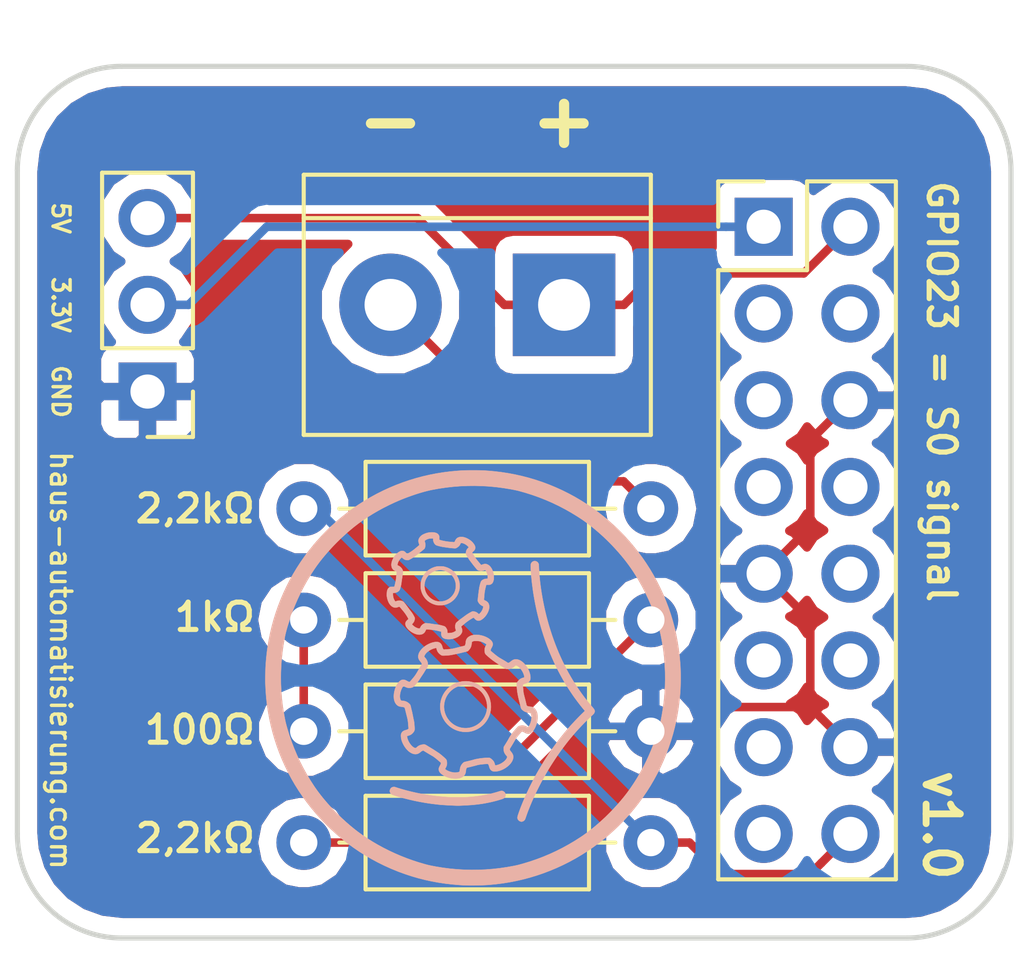
<source format=kicad_pcb>
(kicad_pcb (version 20171130) (host pcbnew "(5.0.2-5-10.14)")

  (general
    (thickness 1.6)
    (drawings 20)
    (tracks 42)
    (zones 0)
    (modules 8)
    (nets 18)
  )

  (page A4)
  (layers
    (0 F.Cu signal)
    (31 B.Cu signal)
    (32 B.Adhes user)
    (33 F.Adhes user)
    (34 B.Paste user)
    (35 F.Paste user)
    (36 B.SilkS user)
    (37 F.SilkS user)
    (38 B.Mask user)
    (39 F.Mask user)
    (40 Dwgs.User user)
    (41 Cmts.User user)
    (42 Eco1.User user)
    (43 Eco2.User user)
    (44 Edge.Cuts user)
    (45 Margin user)
    (46 B.CrtYd user)
    (47 F.CrtYd user)
    (48 B.Fab user)
    (49 F.Fab user)
  )

  (setup
    (last_trace_width 0.25)
    (trace_clearance 0.2)
    (zone_clearance 0.508)
    (zone_45_only no)
    (trace_min 0.2)
    (segment_width 0.2)
    (edge_width 0.15)
    (via_size 0.8)
    (via_drill 0.4)
    (via_min_size 0.4)
    (via_min_drill 0.3)
    (uvia_size 0.3)
    (uvia_drill 0.1)
    (uvias_allowed no)
    (uvia_min_size 0.2)
    (uvia_min_drill 0.1)
    (pcb_text_width 0.3)
    (pcb_text_size 1.5 1.5)
    (mod_edge_width 0.15)
    (mod_text_size 1 1)
    (mod_text_width 0.15)
    (pad_size 1.524 1.524)
    (pad_drill 0.762)
    (pad_to_mask_clearance 0.051)
    (solder_mask_min_width 0.25)
    (aux_axis_origin 0 0)
    (visible_elements FFFFFF7F)
    (pcbplotparams
      (layerselection 0x010fc_ffffffff)
      (usegerberextensions false)
      (usegerberattributes false)
      (usegerberadvancedattributes false)
      (creategerberjobfile false)
      (excludeedgelayer true)
      (linewidth 0.100000)
      (plotframeref false)
      (viasonmask false)
      (mode 1)
      (useauxorigin false)
      (hpglpennumber 1)
      (hpglpenspeed 20)
      (hpglpendiameter 15.000000)
      (psnegative false)
      (psa4output false)
      (plotreference true)
      (plotvalue true)
      (plotinvisibletext false)
      (padsonsilk false)
      (subtractmaskfromsilk false)
      (outputformat 1)
      (mirror false)
      (drillshape 0)
      (scaleselection 1)
      (outputdirectory "gerber/"))
  )

  (net 0 "")
  (net 1 "Net-(J1-Pad1)")
  (net 2 /Vin)
  (net 3 "Net-(J1-Pad3)")
  (net 4 "Net-(J1-Pad4)")
  (net 5 "Net-(J1-Pad5)")
  (net 6 "Net-(J1-Pad7)")
  (net 7 "Net-(J1-Pad8)")
  (net 8 "Net-(J1-Pad10)")
  (net 9 "Net-(J1-Pad11)")
  (net 10 "Net-(J1-Pad12)")
  (net 11 "Net-(J1-Pad13)")
  (net 12 GND)
  (net 13 "Net-(J1-Pad15)")
  (net 14 GPIO23)
  (net 15 "Net-(J2-Pad2)")
  (net 16 "Net-(R2-Pad2)")
  (net 17 "Net-(R3-Pad2)")

  (net_class Default "This is the default net class."
    (clearance 0.2)
    (trace_width 0.25)
    (via_dia 0.8)
    (via_drill 0.4)
    (uvia_dia 0.3)
    (uvia_drill 0.1)
    (add_net /Vin)
    (add_net GND)
    (add_net GPIO23)
    (add_net "Net-(J1-Pad1)")
    (add_net "Net-(J1-Pad10)")
    (add_net "Net-(J1-Pad11)")
    (add_net "Net-(J1-Pad12)")
    (add_net "Net-(J1-Pad13)")
    (add_net "Net-(J1-Pad15)")
    (add_net "Net-(J1-Pad3)")
    (add_net "Net-(J1-Pad4)")
    (add_net "Net-(J1-Pad5)")
    (add_net "Net-(J1-Pad7)")
    (add_net "Net-(J1-Pad8)")
    (add_net "Net-(J2-Pad2)")
    (add_net "Net-(R2-Pad2)")
    (add_net "Net-(R3-Pad2)")
  )

  (module libs:Logo (layer B.Cu) (tedit 0) (tstamp 5CACAC2E)
    (at 160.655 102.108 90)
    (fp_text reference G*** (at 0 0 90) (layer B.SilkS) hide
      (effects (font (size 1.524 1.524) (thickness 0.3)) (justify mirror))
    )
    (fp_text value LOGO (at 0.75 0 90) (layer B.SilkS) hide
      (effects (font (size 1.524 1.524) (thickness 0.3)) (justify mirror))
    )
    (fp_poly (pts (xy 0.056083 6.079247) (xy 0.107992 6.078934) (xy 0.155178 6.078361) (xy 0.198907 6.077489)
      (xy 0.240446 6.076276) (xy 0.281061 6.074681) (xy 0.322017 6.072663) (xy 0.364581 6.070181)
      (xy 0.410019 6.067195) (xy 0.440871 6.065023) (xy 0.649396 6.046422) (xy 0.856562 6.02073)
      (xy 1.062211 5.988014) (xy 1.266185 5.948339) (xy 1.468324 5.901772) (xy 1.668471 5.848379)
      (xy 1.866466 5.788226) (xy 2.06215 5.72138) (xy 2.255366 5.647907) (xy 2.445955 5.567873)
      (xy 2.633757 5.481345) (xy 2.818615 5.388388) (xy 3.00037 5.289069) (xy 3.178862 5.183455)
      (xy 3.353934 5.071611) (xy 3.525427 4.953605) (xy 3.693182 4.829501) (xy 3.85704 4.699367)
      (xy 4.000112 4.577965) (xy 4.122279 4.467898) (xy 4.243732 4.352307) (xy 4.362802 4.232863)
      (xy 4.477818 4.111236) (xy 4.574336 4.003741) (xy 4.709835 3.843467) (xy 4.839359 3.679156)
      (xy 4.96284 3.510967) (xy 5.080215 3.339057) (xy 5.191416 3.163585) (xy 5.296378 2.984708)
      (xy 5.395034 2.802583) (xy 5.48732 2.617369) (xy 5.573168 2.429223) (xy 5.652513 2.238303)
      (xy 5.725289 2.044767) (xy 5.79143 1.848773) (xy 5.85087 1.650478) (xy 5.903543 1.45004)
      (xy 5.949383 1.247617) (xy 5.988325 1.043367) (xy 6.020302 0.837447) (xy 6.045248 0.630016)
      (xy 6.061335 0.446314) (xy 6.064695 0.398088) (xy 6.067517 0.35327) (xy 6.069843 0.310597)
      (xy 6.071713 0.268807) (xy 6.073169 0.226636) (xy 6.07425 0.182822) (xy 6.074997 0.136103)
      (xy 6.075451 0.085215) (xy 6.075654 0.028897) (xy 6.075673 0.001814) (xy 6.07557 -0.057321)
      (xy 6.075233 -0.110465) (xy 6.07462 -0.158879) (xy 6.073693 -0.203828) (xy 6.072409 -0.246572)
      (xy 6.070728 -0.288375) (xy 6.068609 -0.330501) (xy 6.066012 -0.37421) (xy 6.062896 -0.420767)
      (xy 6.061335 -0.442686) (xy 6.042655 -0.651139) (xy 6.016925 -0.858074) (xy 5.984222 -1.063342)
      (xy 5.944623 -1.266791) (xy 5.898205 -1.468273) (xy 5.845045 -1.667637) (xy 5.78522 -1.864734)
      (xy 5.718807 -2.059415) (xy 5.645883 -2.251528) (xy 5.566525 -2.440926) (xy 5.480809 -2.627458)
      (xy 5.388814 -2.810974) (xy 5.290616 -2.991324) (xy 5.186291 -3.168359) (xy 5.075917 -3.341929)
      (xy 4.959571 -3.511885) (xy 4.83733 -3.678076) (xy 4.709271 -3.840353) (xy 4.57547 -3.998566)
      (xy 4.436006 -4.152565) (xy 4.290954 -4.302201) (xy 4.140391 -4.447324) (xy 3.984396 -4.587784)
      (xy 3.888014 -4.669933) (xy 3.725254 -4.801115) (xy 3.558394 -4.926362) (xy 3.387607 -5.045595)
      (xy 3.213065 -5.158735) (xy 3.034939 -5.265704) (xy 2.853403 -5.366422) (xy 2.668627 -5.460812)
      (xy 2.480784 -5.548793) (xy 2.290046 -5.630288) (xy 2.096585 -5.705217) (xy 1.900573 -5.773502)
      (xy 1.702182 -5.835064) (xy 1.501584 -5.889823) (xy 1.298951 -5.937702) (xy 1.094455 -5.978621)
      (xy 0.994228 -5.996007) (xy 0.857936 -6.016857) (xy 0.720386 -6.034641) (xy 0.58017 -6.049509)
      (xy 0.435879 -6.061611) (xy 0.293914 -6.070674) (xy 0.276975 -6.071414) (xy 0.253918 -6.072141)
      (xy 0.225702 -6.072845) (xy 0.193289 -6.073515) (xy 0.157636 -6.074141) (xy 0.119704 -6.074713)
      (xy 0.080453 -6.07522) (xy 0.040842 -6.075651) (xy 0.001831 -6.075996) (xy -0.03562 -6.076244)
      (xy -0.070551 -6.076386) (xy -0.102003 -6.076409) (xy -0.129016 -6.076305) (xy -0.15063 -6.076062)
      (xy -0.1651 -6.0757) (xy -0.278548 -6.070811) (xy -0.385998 -6.064854) (xy -0.488648 -6.057713)
      (xy -0.587694 -6.049275) (xy -0.684334 -6.039424) (xy -0.779763 -6.028047) (xy -0.875179 -6.015027)
      (xy -0.971779 -6.000252) (xy -0.997857 -5.996007) (xy -1.203609 -5.958449) (xy -1.407368 -5.913947)
      (xy -1.608988 -5.862578) (xy -1.808323 -5.804417) (xy -2.005225 -5.73954) (xy -2.199547 -5.668023)
      (xy -2.391143 -5.58994) (xy -2.579866 -5.505368) (xy -2.765569 -5.414382) (xy -2.948105 -5.317058)
      (xy -3.127327 -5.213471) (xy -3.303088 -5.103697) (xy -3.475241 -4.987812) (xy -3.64364 -4.865891)
      (xy -3.808137 -4.738009) (xy -3.968586 -4.604244) (xy -4.12484 -4.464669) (xy -4.276752 -4.319361)
      (xy -4.299918 -4.296312) (xy -4.447059 -4.144076) (xy -4.58832 -3.987613) (xy -4.723655 -3.826993)
      (xy -4.853019 -3.662285) (xy -4.976367 -3.49356) (xy -5.093654 -3.320886) (xy -5.204835 -3.144334)
      (xy -5.309864 -2.963972) (xy -5.408697 -2.779871) (xy -5.501289 -2.5921) (xy -5.587594 -2.400728)
      (xy -5.667568 -2.205826) (xy -5.687332 -2.154545) (xy -5.755284 -1.966707) (xy -5.816659 -1.777707)
      (xy -5.871529 -1.587194) (xy -5.919967 -1.394819) (xy -5.962046 -1.200232) (xy -5.997838 -1.003084)
      (xy -6.027416 -0.803023) (xy -6.050851 -0.599701) (xy -6.068217 -0.392768) (xy -6.074808 -0.284843)
      (xy -6.077052 -0.233324) (xy -6.078651 -0.175744) (xy -6.079619 -0.113266) (xy -6.079973 -0.047056)
      (xy -6.079967 -0.045228) (xy -5.626256 -0.045228) (xy -5.621106 -0.25453) (xy -5.60885 -0.463521)
      (xy -5.589487 -0.671945) (xy -5.563018 -0.879547) (xy -5.529443 -1.086072) (xy -5.507921 -1.199243)
      (xy -5.500826 -1.234187) (xy -5.494355 -1.264733) (xy -5.488044 -1.292821) (xy -5.48143 -1.320391)
      (xy -5.47405 -1.349382) (xy -5.465442 -1.381736) (xy -5.456812 -1.413328) (xy -5.404839 -1.590968)
      (xy -5.347088 -1.767633) (xy -5.283797 -1.942843) (xy -5.215209 -2.116119) (xy -5.141561 -2.286979)
      (xy -5.063096 -2.454946) (xy -4.980052 -2.619538) (xy -4.892671 -2.780277) (xy -4.801192 -2.936683)
      (xy -4.705854 -3.088275) (xy -4.6069 -3.234574) (xy -4.504568 -3.3751) (xy -4.421459 -3.481764)
      (xy -4.323114 -3.60086) (xy -4.220632 -3.718557) (xy -4.114595 -3.834312) (xy -4.005586 -3.947581)
      (xy -3.894186 -4.057818) (xy -3.780979 -4.16448) (xy -3.666547 -4.267022) (xy -3.551471 -4.364899)
      (xy -3.436335 -4.457568) (xy -3.321721 -4.544483) (xy -3.208211 -4.6251) (xy -3.173042 -4.648925)
      (xy -2.997603 -4.762018) (xy -2.818416 -4.868927) (xy -2.635676 -4.969561) (xy -2.449579 -5.063828)
      (xy -2.260321 -5.151635) (xy -2.068096 -5.232892) (xy -1.873101 -5.307507) (xy -1.675532 -5.375387)
      (xy -1.524 -5.422351) (xy -1.474894 -5.436746) (xy -1.431443 -5.449199) (xy -1.392405 -5.460024)
      (xy -1.35654 -5.46954) (xy -1.322607 -5.478062) (xy -1.289363 -5.485908) (xy -1.255568 -5.493394)
      (xy -1.219981 -5.500836) (xy -1.202872 -5.504292) (xy -1.000019 -5.541292) (xy -0.795667 -5.571463)
      (xy -0.590354 -5.594759) (xy -0.384619 -5.611134) (xy -0.178999 -5.620541) (xy 0.025966 -5.622936)
      (xy 0.161471 -5.620628) (xy 0.35869 -5.612084) (xy 0.552335 -5.597789) (xy 0.743398 -5.577632)
      (xy 0.932871 -5.551501) (xy 1.121748 -5.519284) (xy 1.199243 -5.504292) (xy 1.236055 -5.496764)
      (xy 1.270511 -5.489337) (xy 1.303852 -5.481694) (xy 1.337318 -5.473519) (xy 1.372151 -5.464494)
      (xy 1.409592 -5.454303) (xy 1.450883 -5.44263) (xy 1.497264 -5.429157) (xy 1.520371 -5.422351)
      (xy 1.719821 -5.359625) (xy 1.916824 -5.290101) (xy 2.111191 -5.213868) (xy 2.302731 -5.131015)
      (xy 2.491255 -5.041632) (xy 2.676571 -4.945807) (xy 2.85849 -4.843629) (xy 3.036822 -4.735189)
      (xy 3.169413 -4.648925) (xy 3.282226 -4.570552) (xy 3.396342 -4.485717) (xy 3.511176 -4.394964)
      (xy 3.626145 -4.298839) (xy 3.740667 -4.197888) (xy 3.854157 -4.092656) (xy 3.966032 -3.983689)
      (xy 4.075709 -3.871531) (xy 4.182605 -3.756728) (xy 4.286136 -3.639826) (xy 4.385719 -3.52137)
      (xy 4.41783 -3.481764) (xy 4.518254 -3.35197) (xy 4.61623 -3.21576) (xy 4.711454 -3.073652)
      (xy 4.803619 -2.926165) (xy 4.892419 -2.773817) (xy 4.977548 -2.617125) (xy 5.058701 -2.456608)
      (xy 5.135572 -2.292784) (xy 5.182479 -2.186214) (xy 5.22158 -2.092665) (xy 5.259615 -1.996964)
      (xy 5.296306 -1.899966) (xy 5.331374 -1.80253) (xy 5.364539 -1.70551) (xy 5.395522 -1.609764)
      (xy 5.424045 -1.516148) (xy 5.449826 -1.425519) (xy 5.472589 -1.338732) (xy 5.492052 -1.256645)
      (xy 5.504205 -1.199243) (xy 5.541959 -0.991623) (xy 5.572515 -0.78323) (xy 5.595875 -0.574222)
      (xy 5.612038 -0.364757) (xy 5.621004 -0.154996) (xy 5.622773 0.054904) (xy 5.617345 0.264784)
      (xy 5.60472 0.474484) (xy 5.584898 0.683846) (xy 5.557879 0.892711) (xy 5.523663 1.10092)
      (xy 5.504227 1.202872) (xy 5.498609 1.230492) (xy 5.492738 1.258376) (xy 5.48697 1.284903)
      (xy 5.481662 1.308448) (xy 5.477168 1.32739) (xy 5.475158 1.335314) (xy 5.417914 1.539015)
      (xy 5.354335 1.739203) (xy 5.284364 1.936002) (xy 5.207947 2.129531) (xy 5.125031 2.319913)
      (xy 5.03556 2.507268) (xy 4.93948 2.691719) (xy 4.836737 2.873388) (xy 4.727276 3.052394)
      (xy 4.655927 3.162224) (xy 4.595524 3.250226) (xy 4.529532 3.340991) (xy 4.458664 3.433683)
      (xy 4.383631 3.527468) (xy 4.305148 3.621508) (xy 4.223925 3.714969) (xy 4.140677 3.807015)
      (xy 4.056116 3.896811) (xy 3.970955 3.98352) (xy 3.885906 4.066307) (xy 3.880275 4.071649)
      (xy 3.779962 4.165125) (xy 3.682336 4.252865) (xy 3.586581 4.335488) (xy 3.491883 4.413613)
      (xy 3.397426 4.487859) (xy 3.302393 4.558846) (xy 3.205969 4.627193) (xy 3.107338 4.693519)
      (xy 3.005684 4.758443) (xy 2.900193 4.822584) (xy 2.85926 4.846689) (xy 2.675689 4.949754)
      (xy 2.489609 5.046014) (xy 2.300944 5.135504) (xy 2.109616 5.218256) (xy 1.915549 5.294303)
      (xy 1.718665 5.363679) (xy 1.520371 5.42598) (xy 1.471265 5.440375) (xy 1.427814 5.452828)
      (xy 1.388776 5.463653) (xy 1.352911 5.473169) (xy 1.318978 5.481691) (xy 1.285734 5.489537)
      (xy 1.251939 5.497023) (xy 1.216352 5.504465) (xy 1.199243 5.507921) (xy 0.993489 5.545395)
      (xy 0.786502 5.575768) (xy 0.57854 5.599038) (xy 0.369862 5.615206) (xy 0.160724 5.624271)
      (xy -0.048614 5.626235) (xy -0.257894 5.621096) (xy -0.466858 5.608855) (xy -0.675249 5.589512)
      (xy -0.882807 5.563067) (xy -1.089274 5.529519) (xy -1.202872 5.507921) (xy -1.237816 5.500826)
      (xy -1.268362 5.494355) (xy -1.29645 5.488044) (xy -1.32402 5.48143) (xy -1.353011 5.47405)
      (xy -1.385365 5.465442) (xy -1.416957 5.456812) (xy -1.594245 5.404944) (xy -1.770582 5.347307)
      (xy -1.945489 5.284142) (xy -2.118488 5.215688) (xy -2.289098 5.142187) (xy -2.456841 5.063879)
      (xy -2.621236 4.981005) (xy -2.781805 4.893805) (xy -2.938069 4.802521) (xy -3.089546 4.707392)
      (xy -3.23576 4.60866) (xy -3.376229 4.506565) (xy -3.49563 4.413387) (xy -3.614264 4.314933)
      (xy -3.731435 4.212444) (xy -3.846607 4.106492) (xy -3.959248 3.997654) (xy -4.068823 3.886501)
      (xy -4.174797 3.77361) (xy -4.276637 3.659553) (xy -4.37381 3.544906) (xy -4.465779 3.430241)
      (xy -4.552013 3.316133) (xy -4.631976 3.203157) (xy -4.659556 3.162224) (xy -4.773214 2.984808)
      (xy -4.880121 2.804807) (xy -4.980331 2.622097) (xy -5.073898 2.436559) (xy -5.160876 2.24807)
      (xy -5.241321 2.056509) (xy -5.315286 1.861754) (xy -5.382827 1.663684) (xy -5.443997 1.462178)
      (xy -5.478787 1.335314) (xy -5.482677 1.319627) (xy -5.487585 1.298437) (xy -5.493154 1.273366)
      (xy -5.499026 1.246037) (xy -5.504845 1.218072) (xy -5.507921 1.202872) (xy -5.545409 0.997047)
      (xy -5.575791 0.790007) (xy -5.599067 0.582004) (xy -5.615236 0.373294) (xy -5.624299 0.164132)
      (xy -5.626256 -0.045228) (xy -6.079967 -0.045228) (xy -6.079729 0.021722) (xy -6.078901 0.091902)
      (xy -6.077506 0.162319) (xy -6.075559 0.23181) (xy -6.073077 0.299208) (xy -6.070074 0.363349)
      (xy -6.066566 0.423069) (xy -6.064964 0.446314) (xy -6.046262 0.654926) (xy -6.02047 0.862168)
      (xy -5.987656 1.067883) (xy -5.947884 1.271913) (xy -5.901222 1.474099) (xy -5.847735 1.674284)
      (xy -5.787489 1.872309) (xy -5.72055 2.068016) (xy -5.646985 2.261247) (xy -5.56686 2.451843)
      (xy -5.48024 2.639647) (xy -5.387193 2.8245) (xy -5.287783 3.006243) (xy -5.182078 3.18472)
      (xy -5.070143 3.359771) (xy -4.952044 3.531239) (xy -4.827849 3.698964) (xy -4.697621 3.86279)
      (xy -4.577965 4.003741) (xy -4.467898 4.125908) (xy -4.352307 4.247361) (xy -4.232863 4.366431)
      (xy -4.111236 4.481446) (xy -4.003741 4.577965) (xy -3.843564 4.713383) (xy -3.679326 4.842852)
      (xy -3.511187 4.966303) (xy -3.339307 5.083667) (xy -3.163847 5.194874) (xy -2.984965 5.299855)
      (xy -2.802823 5.39854) (xy -2.617579 5.490861) (xy -2.429394 5.576747) (xy -2.238427 5.656129)
      (xy -2.044838 5.728938) (xy -1.848788 5.795105) (xy -1.650436 5.854559) (xy -1.449942 5.907231)
      (xy -1.247466 5.953053) (xy -1.043168 5.991954) (xy -0.837207 6.023865) (xy -0.629744 6.048717)
      (xy -0.613229 6.050384) (xy -0.542719 6.057119) (xy -0.476409 6.062819) (xy -0.412889 6.067551)
      (xy -0.350751 6.071381) (xy -0.288586 6.074375) (xy -0.224985 6.076602) (xy -0.15854 6.078127)
      (xy -0.087842 6.079017) (xy -0.011482 6.079339) (xy -0.001814 6.079342) (xy 0.056083 6.079247)) (layer B.SilkS) (width 0.01))
    (fp_poly (pts (xy 2.953863 0.610778) (xy 2.985623 0.608998) (xy 2.99984 0.607588) (xy 3.016376 0.605567)
      (xy 3.030247 0.603628) (xy 3.039863 0.602009) (xy 3.043528 0.60105) (xy 3.048848 0.599429)
      (xy 3.05822 0.597773) (xy 3.060901 0.597421) (xy 3.070984 0.595364) (xy 3.085906 0.591317)
      (xy 3.10374 0.585909) (xy 3.122559 0.57977) (xy 3.140433 0.57353) (xy 3.155436 0.567818)
      (xy 3.165639 0.563265) (xy 3.16589 0.563132) (xy 3.173761 0.559106) (xy 3.178428 0.557056)
      (xy 3.178628 0.557009) (xy 3.185122 0.554377) (xy 3.195926 0.548312) (xy 3.209576 0.539776)
      (xy 3.224608 0.52973) (xy 3.239558 0.519138) (xy 3.25296 0.508959) (xy 3.257815 0.505006)
      (xy 3.282212 0.48096) (xy 3.302796 0.453373) (xy 3.318843 0.423637) (xy 3.329629 0.39315)
      (xy 3.334432 0.363304) (xy 3.334614 0.356918) (xy 3.3332 0.342209) (xy 3.329221 0.322764)
      (xy 3.323149 0.300436) (xy 3.315457 0.277079) (xy 3.311583 0.2667) (xy 3.306802 0.251855)
      (xy 3.306495 0.240911) (xy 3.311284 0.231622) (xy 3.321787 0.221741) (xy 3.324585 0.219529)
      (xy 3.336344 0.21016) (xy 3.350883 0.198255) (xy 3.3655 0.186034) (xy 3.36889 0.183155)
      (xy 3.404094 0.153507) (xy 3.436474 0.126972) (xy 3.465468 0.103994) (xy 3.490512 0.085018)
      (xy 3.511042 0.070489) (xy 3.516086 0.067161) (xy 3.528414 0.059052) (xy 3.538275 0.052302)
      (xy 3.544167 0.04795) (xy 3.545114 0.047065) (xy 3.549267 0.043927) (xy 3.557294 0.039287)
      (xy 3.559628 0.038069) (xy 3.571638 0.031142) (xy 3.583185 0.023329) (xy 3.583557 0.023048)
      (xy 3.591302 0.017573) (xy 3.596478 0.01466) (xy 3.597093 0.014514) (xy 3.601137 0.012705)
      (xy 3.609361 0.007992) (xy 3.618522 0.002319) (xy 3.631964 -0.005904) (xy 3.645831 -0.01385)
      (xy 3.653181 -0.017772) (xy 3.66872 -0.025667) (xy 3.705796 0.012092) (xy 3.721621 0.027906)
      (xy 3.733929 0.039328) (xy 3.744032 0.047384) (xy 3.753239 0.053103) (xy 3.762862 0.05751)
      (xy 3.764643 0.058206) (xy 3.79151 0.065012) (xy 3.820401 0.066275) (xy 3.848688 0.062021)
      (xy 3.863338 0.057218) (xy 3.886169 0.046133) (xy 3.91127 0.030856) (xy 3.936391 0.012874)
      (xy 3.959282 -0.006319) (xy 3.970558 -0.016802) (xy 3.980011 -0.026005) (xy 3.989328 -0.035671)
      (xy 4.000197 -0.047546) (xy 4.012491 -0.061327) (xy 4.01818 -0.068477) (xy 4.026468 -0.079794)
      (xy 4.035978 -0.093373) (xy 4.040863 -0.100567) (xy 4.069634 -0.147697) (xy 4.092567 -0.194453)
      (xy 4.109579 -0.240396) (xy 4.12059 -0.285088) (xy 4.125517 -0.328091) (xy 4.12428 -0.368966)
      (xy 4.116795 -0.407275) (xy 4.104113 -0.440305) (xy 4.087501 -0.466153) (xy 4.06442 -0.489294)
      (xy 4.035258 -0.509399) (xy 4.005149 -0.524204) (xy 3.991055 -0.53024) (xy 3.981279 -0.535515)
      (xy 3.975159 -0.541438) (xy 3.972032 -0.549415) (xy 3.971237 -0.560853) (xy 3.972113 -0.577159)
      (xy 3.97333 -0.591824) (xy 3.976998 -0.634294) (xy 3.980311 -0.670703) (xy 3.983428 -0.702228)
      (xy 3.986511 -0.730046) (xy 3.989718 -0.755337) (xy 3.993209 -0.779276) (xy 3.997144 -0.803042)
      (xy 4.001682 -0.827813) (xy 4.006983 -0.854766) (xy 4.012891 -0.883557) (xy 4.015815 -0.896524)
      (xy 4.019765 -0.912567) (xy 4.024289 -0.930013) (xy 4.028933 -0.947191) (xy 4.033245 -0.962425)
      (xy 4.036772 -0.974043) (xy 4.039061 -0.980372) (xy 4.039139 -0.980529) (xy 4.041216 -0.983111)
      (xy 4.04508 -0.984786) (xy 4.051967 -0.985673) (xy 4.063115 -0.985889) (xy 4.079761 -0.985554)
      (xy 4.088571 -0.985281) (xy 4.109205 -0.984792) (xy 4.124494 -0.984992) (xy 4.136333 -0.986043)
      (xy 4.146615 -0.98811) (xy 4.156528 -0.991114) (xy 4.184024 -1.003966) (xy 4.207264 -1.022571)
      (xy 4.226263 -1.046961) (xy 4.241037 -1.077168) (xy 4.251601 -1.113224) (xy 4.257972 -1.15516)
      (xy 4.260163 -1.203009) (xy 4.260164 -1.203638) (xy 4.257164 -1.26329) (xy 4.247855 -1.320631)
      (xy 4.231983 -1.376733) (xy 4.209289 -1.432664) (xy 4.201199 -1.449396) (xy 4.193019 -1.464996)
      (xy 4.184351 -1.480357) (xy 4.176815 -1.49263) (xy 4.175479 -1.49462) (xy 4.158102 -1.516318)
      (xy 4.136344 -1.538131) (xy 4.112673 -1.55777) (xy 4.093479 -1.570698) (xy 4.064132 -1.585332)
      (xy 4.035204 -1.593833) (xy 4.005635 -1.596248) (xy 3.974367 -1.592625) (xy 3.940342 -1.583012)
      (xy 3.927438 -1.578182) (xy 3.909855 -1.571852) (xy 3.896873 -1.569311) (xy 3.886682 -1.570946)
      (xy 3.877473 -1.577143) (xy 3.867437 -1.588288) (xy 3.86487 -1.59153) (xy 3.856352 -1.602202)
      (xy 3.844512 -1.616729) (xy 3.830726 -1.633436) (xy 3.816372 -1.650646) (xy 3.811814 -1.656069)
      (xy 3.785689 -1.687333) (xy 3.763464 -1.714586) (xy 3.744155 -1.739184) (xy 3.726778 -1.762485)
      (xy 3.71035 -1.785844) (xy 3.693885 -1.81062) (xy 3.676401 -1.838168) (xy 3.657602 -1.868714)
      (xy 3.648834 -1.883426) (xy 3.639602 -1.899397) (xy 3.634796 -1.907952) (xy 3.624148 -1.927233)
      (xy 3.661885 -1.964195) (xy 3.677404 -1.979646) (xy 3.688581 -1.991566) (xy 3.69645 -2.001294)
      (xy 3.702047 -2.01017) (xy 3.706409 -2.019536) (xy 3.708203 -2.024157) (xy 3.715363 -2.052477)
      (xy 3.716598 -2.081742) (xy 3.711941 -2.109915) (xy 3.706586 -2.124875) (xy 3.690417 -2.155773)
      (xy 3.669233 -2.187685) (xy 3.644599 -2.218567) (xy 3.618082 -2.246373) (xy 3.603656 -2.259284)
      (xy 3.591536 -2.269453) (xy 3.580613 -2.278622) (xy 3.572795 -2.285188) (xy 3.571394 -2.286367)
      (xy 3.564997 -2.291294) (xy 3.561423 -2.293257) (xy 3.557749 -2.295199) (xy 3.550063 -2.30023)
      (xy 3.542401 -2.305578) (xy 3.521786 -2.318871) (xy 3.496619 -2.332895) (xy 3.469337 -2.346427)
      (xy 3.442379 -2.358248) (xy 3.421743 -2.365972) (xy 3.380884 -2.378015) (xy 3.343846 -2.385112)
      (xy 3.309185 -2.387309) (xy 3.27546 -2.384658) (xy 3.241229 -2.377208) (xy 3.226375 -2.372666)
      (xy 3.212379 -2.36634) (xy 3.195983 -2.356397) (xy 3.179685 -2.344577) (xy 3.165981 -2.332619)
      (xy 3.160732 -2.32695) (xy 3.154351 -2.317891) (xy 3.14614 -2.304314) (xy 3.137308 -2.288293)
      (xy 3.131329 -2.27658) (xy 3.12192 -2.25781) (xy 3.114557 -2.24471) (xy 3.108202 -2.236379)
      (xy 3.101817 -2.231916) (xy 3.094366 -2.230422) (xy 3.084812 -2.230996) (xy 3.079613 -2.23168)
      (xy 3.065949 -2.233309) (xy 3.048296 -2.235034) (xy 3.029913 -2.236544) (xy 3.025185 -2.236879)
      (xy 3.009247 -2.238069) (xy 2.995159 -2.239316) (xy 2.985147 -2.240416) (xy 2.982686 -2.240785)
      (xy 2.974463 -2.241877) (xy 2.96181 -2.243132) (xy 2.948214 -2.244224) (xy 2.923542 -2.246595)
      (xy 2.894336 -2.250396) (xy 2.863088 -2.25525) (xy 2.832293 -2.260778) (xy 2.812143 -2.264888)
      (xy 2.77923 -2.272067) (xy 2.752527 -2.278023) (xy 2.731134 -2.282975) (xy 2.71415 -2.287145)
      (xy 2.700671 -2.290751) (xy 2.689798 -2.294014) (xy 2.682133 -2.29661) (xy 2.665186 -2.302674)
      (xy 2.665186 -2.35693) (xy 2.665116 -2.37813) (xy 2.664774 -2.393594) (xy 2.663959 -2.404843)
      (xy 2.662467 -2.413399) (xy 2.660099 -2.420783) (xy 2.656653 -2.428516) (xy 2.655356 -2.431178)
      (xy 2.639682 -2.456572) (xy 2.619672 -2.477283) (xy 2.594729 -2.493733) (xy 2.564253 -2.506345)
      (xy 2.539104 -2.51316) (xy 2.528667 -2.514897) (xy 2.513672 -2.516592) (xy 2.495465 -2.518177)
      (xy 2.475392 -2.519584) (xy 2.454799 -2.520743) (xy 2.435032 -2.521584) (xy 2.417437 -2.522041)
      (xy 2.40336 -2.522042) (xy 2.394146 -2.52152) (xy 2.391228 -2.520735) (xy 2.386826 -2.519236)
      (xy 2.377822 -2.517608) (xy 2.373086 -2.516991) (xy 2.343861 -2.512215) (xy 2.311315 -2.504591)
      (xy 2.278384 -2.494939) (xy 2.248005 -2.484084) (xy 2.233386 -2.47787) (xy 2.222203 -2.472845)
      (xy 2.213178 -2.468947) (xy 2.2098 -2.467594) (xy 2.199516 -2.462711) (xy 2.185417 -2.454518)
      (xy 2.16936 -2.444232) (xy 2.153201 -2.433069) (xy 2.138796 -2.422248) (xy 2.131786 -2.416441)
      (xy 2.102712 -2.387092) (xy 2.080428 -2.355804) (xy 2.065049 -2.32277) (xy 2.057322 -2.292422)
      (xy 2.055075 -2.269227) (xy 2.056366 -2.24679) (xy 2.061501 -2.223046) (xy 2.070789 -2.195925)
      (xy 2.072219 -2.19229) (xy 2.077523 -2.178882) (xy 2.081025 -2.168318) (xy 2.082228 -2.159579)
      (xy 2.080634 -2.151646) (xy 2.075742 -2.143501) (xy 2.067056 -2.134127) (xy 2.054076 -2.122505)
      (xy 2.036303 -2.107616) (xy 2.026973 -2.099882) (xy 2.009241 -2.085147) (xy 1.992875 -2.071506)
      (xy 1.978907 -2.059823) (xy 1.968367 -2.050959) (xy 1.962286 -2.045777) (xy 1.961971 -2.045502)
      (xy 1.945298 -2.031453) (xy 1.925154 -2.015389) (xy 1.903527 -1.998819) (xy 1.882402 -1.98325)
      (xy 1.863767 -1.97019) (xy 1.856014 -1.965078) (xy 1.842385 -1.956271) (xy 1.828823 -1.94736)
      (xy 1.819728 -1.941265) (xy 1.807122 -1.933133) (xy 1.793803 -1.9252) (xy 1.7907 -1.923473)
      (xy 1.780065 -1.9175) (xy 1.766261 -1.909506) (xy 1.7526 -1.901412) (xy 1.740363 -1.894514)
      (xy 1.729896 -1.889415) (xy 1.723243 -1.887099) (xy 1.722771 -1.887054) (xy 1.717694 -1.889667)
      (xy 1.709727 -1.896838) (xy 1.700262 -1.907266) (xy 1.697371 -1.910796) (xy 1.677154 -1.932976)
      (xy 1.655164 -1.951711) (xy 1.632991 -1.96577) (xy 1.617827 -1.9723) (xy 1.598134 -1.976222)
      (xy 1.574877 -1.976812) (xy 1.550861 -1.97422) (xy 1.528888 -1.968599) (xy 1.525431 -1.967303)
      (xy 1.493534 -1.951466) (xy 1.46096 -1.92936) (xy 1.428512 -1.901824) (xy 1.396992 -1.869693)
      (xy 1.367203 -1.833806) (xy 1.339948 -1.794998) (xy 1.316028 -1.754108) (xy 1.310313 -1.742953)
      (xy 1.288954 -1.69454) (xy 1.273969 -1.648185) (xy 1.265403 -1.604135) (xy 1.2633 -1.562636)
      (xy 1.267703 -1.523937) (xy 1.269571 -1.515737) (xy 1.277837 -1.488394) (xy 1.288262 -1.465732)
      (xy 1.30217 -1.445225) (xy 1.313322 -1.432267) (xy 1.323561 -1.42192) (xy 1.334006 -1.413348)
      (xy 1.346505 -1.405299) (xy 1.362903 -1.396517) (xy 1.374105 -1.390992) (xy 1.394347 -1.380724)
      (xy 1.40845 -1.372353) (xy 1.417101 -1.365316) (xy 1.420987 -1.359051) (xy 1.420796 -1.352993)
      (xy 1.420736 -1.352813) (xy 1.419921 -1.347807) (xy 1.418646 -1.336801) (xy 1.417038 -1.321029)
      (xy 1.415223 -1.301725) (xy 1.413392 -1.280886) (xy 1.409824 -1.24051) (xy 1.406482 -1.206217)
      (xy 1.403237 -1.176842) (xy 1.399961 -1.15122) (xy 1.396573 -1.128486) (xy 1.39184 -1.101306)
      (xy 1.385968 -1.071203) (xy 1.379354 -1.03993) (xy 1.372392 -1.00924) (xy 1.365476 -0.980889)
      (xy 1.359001 -0.956628) (xy 1.354648 -0.942102) (xy 1.348967 -0.924448) (xy 1.311905 -0.926156)
      (xy 1.283041 -0.92674) (xy 1.259542 -0.925372) (xy 1.239722 -0.921811) (xy 1.221893 -0.915817)
      (xy 1.213956 -0.912206) (xy 1.19025 -0.896805) (xy 1.170483 -0.875691) (xy 1.154609 -0.848761)
      (xy 1.14258 -0.815911) (xy 1.13435 -0.777038) (xy 1.131229 -0.745671) (xy 1.3081 -0.745671)
      (xy 1.348014 -0.747966) (xy 1.364993 -0.749132) (xy 1.379827 -0.750498) (xy 1.390679 -0.751875)
      (xy 1.395186 -0.752831) (xy 1.426791 -0.765963) (xy 1.454865 -0.781491) (xy 1.478332 -0.798687)
      (xy 1.496115 -0.816821) (xy 1.502091 -0.825277) (xy 1.507346 -0.836175) (xy 1.513545 -0.852873)
      (xy 1.520339 -0.874032) (xy 1.527377 -0.898311) (xy 1.534309 -0.924371) (xy 1.540786 -0.95087)
      (xy 1.546457 -0.97647) (xy 1.550972 -0.99983) (xy 1.553981 -1.019609) (xy 1.554742 -1.026886)
      (xy 1.557879 -1.058373) (xy 1.562257 -1.094166) (xy 1.567504 -1.131493) (xy 1.573252 -1.167585)
      (xy 1.574647 -1.175657) (xy 1.58084 -1.212505) (xy 1.586424 -1.24891) (xy 1.591255 -1.283716)
      (xy 1.595188 -1.315767) (xy 1.598079 -1.343907) (xy 1.599785 -1.366979) (xy 1.6002 -1.38054)
      (xy 1.59948 -1.392642) (xy 1.596834 -1.40415) (xy 1.591534 -1.417527) (xy 1.585638 -1.429752)
      (xy 1.577685 -1.445245) (xy 1.571119 -1.456771) (xy 1.564351 -1.466653) (xy 1.555792 -1.47721)
      (xy 1.543957 -1.490649) (xy 1.532526 -1.502321) (xy 1.519908 -1.51265) (xy 1.504517 -1.522722)
      (xy 1.484769 -1.533625) (xy 1.47156 -1.540328) (xy 1.457483 -1.547554) (xy 1.448706 -1.552913)
      (xy 1.443914 -1.557526) (xy 1.441793 -1.562513) (xy 1.441257 -1.566144) (xy 1.441956 -1.582912)
      (xy 1.446438 -1.60406) (xy 1.454156 -1.628143) (xy 1.464568 -1.653715) (xy 1.477127 -1.679329)
      (xy 1.491291 -1.703539) (xy 1.495212 -1.709488) (xy 1.504764 -1.72247) (xy 1.516415 -1.736611)
      (xy 1.529075 -1.750784) (xy 1.541658 -1.76386) (xy 1.553075 -1.774714) (xy 1.562239 -1.782217)
      (xy 1.568062 -1.785242) (xy 1.568326 -1.785257) (xy 1.574335 -1.782508) (xy 1.581017 -1.775802)
      (xy 1.581661 -1.774927) (xy 1.59101 -1.764568) (xy 1.604566 -1.753022) (xy 1.62074 -1.741296)
      (xy 1.637942 -1.730393) (xy 1.654583 -1.721321) (xy 1.669073 -1.715084) (xy 1.679823 -1.712688)
      (xy 1.680063 -1.712686) (xy 1.68987 -1.710936) (xy 1.694667 -1.70899) (xy 1.701477 -1.707128)
      (xy 1.713233 -1.705552) (xy 1.727624 -1.704556) (xy 1.730519 -1.704455) (xy 1.743208 -1.704213)
      (xy 1.752888 -1.704718) (xy 1.761536 -1.706523) (xy 1.771132 -1.710178) (xy 1.783655 -1.716237)
      (xy 1.796467 -1.722851) (xy 1.831823 -1.741768) (xy 1.862294 -1.759371) (xy 1.889795 -1.77689)
      (xy 1.916239 -1.795556) (xy 1.943538 -1.816598) (xy 1.948543 -1.820614) (xy 1.96651 -1.834805)
      (xy 1.988697 -1.851862) (xy 2.013379 -1.870487) (xy 2.038833 -1.889383) (xy 2.063335 -1.907252)
      (xy 2.069988 -1.912036) (xy 2.091617 -1.927644) (xy 2.11262 -1.943003) (xy 2.131834 -1.957248)
      (xy 2.148091 -1.96951) (xy 2.160229 -1.978922) (xy 2.164708 -1.982555) (xy 2.178991 -1.994415)
      (xy 2.194523 -2.007199) (xy 2.20714 -2.017486) (xy 2.220398 -2.029265) (xy 2.230487 -2.041218)
      (xy 2.238687 -2.055343) (xy 2.246279 -2.073641) (xy 2.250124 -2.084614) (xy 2.253927 -2.097021)
      (xy 2.256411 -2.108692) (xy 2.25782 -2.121724) (xy 2.258402 -2.13822) (xy 2.258438 -2.155371)
      (xy 2.258165 -2.17535) (xy 2.25741 -2.190101) (xy 2.255882 -2.201649) (xy 2.253287 -2.212021)
      (xy 2.249332 -2.223243) (xy 2.248211 -2.226128) (xy 2.241188 -2.244653) (xy 2.237368 -2.258078)
      (xy 2.237167 -2.268004) (xy 2.241003 -2.276035) (xy 2.249294 -2.28377) (xy 2.262457 -2.292812)
      (xy 2.26623 -2.295253) (xy 2.301226 -2.313985) (xy 2.340779 -2.328376) (xy 2.383349 -2.338017)
      (xy 2.427395 -2.3425) (xy 2.44547 -2.342753) (xy 2.487012 -2.342243) (xy 2.48764 -2.3114)
      (xy 2.489247 -2.28465) (xy 2.493372 -2.261514) (xy 2.500787 -2.238807) (xy 2.510449 -2.217057)
      (xy 2.526509 -2.189688) (xy 2.545697 -2.166891) (xy 2.567118 -2.149547) (xy 2.589874 -2.138534)
      (xy 2.5908 -2.138238) (xy 2.631733 -2.125775) (xy 2.667764 -2.11573) (xy 2.700681 -2.107703)
      (xy 2.732269 -2.101293) (xy 2.764315 -2.096098) (xy 2.797628 -2.09183) (xy 2.820686 -2.088972)
      (xy 2.847965 -2.085256) (xy 2.876543 -2.0811) (xy 2.903497 -2.076919) (xy 2.911928 -2.075541)
      (xy 2.95196 -2.069139) (xy 2.990064 -2.063537) (xy 3.025444 -2.058825) (xy 3.0573 -2.055091)
      (xy 3.084836 -2.052426) (xy 3.107254 -2.050919) (xy 3.123756 -2.050661) (xy 3.129678 -2.051043)
      (xy 3.150247 -2.05611) (xy 3.173084 -2.066348) (xy 3.196704 -2.080719) (xy 3.219622 -2.098186)
      (xy 3.240349 -2.117709) (xy 3.257402 -2.138251) (xy 3.260068 -2.142131) (xy 3.268238 -2.155636)
      (xy 3.277025 -2.171981) (xy 3.283453 -2.185307) (xy 3.289248 -2.19785) (xy 3.293564 -2.205153)
      (xy 3.297828 -2.208629) (xy 3.303467 -2.209686) (xy 3.308198 -2.209746) (xy 3.319688 -2.208765)
      (xy 3.33483 -2.20628) (xy 3.350836 -2.202878) (xy 3.364919 -2.199143) (xy 3.373635 -2.195988)
      (xy 3.396687 -2.184595) (xy 3.419298 -2.172579) (xy 3.439657 -2.160953) (xy 3.455952 -2.150728)
      (xy 3.461353 -2.146945) (xy 3.47128 -2.139051) (xy 3.483022 -2.12883) (xy 3.495377 -2.11745)
      (xy 3.507138 -2.106077) (xy 3.517104 -2.095876) (xy 3.524069 -2.088015) (xy 3.526829 -2.083659)
      (xy 3.526834 -2.083523) (xy 3.524439 -2.079963) (xy 3.518101 -2.072425) (xy 3.508901 -2.062166)
      (xy 3.502083 -2.054825) (xy 3.478499 -2.025919) (xy 3.461657 -1.996017) (xy 3.451046 -1.963861)
      (xy 3.446157 -1.928194) (xy 3.445718 -1.915886) (xy 3.446002 -1.899627) (xy 3.447841 -1.887316)
      (xy 3.451883 -1.875699) (xy 3.455141 -1.868714) (xy 3.470757 -1.838476) (xy 3.488462 -1.806759)
      (xy 3.507153 -1.775385) (xy 3.525728 -1.746176) (xy 3.543086 -1.720954) (xy 3.550606 -1.710871)
      (xy 3.557926 -1.701292) (xy 3.568641 -1.687159) (xy 3.581799 -1.66973) (xy 3.596449 -1.650266)
      (xy 3.611642 -1.630025) (xy 3.614958 -1.6256) (xy 3.63291 -1.601855) (xy 3.652041 -1.576946)
      (xy 3.671776 -1.551585) (xy 3.691541 -1.526487) (xy 3.71076 -1.502364) (xy 3.728861 -1.47993)
      (xy 3.745267 -1.4599) (xy 3.759405 -1.442985) (xy 3.770699 -1.4299) (xy 3.778576 -1.421358)
      (xy 3.781798 -1.418429) (xy 3.789069 -1.414587) (xy 3.801006 -1.409557) (xy 3.815334 -1.404278)
      (xy 3.819071 -1.403013) (xy 3.85854 -1.393554) (xy 3.898297 -1.391303) (xy 3.938487 -1.396265)
      (xy 3.978257 -1.408064) (xy 3.990247 -1.412088) (xy 4.000583 -1.414652) (xy 4.004731 -1.415141)
      (xy 4.01278 -1.41182) (xy 4.022177 -1.402573) (xy 4.032364 -1.388478) (xy 4.042789 -1.370611)
      (xy 4.052897 -1.350051) (xy 4.062132 -1.327874) (xy 4.069941 -1.305159) (xy 4.075768 -1.282982)
      (xy 4.077569 -1.273628) (xy 4.079316 -1.259965) (xy 4.080869 -1.242082) (xy 4.082083 -1.222523)
      (xy 4.082815 -1.203835) (xy 4.082921 -1.188562) (xy 4.0827 -1.18309) (xy 4.081442 -1.164771)
      (xy 4.060928 -1.164698) (xy 4.019443 -1.16158) (xy 3.981989 -1.1525) (xy 3.948388 -1.137409)
      (xy 3.935186 -1.129132) (xy 3.915001 -1.114267) (xy 3.899936 -1.100227) (xy 3.888639 -1.085111)
      (xy 3.879759 -1.06702) (xy 3.871943 -1.044054) (xy 3.870072 -1.037594) (xy 3.859205 -0.998263)
      (xy 3.850301 -0.963672) (xy 3.842922 -0.931714) (xy 3.836631 -0.900281) (xy 3.830989 -0.867263)
      (xy 3.825561 -0.830554) (xy 3.822659 -0.809171) (xy 3.820074 -0.790144) (xy 3.817437 -0.771531)
      (xy 3.815105 -0.755807) (xy 3.813785 -0.747486) (xy 3.810858 -0.728172) (xy 3.807716 -0.704301)
      (xy 3.804506 -0.677313) (xy 3.80137 -0.648648) (xy 3.798453 -0.619747) (xy 3.7959 -0.592052)
      (xy 3.793855 -0.567003) (xy 3.792463 -0.546042) (xy 3.791868 -0.530609) (xy 3.791857 -0.528801)
      (xy 3.792443 -0.514442) (xy 3.794776 -0.502672) (xy 3.799721 -0.490205) (xy 3.804542 -0.480561)
      (xy 3.817123 -0.459299) (xy 3.832393 -0.437928) (xy 3.848836 -0.418311) (xy 3.864934 -0.402307)
      (xy 3.874442 -0.394762) (xy 3.886055 -0.387376) (xy 3.901326 -0.378563) (xy 3.917344 -0.36999)
      (xy 3.920671 -0.368305) (xy 3.9497 -0.353786) (xy 3.948899 -0.33462) (xy 3.946 -0.3114)
      (xy 3.938911 -0.285691) (xy 3.929426 -0.261061) (xy 3.923353 -0.247911) (xy 3.916155 -0.234026)
      (xy 3.908797 -0.221073) (xy 3.902243 -0.210722) (xy 3.89746 -0.204642) (xy 3.896321 -0.203805)
      (xy 3.893536 -0.199626) (xy 3.893399 -0.198362) (xy 3.890922 -0.193164) (xy 3.884362 -0.184276)
      (xy 3.874904 -0.172994) (xy 3.863736 -0.160619) (xy 3.852044 -0.148448) (xy 3.841013 -0.13778)
      (xy 3.831831 -0.129913) (xy 3.829014 -0.127889) (xy 3.824636 -0.125518) (xy 3.820552 -0.125515)
      (xy 3.815291 -0.12864) (xy 3.80738 -0.135649) (xy 3.799841 -0.142919) (xy 3.786451 -0.155699)
      (xy 3.775892 -0.164832) (xy 3.76597 -0.171906) (xy 3.754492 -0.178509) (xy 3.741706 -0.185021)
      (xy 3.730364 -0.190445) (xy 3.720621 -0.194371) (xy 3.710484 -0.19734) (xy 3.697957 -0.199891)
      (xy 3.681046 -0.202567) (xy 3.672317 -0.203835) (xy 3.656505 -0.205688) (xy 3.644674 -0.205744)
      (xy 3.63374 -0.203855) (xy 3.625944 -0.201607) (xy 3.618015 -0.198834) (xy 3.609167 -0.195104)
      (xy 3.598604 -0.189988) (xy 3.585533 -0.183054) (xy 3.569157 -0.173873) (xy 3.548683 -0.162014)
      (xy 3.523313 -0.147047) (xy 3.504868 -0.136071) (xy 3.493462 -0.129269) (xy 3.483907 -0.123507)
      (xy 3.475399 -0.118216) (xy 3.467135 -0.112824) (xy 3.458311 -0.106762) (xy 3.448124 -0.099459)
      (xy 3.435772 -0.090343) (xy 3.42045 -0.078844) (xy 3.401356 -0.064393) (xy 3.377686 -0.046417)
      (xy 3.363749 -0.035827) (xy 3.345215 -0.021753) (xy 3.328098 -0.00877) (xy 3.313446 0.002329)
      (xy 3.302306 0.01075) (xy 3.295726 0.0157) (xy 3.295164 0.016118) (xy 3.286773 0.022687)
      (xy 3.276126 0.031456) (xy 3.270694 0.036075) (xy 3.261455 0.04385) (xy 3.248502 0.054507)
      (xy 3.233811 0.066426) (xy 3.223888 0.074386) (xy 3.20156 0.092343) (xy 3.184184 0.106875)
      (xy 3.170967 0.118991) (xy 3.161114 0.129701) (xy 3.153832 0.140012) (xy 3.148328 0.150934)
      (xy 3.143808 0.163476) (xy 3.139479 0.178646) (xy 3.138261 0.183243) (xy 3.132066 0.220433)
      (xy 3.132208 0.259642) (xy 3.138582 0.299548) (xy 3.150423 0.337172) (xy 3.158205 0.356844)
      (xy 3.142109 0.371132) (xy 3.122068 0.386156) (xy 3.097347 0.399559) (xy 3.067074 0.411749)
      (xy 3.032753 0.422474) (xy 3.01792 0.4264) (xy 3.004871 0.42915) (xy 2.991388 0.431028)
      (xy 2.975253 0.432336) (xy 2.954249 0.433377) (xy 2.952376 0.433454) (xy 2.932524 0.434188)
      (xy 2.918762 0.433898) (xy 2.909926 0.431711) (xy 2.904852 0.426753) (xy 2.902374 0.418151)
      (xy 2.901328 0.405032) (xy 2.900912 0.394855) (xy 2.897027 0.361453) (xy 2.888471 0.329283)
      (xy 2.875843 0.299532) (xy 2.859742 0.273387) (xy 2.840766 0.252037) (xy 2.821817 0.237955)
      (xy 2.812631 0.233697) (xy 2.798294 0.228243) (xy 2.780682 0.222194) (xy 2.761674 0.216154)
      (xy 2.743148 0.210726) (xy 2.726982 0.206513) (xy 2.7178 0.204559) (xy 2.707435 0.202207)
      (xy 2.697843 0.19949) (xy 2.684674 0.195927) (xy 2.666712 0.191894) (xy 2.646353 0.187898)
      (xy 2.6289 0.184902) (xy 2.576857 0.176949) (xy 2.52405 0.169458) (xy 2.473147 0.162795)
      (xy 2.429328 0.157604) (xy 2.407672 0.15519) (xy 2.384912 0.15264) (xy 2.363949 0.15028)
      (xy 2.3495 0.148643) (xy 2.32922 0.14654) (xy 2.306407 0.144485) (xy 2.285723 0.142898)
      (xy 2.284186 0.142796) (xy 2.267834 0.141946) (xy 2.256202 0.142168) (xy 2.246789 0.143804)
      (xy 2.237092 0.147195) (xy 2.230226 0.150157) (xy 2.193811 0.170276) (xy 2.161625 0.196147)
      (xy 2.134135 0.227314) (xy 2.111807 0.263323) (xy 2.109713 0.267505) (xy 2.093227 0.301172)
      (xy 2.078559 0.301172) (xy 2.058117 0.298976) (xy 2.033739 0.292818) (xy 2.007097 0.283338)
      (xy 1.979862 0.271179) (xy 1.953707 0.256982) (xy 1.93904 0.247625) (xy 1.9248 0.23718)
      (xy 1.909503 0.224756) (xy 1.894545 0.211621) (xy 1.881319 0.199046) (xy 1.871222 0.188301)
      (xy 1.865806 0.180961) (xy 1.86385 0.176216) (xy 1.864288 0.171746) (xy 1.867919 0.166017)
      (xy 1.875542 0.157497) (xy 1.880998 0.151817) (xy 1.906505 0.120784) (xy 1.925325 0.087377)
      (xy 1.937315 0.051923) (xy 1.942334 0.014746) (xy 1.942446 0.010962) (xy 1.942497 -0.005153)
      (xy 1.941527 -0.016656) (xy 1.93903 -0.026171) (xy 1.9345 -0.036326) (xy 1.932657 -0.039914)
      (xy 1.906367 -0.088584) (xy 1.880525 -0.132702) (xy 1.8536 -0.174696) (xy 1.824058 -0.216996)
      (xy 1.80339 -0.244928) (xy 1.787566 -0.266015) (xy 1.771797 -0.287204) (xy 1.757106 -0.307108)
      (xy 1.744516 -0.324338) (xy 1.735049 -0.337509) (xy 1.733367 -0.339896) (xy 1.722921 -0.354529)
      (xy 1.712518 -0.368646) (xy 1.703811 -0.380021) (xy 1.700842 -0.383707) (xy 1.691276 -0.395347)
      (xy 1.680659 -0.408422) (xy 1.6764 -0.413716) (xy 1.657107 -0.437699) (xy 1.641496 -0.456688)
      (xy 1.628762 -0.471392) (xy 1.618096 -0.48252) (xy 1.608693 -0.490779) (xy 1.599746 -0.496879)
      (xy 1.590448 -0.501528) (xy 1.579993 -0.505433) (xy 1.567573 -0.509304) (xy 1.567543 -0.509313)
      (xy 1.527558 -0.517745) (xy 1.487384 -0.519081) (xy 1.446601 -0.513307) (xy 1.41575 -0.504438)
      (xy 1.401552 -0.49993) (xy 1.389584 -0.496895) (xy 1.381746 -0.495787) (xy 1.380197 -0.495984)
      (xy 1.375582 -0.499869) (xy 1.368581 -0.508099) (xy 1.360707 -0.518896) (xy 1.360669 -0.518952)
      (xy 1.338907 -0.556832) (xy 1.323126 -0.597778) (xy 1.313172 -0.642322) (xy 1.30889 -0.690995)
      (xy 1.30873 -0.6985) (xy 1.3081 -0.745671) (xy 1.131229 -0.745671) (xy 1.129872 -0.732039)
      (xy 1.129562 -0.725714) (xy 1.130155 -0.674435) (xy 1.136092 -0.622419) (xy 1.146993 -0.570875)
      (xy 1.162479 -0.521011) (xy 1.182172 -0.474034) (xy 1.205692 -0.431153) (xy 1.23266 -0.393573)
      (xy 1.234484 -0.39139) (xy 1.255419 -0.370213) (xy 1.280937 -0.350155) (xy 1.308412 -0.333202)
      (xy 1.317171 -0.328767) (xy 1.327951 -0.323845) (xy 1.337024 -0.320611) (xy 1.346426 -0.318712)
      (xy 1.358198 -0.317797) (xy 1.374377 -0.317515) (xy 1.382486 -0.3175) (xy 1.402879 -0.317757)
      (xy 1.418637 -0.318879) (xy 1.432358 -0.321396) (xy 1.446641 -0.325836) (xy 1.464084 -0.332727)
      (xy 1.470362 -0.335368) (xy 1.482536 -0.339206) (xy 1.494533 -0.341055) (xy 1.495833 -0.341086)
      (xy 1.503282 -0.340171) (xy 1.509758 -0.336534) (xy 1.517166 -0.328832) (xy 1.522257 -0.322468)
      (xy 1.534817 -0.306689) (xy 1.55217 -0.285551) (xy 1.574274 -0.259105) (xy 1.601086 -0.227402)
      (xy 1.609326 -0.217714) (xy 1.629308 -0.192867) (xy 1.651637 -0.16267) (xy 1.675511 -0.128308)
      (xy 1.700127 -0.090971) (xy 1.724683 -0.051844) (xy 1.748375 -0.012116) (xy 1.748784 -0.01141)
      (xy 1.756905 0.003529) (xy 1.761059 0.013736) (xy 1.761646 0.020278) (xy 1.761148 0.021764)
      (xy 1.757064 0.026974) (xy 1.748852 0.035271) (xy 1.738018 0.045168) (xy 1.733588 0.048988)
      (xy 1.715687 0.066098) (xy 1.699596 0.085091) (xy 1.686614 0.104205) (xy 1.678041 0.121679)
      (xy 1.676516 0.126363) (xy 1.673176 0.147172) (xy 1.673152 0.170989) (xy 1.676282 0.19445)
      (xy 1.680465 0.209414) (xy 1.685779 0.221369) (xy 1.694006 0.236938) (xy 1.703872 0.253806)
      (xy 1.711032 0.265083) (xy 1.737369 0.30015) (xy 1.768528 0.333391) (xy 1.803627 0.364337)
      (xy 1.841788 0.392519) (xy 1.882131 0.417467) (xy 1.923775 0.438712) (xy 1.965841 0.455784)
      (xy 2.007451 0.468214) (xy 2.047723 0.475532) (xy 2.085778 0.477268) (xy 2.105565 0.475658)
      (xy 2.141907 0.468622) (xy 2.172795 0.457561) (xy 2.199109 0.441832) (xy 2.22173 0.42079)
      (xy 2.241539 0.393792) (xy 2.257271 0.364747) (xy 2.265031 0.349337) (xy 2.272314 0.336297)
      (xy 2.278257 0.327086) (xy 2.281766 0.323267) (xy 2.288829 0.321896) (xy 2.301182 0.321865)
      (xy 2.31543 0.323009) (xy 2.327873 0.324287) (xy 2.345844 0.325976) (xy 2.367638 0.327923)
      (xy 2.391548 0.329977) (xy 2.415124 0.331924) (xy 2.459973 0.335952) (xy 2.499877 0.340367)
      (xy 2.53415 0.345083) (xy 2.562108 0.350011) (xy 2.570843 0.3519) (xy 2.583129 0.354686)
      (xy 2.598004 0.357997) (xy 2.605314 0.359603) (xy 2.617121 0.362325) (xy 2.633564 0.366302)
      (xy 2.652258 0.370952) (xy 2.667 0.374704) (xy 2.684182 0.379106) (xy 2.699416 0.382968)
      (xy 2.710962 0.385851) (xy 2.716821 0.387262) (xy 2.71996 0.388218) (xy 2.72215 0.3902)
      (xy 2.72355 0.39434) (xy 2.724319 0.40177) (xy 2.724617 0.413625) (xy 2.724602 0.431036)
      (xy 2.724527 0.442188) (xy 2.724435 0.463031) (xy 2.724658 0.478226) (xy 2.725416 0.489383)
      (xy 2.726929 0.498111) (xy 2.729417 0.506019) (xy 2.7331 0.514717) (xy 2.735007 0.518886)
      (xy 2.747996 0.541798) (xy 2.76441 0.560809) (xy 2.78502 0.576414) (xy 2.810593 0.589108)
      (xy 2.841901 0.599386) (xy 2.8702 0.605926) (xy 2.89395 0.609214) (xy 2.922572 0.61084)
      (xy 2.953863 0.610778)) (layer B.SilkS) (width 0.01))
    (fp_poly (pts (xy -3.413555 0.953888) (xy -3.401348 0.952144) (xy -3.390014 0.948391) (xy -3.378885 0.943198)
      (xy -3.354736 0.92733) (xy -3.335202 0.906577) (xy -3.321322 0.882079) (xy -3.320013 0.878748)
      (xy -3.314838 0.860009) (xy -3.313136 0.8398) (xy -3.315009 0.816975) (xy -3.320556 0.790387)
      (xy -3.329876 0.75889) (xy -3.330644 0.756557) (xy -3.337054 0.736506) (xy -3.34458 0.711874)
      (xy -3.352497 0.6851) (xy -3.360079 0.658623) (xy -3.364116 0.644072) (xy -3.37003 0.622452)
      (xy -3.375516 0.602421) (xy -3.380193 0.585362) (xy -3.383683 0.57266) (xy -3.385506 0.566057)
      (xy -3.389712 0.549959) (xy -3.394989 0.528258) (xy -3.401 0.502468) (xy -3.407407 0.474107)
      (xy -3.413875 0.444689) (xy -3.420067 0.41573) (xy -3.425645 0.388746) (xy -3.430272 0.365253)
      (xy -3.431066 0.361043) (xy -3.437256 0.327525) (xy -3.442709 0.297037) (xy -3.447605 0.268357)
      (xy -3.452126 0.240265) (xy -3.456453 0.21154) (xy -3.46077 0.18096) (xy -3.465256 0.147305)
      (xy -3.470093 0.109354) (xy -3.475464 0.065886) (xy -3.477743 0.047172) (xy -3.478912 0.036368)
      (xy -3.480571 0.019387) (xy -3.482624 -0.002713) (xy -3.484978 -0.028875) (xy -3.487538 -0.058042)
      (xy -3.490211 -0.089158) (xy -3.492902 -0.121163) (xy -3.495026 -0.146957) (xy -3.496099 -0.164416)
      (xy -3.49704 -0.188289) (xy -3.497849 -0.217731) (xy -3.498526 -0.2519) (xy -3.499071 -0.289953)
      (xy -3.499483 -0.331048) (xy -3.499764 -0.37434) (xy -3.499913 -0.418987) (xy -3.499929 -0.464146)
      (xy -3.499813 -0.508974) (xy -3.499565 -0.552628) (xy -3.499184 -0.594265) (xy -3.498671 -0.633042)
      (xy -3.498025 -0.668117) (xy -3.497247 -0.698645) (xy -3.496336 -0.723784) (xy -3.495292 -0.742691)
      (xy -3.495066 -0.745671) (xy -3.493079 -0.770515) (xy -3.490948 -0.797617) (xy -3.488901 -0.824023)
      (xy -3.487169 -0.846782) (xy -3.486861 -0.8509) (xy -3.482942 -0.899317) (xy -3.47814 -0.951698)
      (xy -3.472633 -1.006472) (xy -3.466598 -1.062066) (xy -3.460213 -1.116908) (xy -3.453656 -1.169425)
      (xy -3.447105 -1.218046) (xy -3.440736 -1.261199) (xy -3.439923 -1.266371) (xy -3.437594 -1.28113)
      (xy -3.434669 -1.29972) (xy -3.431676 -1.318804) (xy -3.430795 -1.324428) (xy -3.414407 -1.423417)
      (xy -3.396646 -1.519996) (xy -3.39122 -1.547586) (xy -3.387857 -1.564502) (xy -3.38396 -1.58421)
      (xy -3.380458 -1.602014) (xy -3.376537 -1.621387) (xy -3.371453 -1.645571) (xy -3.365696 -1.672309)
      (xy -3.359753 -1.699345) (xy -3.354114 -1.724423) (xy -3.351387 -1.736271) (xy -3.347776 -1.751885)
      (xy -3.343599 -1.770068) (xy -3.340544 -1.783443) (xy -3.3328 -1.816575) (xy -3.323651 -1.854196)
      (xy -3.313709 -1.893825) (xy -3.305687 -1.924957) (xy -3.300328 -1.945458) (xy -3.296225 -1.961019)
      (xy -3.292813 -1.973725) (xy -3.289526 -1.985661) (xy -3.285799 -1.99891) (xy -3.282069 -2.012043)
      (xy -3.277699 -2.027588) (xy -3.273253 -2.043706) (xy -3.27102 -2.051957) (xy -3.265055 -2.073562)
      (xy -3.258175 -2.097045) (xy -3.249767 -2.124474) (xy -3.245771 -2.137228) (xy -3.240875 -2.152915)
      (xy -3.236394 -2.167518) (xy -3.2331 -2.178509) (xy -3.232446 -2.180771) (xy -3.229974 -2.18885)
      (xy -3.225721 -2.202125) (xy -3.220232 -2.21892) (xy -3.214053 -2.237554) (xy -3.212413 -2.242457)
      (xy -3.205858 -2.262333) (xy -3.201381 -2.277175) (xy -3.198644 -2.288794) (xy -3.197308 -2.298999)
      (xy -3.197035 -2.309599) (xy -3.197481 -2.322286) (xy -3.200728 -2.348028) (xy -3.208348 -2.369505)
      (xy -3.22129 -2.388851) (xy -3.232362 -2.400671) (xy -3.250083 -2.414059) (xy -3.271591 -2.424448)
      (xy -3.294737 -2.431203) (xy -3.317367 -2.433686) (xy -3.336472 -2.431497) (xy -3.366106 -2.419934)
      (xy -3.388076 -2.406228) (xy -3.394376 -2.401354) (xy -3.400012 -2.39621) (xy -3.405248 -2.390181)
      (xy -3.410344 -2.38265) (xy -3.415565 -2.373005) (xy -3.421172 -2.36063) (xy -3.427428 -2.344911)
      (xy -3.434595 -2.325234) (xy -3.442937 -2.300983) (xy -3.452715 -2.271543) (xy -3.464193 -2.236301)
      (xy -3.475089 -2.202543) (xy -3.479414 -2.188547) (xy -3.483958 -2.17302) (xy -3.485344 -2.168071)
      (xy -3.489438 -2.153412) (xy -3.494102 -2.137004) (xy -3.496129 -2.129971) (xy -3.50099 -2.113119)
      (xy -3.50662 -2.093413) (xy -3.513521 -2.069092) (xy -3.516315 -2.059214) (xy -3.522288 -2.037577)
      (xy -3.528553 -2.014057) (xy -3.534137 -1.992327) (xy -3.535994 -1.984828) (xy -3.538919 -1.973013)
      (xy -3.543052 -1.956558) (xy -3.547788 -1.937852) (xy -3.55154 -1.923143) (xy -3.556494 -1.903542)
      (xy -3.561447 -1.88353) (xy -3.56573 -1.865837) (xy -3.568033 -1.856014) (xy -3.571413 -1.84139)
      (xy -3.5758 -1.822598) (xy -3.580518 -1.802527) (xy -3.583316 -1.7907) (xy -3.5876 -1.772415)
      (xy -3.591658 -1.754702) (xy -3.594947 -1.739959) (xy -3.596508 -1.732643) (xy -3.599378 -1.718843)
      (xy -3.602875 -1.702266) (xy -3.605297 -1.690914) (xy -3.610254 -1.66736) (xy -3.615765 -1.640393)
      (xy -3.621526 -1.611569) (xy -3.627236 -1.582439) (xy -3.632592 -1.554559) (xy -3.637293 -1.529481)
      (xy -3.641035 -1.508759) (xy -3.643068 -1.496786) (xy -3.645746 -1.481003) (xy -3.648705 -1.464698)
      (xy -3.650216 -1.456871) (xy -3.65257 -1.444222) (xy -3.655805 -1.42553) (xy -3.659737 -1.401928)
      (xy -3.664177 -1.374553) (xy -3.668942 -1.344538) (xy -3.673843 -1.313018) (xy -3.674041 -1.311728)
      (xy -3.679868 -1.272202) (xy -3.686006 -1.22763) (xy -3.692174 -1.180201) (xy -3.698088 -1.132104)
      (xy -3.703468 -1.085525) (xy -3.704928 -1.072243) (xy -3.706735 -1.056188) (xy -3.708486 -1.041671)
      (xy -3.709885 -1.031096) (xy -3.710249 -1.0287) (xy -3.711936 -1.016037) (xy -3.713935 -0.997152)
      (xy -3.716171 -0.97307) (xy -3.718569 -0.944814) (xy -3.721052 -0.913409) (xy -3.723545 -0.879879)
      (xy -3.725972 -0.84525) (xy -3.728257 -0.810545) (xy -3.730325 -0.776788) (xy -3.7321 -0.745005)
      (xy -3.733506 -0.71622) (xy -3.733724 -0.7112) (xy -3.735025 -0.681446) (xy -3.736512 -0.648945)
      (xy -3.738069 -0.616135) (xy -3.739579 -0.585452) (xy -3.740927 -0.559331) (xy -3.741053 -0.556986)
      (xy -3.743339 -0.506741) (xy -3.744455 -0.460873) (xy -3.744401 -0.416598) (xy -3.743178 -0.371132)
      (xy -3.741059 -0.326571) (xy -3.739676 -0.30085) (xy -3.73811 -0.270476) (xy -3.736493 -0.238044)
      (xy -3.734952 -0.206152) (xy -3.733719 -0.179614) (xy -3.723478 -0.021008) (xy -3.707122 0.135903)
      (xy -3.695852 0.219529) (xy -3.693074 0.238648) (xy -3.690185 0.258518) (xy -3.687668 0.275825)
      (xy -3.686883 0.281214) (xy -3.685002 0.293773) (xy -3.682991 0.306295) (xy -3.680587 0.32028)
      (xy -3.677526 0.337228) (xy -3.673544 0.358641) (xy -3.669672 0.379186) (xy -3.662882 0.414807)
      (xy -3.657339 0.44329) (xy -3.653043 0.46463) (xy -3.65037 0.477157) (xy -3.648176 0.487054)
      (xy -3.644958 0.501652) (xy -3.641242 0.518564) (xy -3.639184 0.527957) (xy -3.634689 0.547745)
      (xy -3.629058 0.571384) (xy -3.62261 0.597645) (xy -3.61566 0.625303) (xy -3.608527 0.653131)
      (xy -3.601526 0.679903) (xy -3.594977 0.704391) (xy -3.589195 0.72537) (xy -3.584498 0.741612)
      (xy -3.581478 0.751114) (xy -3.578934 0.758979) (xy -3.57516 0.771319) (xy -3.570917 0.785631)
      (xy -3.570402 0.7874) (xy -3.560648 0.820166) (xy -3.552131 0.846778) (xy -3.544449 0.868152)
      (xy -3.537203 0.885207) (xy -3.52999 0.898856) (xy -3.522411 0.910018) (xy -3.514064 0.919609)
      (xy -3.5114 0.922268) (xy -3.490588 0.938831) (xy -3.468076 0.949159) (xy -3.442305 0.953866)
      (xy -3.429812 0.954315) (xy -3.413555 0.953888)) (layer B.SilkS) (width 0.01))
    (fp_poly (pts (xy -1.107524 1.891443) (xy -1.080296 1.889312) (xy -1.0668 1.887424) (xy -1.024479 1.877491)
      (xy -0.985094 1.863046) (xy -0.949409 1.844576) (xy -0.91819 1.822565) (xy -0.892201 1.797497)
      (xy -0.872207 1.769858) (xy -0.867406 1.760966) (xy -0.858202 1.739742) (xy -0.851486 1.717313)
      (xy -0.846792 1.691705) (xy -0.843653 1.660944) (xy -0.843589 1.660072) (xy -0.841479 1.637572)
      (xy -0.838545 1.620286) (xy -0.834251 1.606173) (xy -0.82806 1.593195) (xy -0.824343 1.586907)
      (xy -0.818807 1.578813) (xy -0.813112 1.573598) (xy -0.805073 1.569943) (xy -0.792506 1.566527)
      (xy -0.789395 1.565789) (xy -0.775464 1.56248) (xy -0.757 1.558044) (xy -0.736516 1.553088)
      (xy -0.718457 1.54869) (xy -0.70001 1.544202) (xy -0.682982 1.540099) (xy -0.669227 1.536824)
      (xy -0.660597 1.534823) (xy -0.6604 1.53478) (xy -0.649783 1.532215) (xy -0.635835 1.528586)
      (xy -0.625929 1.525884) (xy -0.614156 1.522685) (xy -0.596918 1.51811) (xy -0.575786 1.512568)
      (xy -0.552329 1.506466) (xy -0.528117 1.500211) (xy -0.504721 1.494212) (xy -0.48371 1.488876)
      (xy -0.473529 1.486319) (xy -0.458666 1.483331) (xy -0.437285 1.480099) (xy -0.410117 1.476702)
      (xy -0.377896 1.473222) (xy -0.341352 1.469741) (xy -0.301217 1.466339) (xy -0.274956 1.464312)
      (xy -0.251365 1.462604) (xy -0.233891 1.461512) (xy -0.221416 1.461057) (xy -0.212823 1.461262)
      (xy -0.206995 1.462148) (xy -0.202817 1.463736) (xy -0.199572 1.465763) (xy -0.192449 1.471918)
      (xy -0.186215 1.48024) (xy -0.180331 1.491858) (xy -0.174259 1.507906) (xy -0.167459 1.529515)
      (xy -0.164675 1.539064) (xy -0.155302 1.569019) (xy -0.145869 1.593094) (xy -0.13566 1.612635)
      (xy -0.123962 1.62899) (xy -0.110058 1.643505) (xy -0.108476 1.644946) (xy -0.088087 1.660957)
      (xy -0.067183 1.672056) (xy -0.043811 1.67899) (xy -0.016013 1.682505) (xy -0.00912 1.682893)
      (xy 0.037327 1.681867) (xy 0.086491 1.674837) (xy 0.13748 1.6621) (xy 0.189403 1.64395)
      (xy 0.241371 1.620682) (xy 0.292493 1.592591) (xy 0.323631 1.572708) (xy 0.372635 1.53681)
      (xy 0.415802 1.49933) (xy 0.452934 1.460558) (xy 0.483835 1.420786) (xy 0.508305 1.380303)
      (xy 0.526147 1.339401) (xy 0.537163 1.298368) (xy 0.541154 1.257497) (xy 0.54116 1.253551)
      (xy 0.538478 1.222808) (xy 0.530594 1.193236) (xy 0.517076 1.163836) (xy 0.497493 1.133609)
      (xy 0.479716 1.111152) (xy 0.46531 1.093652) (xy 0.455016 1.079837) (xy 0.447904 1.06817)
      (xy 0.443048 1.057113) (xy 0.439519 1.04513) (xy 0.439301 1.044233) (xy 0.436764 1.032381)
      (xy 0.436435 1.024783) (xy 0.438522 1.018713) (xy 0.441639 1.01376) (xy 0.451104 0.999491)
      (xy 0.462906 0.981099) (xy 0.476028 0.960229) (xy 0.489453 0.938529) (xy 0.502163 0.917646)
      (xy 0.513142 0.899226) (xy 0.521371 0.884915) (xy 0.52257 0.882742) (xy 0.526822 0.875243)
      (xy 0.533663 0.863486) (xy 0.541946 0.849437) (xy 0.54647 0.841829) (xy 0.555822 0.826037)
      (xy 0.565075 0.810217) (xy 0.572718 0.796957) (xy 0.575047 0.792843) (xy 0.590978 0.76661)
      (xy 0.611707 0.736018) (xy 0.636755 0.701694) (xy 0.665646 0.664264) (xy 0.697902 0.624354)
      (xy 0.733046 0.58259) (xy 0.753239 0.559276) (xy 0.792504 0.514394) (xy 0.811882 0.516394)
      (xy 0.833004 0.521493) (xy 0.855594 0.532152) (xy 0.886907 0.549236) (xy 0.913113 0.562148)
      (xy 0.934831 0.57117) (xy 0.952685 0.576583) (xy 0.954383 0.576958) (xy 0.985737 0.580192)
      (xy 1.016044 0.576327) (xy 1.045409 0.565328) (xy 1.073936 0.54716) (xy 1.092873 0.530728)
      (xy 1.125019 0.495447) (xy 1.154212 0.454858) (xy 1.180248 0.409854) (xy 1.202917 0.361329)
      (xy 1.222012 0.310178) (xy 1.237327 0.257292) (xy 1.248655 0.203566) (xy 1.255787 0.149893)
      (xy 1.258517 0.097167) (xy 1.256638 0.046281) (xy 1.249941 -0.001872) (xy 1.238221 -0.046397)
      (xy 1.231127 -0.065314) (xy 1.211552 -0.104995) (xy 1.188388 -0.13843) (xy 1.175657 -0.152598)
      (xy 1.155619 -0.17083) (xy 1.134673 -0.185105) (xy 1.111468 -0.19598) (xy 1.084651 -0.204014)
      (xy 1.05287 -0.209766) (xy 1.031004 -0.212339) (xy 1.009576 -0.214686) (xy 0.993554 -0.217058)
      (xy 0.981098 -0.219867) (xy 0.970365 -0.223526) (xy 0.959821 -0.228297) (xy 0.937276 -0.239396)
      (xy 0.930873 -0.267562) (xy 0.926513 -0.286479) (xy 0.921497 -0.30781) (xy 0.916209 -0.329978)
      (xy 0.911029 -0.351404) (xy 0.906339 -0.37051) (xy 0.902521 -0.385719) (xy 0.899955 -0.395451)
      (xy 0.899938 -0.395514) (xy 0.898068 -0.402449) (xy 0.894674 -0.415304) (xy 0.890045 -0.432974)
      (xy 0.884471 -0.45435) (xy 0.878242 -0.478327) (xy 0.872905 -0.498928) (xy 0.865427 -0.528386)
      (xy 0.859144 -0.554678) (xy 0.853868 -0.579037) (xy 0.849413 -0.6027) (xy 0.845592 -0.626899)
      (xy 0.842216 -0.652871) (xy 0.8391 -0.681849) (xy 0.836057 -0.715068) (xy 0.832898 -0.753763)
      (xy 0.831441 -0.772616) (xy 0.825228 -0.85399) (xy 0.833486 -0.863804) (xy 0.84383 -0.872891)
      (xy 0.8577 -0.88122) (xy 0.87149 -0.886702) (xy 0.874039 -0.887296) (xy 0.879139 -0.888569)
      (xy 0.879928 -0.889) (xy 0.882855 -0.890077) (xy 0.885371 -0.890643) (xy 0.927059 -0.901549)
      (xy 0.962718 -0.916381) (xy 0.992318 -0.935116) (xy 1.015831 -0.957733) (xy 1.033225 -0.984209)
      (xy 1.042818 -1.008494) (xy 1.045972 -1.024373) (xy 1.047909 -1.045274) (xy 1.048591 -1.06906)
      (xy 1.047979 -1.09359) (xy 1.046035 -1.116728) (xy 1.044916 -1.124857) (xy 1.03289 -1.180783)
      (xy 1.014444 -1.237496) (xy 0.990164 -1.293888) (xy 0.960635 -1.348852) (xy 0.926442 -1.401282)
      (xy 0.888172 -1.450069) (xy 0.853008 -1.487714) (xy 0.812287 -1.524295) (xy 0.771732 -1.553691)
      (xy 0.731208 -1.575967) (xy 0.690583 -1.591189) (xy 0.649722 -1.599422) (xy 0.6223 -1.601061)
      (xy 0.593087 -1.599131) (xy 0.565583 -1.592754) (xy 0.538534 -1.581413) (xy 0.510689 -1.564588)
      (xy 0.482404 -1.543091) (xy 0.464485 -1.528476) (xy 0.450936 -1.517856) (xy 0.440638 -1.510477)
      (xy 0.432471 -1.505588) (xy 0.425316 -1.502437) (xy 0.4191 -1.500537) (xy 0.407824 -1.49795)
      (xy 0.398656 -1.497249) (xy 0.389828 -1.498909) (xy 0.379573 -1.50341) (xy 0.366122 -1.511228)
      (xy 0.355987 -1.51758) (xy 0.341276 -1.526844) (xy 0.328228 -1.53496) (xy 0.318417 -1.540956)
      (xy 0.31386 -1.543624) (xy 0.308438 -1.546738) (xy 0.297972 -1.552881) (xy 0.283644 -1.561354)
      (xy 0.266637 -1.57146) (xy 0.252175 -1.580083) (xy 0.230231 -1.593155) (xy 0.206531 -1.607218)
      (xy 0.183404 -1.620894) (xy 0.163181 -1.632803) (xy 0.156028 -1.636996) (xy 0.13084 -1.651923)
      (xy 0.108273 -1.665796) (xy 0.087388 -1.679313) (xy 0.067242 -1.693174) (xy 0.046895 -1.708078)
      (xy 0.025406 -1.724725) (xy 0.001832 -1.743815) (xy -0.024766 -1.766048) (xy -0.05533 -1.792122)
      (xy -0.072018 -1.806494) (xy -0.089252 -1.821424) (xy -0.101741 -1.83253) (xy -0.110249 -1.840712)
      (xy -0.115539 -1.846869) (xy -0.118375 -1.851901) (xy -0.119521 -1.856709) (xy -0.11974 -1.862192)
      (xy -0.11974 -1.862736) (xy -0.117191 -1.878276) (xy -0.109614 -1.898717) (xy -0.097106 -1.923826)
      (xy -0.087126 -1.941286) (xy -0.069604 -1.976073) (xy -0.059209 -2.009582) (xy -0.055933 -2.04185)
      (xy -0.058095 -2.064997) (xy -0.066611 -2.094082) (xy -0.081583 -2.121755) (xy -0.103375 -2.148661)
      (xy -0.108408 -2.15383) (xy -0.144455 -2.185497) (xy -0.186463 -2.214731) (xy -0.233411 -2.241086)
      (xy -0.284279 -2.264118) (xy -0.338047 -2.28338) (xy -0.393696 -2.298426) (xy -0.450204 -2.308811)
      (xy -0.468086 -2.311053) (xy -0.484739 -2.31274) (xy -0.502376 -2.314262) (xy -0.519455 -2.315521)
      (xy -0.534436 -2.316415) (xy -0.545779 -2.316845) (xy -0.551941 -2.316711) (xy -0.552573 -2.316529)
      (xy -0.556286 -2.316008) (xy -0.565617 -2.315164) (xy -0.57894 -2.314136) (xy -0.587595 -2.313527)
      (xy -0.604226 -2.31234) (xy -0.616885 -2.311159) (xy -0.627851 -2.309606) (xy -0.639404 -2.307302)
      (xy -0.653824 -2.303868) (xy -0.669472 -2.299921) (xy -0.704814 -2.288035) (xy -0.738251 -2.271207)
      (xy -0.768672 -2.250291) (xy -0.794962 -2.226143) (xy -0.81601 -2.199616) (xy -0.827869 -2.178274)
      (xy -0.833853 -2.16421) (xy -0.838416 -2.150897) (xy -0.841945 -2.136582) (xy -0.844829 -2.119513)
      (xy -0.847458 -2.097938) (xy -0.848977 -2.083095) (xy -0.853224 -2.052284) (xy -0.85932 -2.028171)
      (xy -0.867377 -2.010408) (xy -0.875686 -2.00019) (xy -0.883189 -1.996051) (xy -0.897188 -1.991069)
      (xy -0.917001 -1.985465) (xy -0.934357 -1.981199) (xy -0.956469 -1.975959) (xy -0.979702 -1.970328)
      (xy -1.001376 -1.964964) (xy -1.01881 -1.960523) (xy -1.019629 -1.960309) (xy -1.036094 -1.956061)
      (xy -1.051346 -1.952234) (xy -1.063057 -1.949406) (xy -1.0668 -1.948561) (xy -1.076423 -1.94628)
      (xy -1.090313 -1.942726) (xy -1.105753 -1.9386) (xy -1.108529 -1.937838) (xy -1.149981 -1.92689)
      (xy -1.188818 -1.917724) (xy -1.226553 -1.910105) (xy -1.264702 -1.903797) (xy -1.304779 -1.898562)
      (xy -1.348299 -1.894164) (xy -1.396776 -1.890367) (xy -1.424214 -1.888567) (xy -1.441753 -1.887428)
      (xy -1.458421 -1.886261) (xy -1.471665 -1.885248) (xy -1.476178 -1.884859) (xy -1.487248 -1.884671)
      (xy -1.494669 -1.887419) (xy -1.500365 -1.89259) (xy -1.510385 -1.906483) (xy -1.519423 -1.925756)
      (xy -1.52782 -1.951193) (xy -1.53102 -1.963057) (xy -1.541324 -1.997263) (xy -1.553354 -2.02536)
      (xy -1.56773 -2.048415) (xy -1.58507 -2.067491) (xy -1.597917 -2.078035) (xy -1.618389 -2.091177)
      (xy -1.639305 -2.100192) (xy -1.662345 -2.105502) (xy -1.689189 -2.107527) (xy -1.713992 -2.107089)
      (xy -1.765274 -2.102068) (xy -1.815889 -2.091658) (xy -1.866881 -2.075547) (xy -1.919293 -2.053424)
      (xy -1.9558 -2.035043) (xy -2.009882 -2.003355) (xy -2.059349 -1.96862) (xy -2.10371 -1.931307)
      (xy -2.142473 -1.891886) (xy -2.175147 -1.850823) (xy -2.201241 -1.808588) (xy -2.208392 -1.794328)
      (xy -2.224751 -1.753318) (xy -2.23412 -1.714116) (xy -2.236464 -1.676457) (xy -2.231748 -1.640076)
      (xy -2.219937 -1.604708) (xy -2.200994 -1.570089) (xy -2.174887 -1.535953) (xy -2.17395 -1.534886)
      (xy -2.158384 -1.516307) (xy -2.147303 -1.500643) (xy -2.139635 -1.486139) (xy -2.134308 -1.47104)
      (xy -2.13376 -1.469048) (xy -2.129243 -1.452196) (xy -2.152668 -1.414619) (xy -2.164651 -1.39523)
      (xy -2.178339 -1.372822) (xy -2.191762 -1.350631) (xy -2.199844 -1.337128) (xy -2.221165 -1.301286)
      (xy -2.239028 -1.271222) (xy -2.2537 -1.246486) (xy -2.265445 -1.226625) (xy -2.27453 -1.211189)
      (xy -2.28122 -1.199726) (xy -2.28578 -1.191784) (xy -2.288476 -1.186914) (xy -2.289572 -1.184662)
      (xy -2.289629 -1.184431) (xy -2.29167 -1.180287) (xy -2.297238 -1.171531) (xy -2.305504 -1.159355)
      (xy -2.315634 -1.144948) (xy -2.326799 -1.129502) (xy -2.338167 -1.114207) (xy -2.343879 -1.106714)
      (xy -2.351673 -1.096592) (xy -2.358023 -1.088391) (xy -2.363692 -1.081191) (xy -2.369441 -1.074076)
      (xy -2.376032 -1.066127) (xy -2.384227 -1.056427) (xy -2.394788 -1.044058) (xy -2.408476 -1.028101)
      (xy -2.426054 -1.00764) (xy -2.427948 -1.005436) (xy -2.442584 -0.988386) (xy -2.456052 -0.972671)
      (xy -2.467454 -0.959342) (xy -2.475891 -0.949448) (xy -2.480387 -0.944134) (xy -2.487888 -0.938082)
      (xy -2.497771 -0.935713) (xy -2.510725 -0.937181) (xy -2.527443 -0.942636) (xy -2.548616 -0.952231)
      (xy -2.571386 -0.964169) (xy -2.599274 -0.978726) (xy -2.622741 -0.989253) (xy -2.643116 -0.996149)
      (xy -2.661728 -0.999815) (xy -2.679905 -1.000649) (xy -2.690571 -1.000012) (xy -2.720414 -0.994255)
      (xy -2.748484 -0.982472) (xy -2.775337 -0.964319) (xy -2.801528 -0.939451) (xy -2.816359 -0.92216)
      (xy -2.852532 -0.871538) (xy -2.883558 -0.816265) (xy -2.909192 -0.75704) (xy -2.929186 -0.694566)
      (xy -2.943294 -0.629544) (xy -2.951268 -0.562675) (xy -2.952574 -0.53735) (xy -2.775148 -0.53735)
      (xy -2.774275 -0.558869) (xy -2.772487 -0.575952) (xy -2.763723 -0.621155) (xy -2.751903 -0.665055)
      (xy -2.73749 -0.706465) (xy -2.720947 -0.744202) (xy -2.702737 -0.777079) (xy -2.68348 -0.803728)
      (xy -2.671203 -0.818243) (xy -2.660937 -0.811785) (xy -2.64107 -0.800377) (xy -2.617837 -0.788716)
      (xy -2.594141 -0.77816) (xy -2.572885 -0.770064) (xy -2.56885 -0.768756) (xy -2.540642 -0.762617)
      (xy -2.508568 -0.760033) (xy -2.475083 -0.760998) (xy -2.442644 -0.765505) (xy -2.427514 -0.769105)
      (xy -2.414298 -0.772913) (xy -2.404425 -0.776499) (xy -2.396168 -0.780973) (xy -2.387803 -0.787447)
      (xy -2.377604 -0.797033) (xy -2.365829 -0.808838) (xy -2.351125 -0.823973) (xy -2.335873 -0.840123)
      (xy -2.322185 -0.855032) (xy -2.314596 -0.8636) (xy -2.296053 -0.885247) (xy -2.277439 -0.907332)
      (xy -2.2595 -0.92894) (xy -2.242982 -0.949153) (xy -2.228633 -0.967055) (xy -2.217197 -0.981728)
      (xy -2.209421 -0.992256) (xy -2.207271 -0.995467) (xy -2.202511 -1.002919) (xy -2.194491 -1.015317)
      (xy -2.183938 -1.031543) (xy -2.171581 -1.050477) (xy -2.158147 -1.071003) (xy -2.152576 -1.0795)
      (xy -2.137927 -1.101819) (xy -2.126004 -1.120004) (xy -2.116146 -1.13511) (xy -2.10769 -1.148193)
      (xy -2.099974 -1.160309) (xy -2.092338 -1.172513) (xy -2.084118 -1.185862) (xy -2.074654 -1.20141)
      (xy -2.063282 -1.220214) (xy -2.049343 -1.24333) (xy -2.035954 -1.265543) (xy -2.026496 -1.28116)
      (xy -2.017389 -1.296075) (xy -2.009915 -1.308193) (xy -2.0066 -1.313483) (xy -1.987721 -1.343778)
      (xy -1.973149 -1.368362) (xy -1.962901 -1.387208) (xy -1.956991 -1.400288) (xy -1.955995 -1.403334)
      (xy -1.952533 -1.425612) (xy -1.952763 -1.452294) (xy -1.956331 -1.481757) (xy -1.962885 -1.512381)
      (xy -1.972073 -1.542542) (xy -1.983542 -1.570618) (xy -1.996941 -1.594987) (xy -1.997981 -1.596571)
      (xy -2.007084 -1.609298) (xy -2.01876 -1.624329) (xy -2.030651 -1.63864) (xy -2.031936 -1.640114)
      (xy -2.044354 -1.654552) (xy -2.052513 -1.665146) (xy -2.057089 -1.673374) (xy -2.058757 -1.680713)
      (xy -2.058194 -1.688639) (xy -2.05696 -1.694774) (xy -2.048487 -1.718575) (xy -2.033788 -1.743785)
      (xy -2.013593 -1.769739) (xy -1.988631 -1.79577) (xy -1.95963 -1.821214) (xy -1.927319 -1.845403)
      (xy -1.892426 -1.867673) (xy -1.855682 -1.887357) (xy -1.836483 -1.896178) (xy -1.814432 -1.905044)
      (xy -1.791831 -1.912917) (xy -1.76974 -1.919556) (xy -1.749219 -1.924719) (xy -1.73133 -1.928164)
      (xy -1.717134 -1.929651) (xy -1.707691 -1.928938) (xy -1.70415 -1.926277) (xy -1.702597 -1.920625)
      (xy -1.699684 -1.909992) (xy -1.695962 -1.896394) (xy -1.694842 -1.8923) (xy -1.681003 -1.851641)
      (xy -1.663255 -1.816221) (xy -1.651874 -1.79914) (xy -1.633726 -1.777438) (xy -1.612763 -1.757096)
      (xy -1.590332 -1.739103) (xy -1.567776 -1.724444) (xy -1.546444 -1.714108) (xy -1.529443 -1.709324)
      (xy -1.514096 -1.707963) (xy -1.492857 -1.707541) (xy -1.467026 -1.708025) (xy -1.437902 -1.709383)
      (xy -1.406786 -1.711581) (xy -1.393372 -1.712753) (xy -1.374572 -1.71449) (xy -1.356451 -1.716162)
      (xy -1.341386 -1.717548) (xy -1.3335 -1.718272) (xy -1.312174 -1.720415) (xy -1.293561 -1.722815)
      (xy -1.275164 -1.725884) (xy -1.254491 -1.730032) (xy -1.2319 -1.735023) (xy -1.209666 -1.739947)
      (xy -1.185537 -1.745105) (xy -1.162664 -1.749832) (xy -1.146629 -1.753003) (xy -1.115531 -1.75901)
      (xy -1.08576 -1.764868) (xy -1.058254 -1.770383) (xy -1.033954 -1.775362) (xy -1.0138 -1.779613)
      (xy -0.998732 -1.782942) (xy -0.989689 -1.785156) (xy -0.988786 -1.785418) (xy -0.980132 -1.787785)
      (xy -0.96552 -1.791484) (xy -0.94607 -1.796246) (xy -0.922903 -1.801803) (xy -0.897139 -1.807885)
      (xy -0.869899 -1.814222) (xy -0.845885 -1.819732) (xy -0.822349 -1.825485) (xy -0.804385 -1.831024)
      (xy -0.790378 -1.837128) (xy -0.77871 -1.844575) (xy -0.767766 -1.854145) (xy -0.761788 -1.860257)
      (xy -0.732238 -1.895149) (xy -0.709208 -1.930725) (xy -0.69217 -1.968208) (xy -0.680593 -2.008819)
      (xy -0.67395 -2.05378) (xy -0.67304 -2.065226) (xy -0.671651 -2.082241) (xy -0.669991 -2.093624)
      (xy -0.667666 -2.100997) (xy -0.664283 -2.105984) (xy -0.662808 -2.107437) (xy -0.644444 -2.119843)
      (xy -0.620331 -2.129119) (xy -0.591418 -2.134929) (xy -0.582386 -2.135907) (xy -0.570724 -2.137079)
      (xy -0.562457 -2.138155) (xy -0.559667 -2.13879) (xy -0.555199 -2.139494) (xy -0.545104 -2.13945)
      (xy -0.53096 -2.138773) (xy -0.514345 -2.137579) (xy -0.496836 -2.135983) (xy -0.480013 -2.134101)
      (xy -0.465453 -2.132049) (xy -0.463691 -2.131755) (xy -0.407011 -2.119267) (xy -0.353808 -2.101491)
      (xy -0.306614 -2.08013) (xy -0.293115 -2.072803) (xy -0.278713 -2.064249) (xy -0.264787 -2.055386)
      (xy -0.252718 -2.047128) (xy -0.243882 -2.040391) (xy -0.23966 -2.036093) (xy -0.239486 -2.035532)
      (xy -0.241067 -2.031592) (xy -0.245366 -2.022586) (xy -0.25172 -2.009872) (xy -0.259141 -1.995425)
      (xy -0.273498 -1.966119) (xy -0.283811 -1.940673) (xy -0.290588 -1.917296) (xy -0.294336 -1.894196)
      (xy -0.295564 -1.869581) (xy -0.295568 -1.8669) (xy -0.293292 -1.826471) (xy -0.286646 -1.791547)
      (xy -0.276919 -1.764638) (xy -0.272146 -1.755951) (xy -0.265304 -1.746677) (xy -0.255511 -1.735847)
      (xy -0.241883 -1.722486) (xy -0.223535 -1.705624) (xy -0.222103 -1.704334) (xy -0.185617 -1.671918)
      (xy -0.153312 -1.644156) (xy -0.124397 -1.620418) (xy -0.098077 -1.600072) (xy -0.073562 -1.582488)
      (xy -0.050058 -1.567035) (xy -0.047503 -1.56544) (xy -0.031042 -1.555043) (xy -0.010141 -1.541576)
      (xy 0.013643 -1.526056) (xy 0.038755 -1.509502) (xy 0.063637 -1.492933) (xy 0.075356 -1.485061)
      (xy 0.096714 -1.470741) (xy 0.116443 -1.457648) (xy 0.133638 -1.446373) (xy 0.14739 -1.437509)
      (xy 0.156793 -1.431645) (xy 0.160628 -1.429488) (xy 0.166085 -1.426529) (xy 0.176617 -1.42034)
      (xy 0.19116 -1.411566) (xy 0.208651 -1.400848) (xy 0.228026 -1.388829) (xy 0.232228 -1.386204)
      (xy 0.253197 -1.37314) (xy 0.273753 -1.360423) (xy 0.292486 -1.348919) (xy 0.307985 -1.339495)
      (xy 0.318837 -1.333016) (xy 0.319314 -1.332738) (xy 0.3429 -1.318986) (xy 0.384628 -1.319403)
      (xy 0.412416 -1.320508) (xy 0.437069 -1.323583) (xy 0.461752 -1.32918) (xy 0.488989 -1.337636)
      (xy 0.500548 -1.342552) (xy 0.515559 -1.350266) (xy 0.53183 -1.359505) (xy 0.547175 -1.368995)
      (xy 0.559403 -1.377462) (xy 0.564243 -1.381437) (xy 0.57045 -1.386908) (xy 0.58035 -1.395354)
      (xy 0.592027 -1.405144) (xy 0.594602 -1.407281) (xy 0.606649 -1.416803) (xy 0.616287 -1.422453)
      (xy 0.625407 -1.424357) (xy 0.635899 -1.422641) (xy 0.649652 -1.41743) (xy 0.662214 -1.411779)
      (xy 0.690756 -1.39532) (xy 0.719445 -1.372526) (xy 0.74761 -1.344273) (xy 0.774583 -1.311438)
      (xy 0.799695 -1.274897) (xy 0.822276 -1.235527) (xy 0.841657 -1.194203) (xy 0.854533 -1.159951)
      (xy 0.861024 -1.138946) (xy 0.866398 -1.118548) (xy 0.870366 -1.100178) (xy 0.872635 -1.085254)
      (xy 0.872915 -1.075197) (xy 0.872408 -1.072866) (xy 0.867862 -1.069212) (xy 0.861226 -1.067586)
      (xy 0.851573 -1.065686) (xy 0.837258 -1.061558) (xy 0.820258 -1.055902) (xy 0.802549 -1.049421)
      (xy 0.786109 -1.042816) (xy 0.772914 -1.036789) (xy 0.769737 -1.035117) (xy 0.737768 -1.013801)
      (xy 0.708001 -0.986897) (xy 0.682095 -0.956058) (xy 0.667185 -0.933079) (xy 0.659261 -0.918505)
      (xy 0.654453 -0.906961) (xy 0.651835 -0.895453) (xy 0.650479 -0.880984) (xy 0.650343 -0.878651)
      (xy 0.650027 -0.860823) (xy 0.650673 -0.836048) (xy 0.652268 -0.804569) (xy 0.654797 -0.766628)
      (xy 0.658247 -0.72247) (xy 0.660402 -0.697112) (xy 0.662611 -0.67742) (xy 0.666038 -0.65355)
      (xy 0.67023 -0.628388) (xy 0.674738 -0.60482) (xy 0.675166 -0.602769) (xy 0.679863 -0.580356)
      (xy 0.684729 -0.556957) (xy 0.689233 -0.535135) (xy 0.692846 -0.517454) (xy 0.69329 -0.515257)
      (xy 0.697232 -0.495744) (xy 0.701499 -0.474651) (xy 0.705313 -0.455823) (xy 0.706138 -0.451757)
      (xy 0.708889 -0.438968) (xy 0.712956 -0.42103) (xy 0.717975 -0.399469) (xy 0.723578 -0.37581)
      (xy 0.729398 -0.351581) (xy 0.735069 -0.328307) (xy 0.740224 -0.307514) (xy 0.744497 -0.290728)
      (xy 0.747521 -0.279476) (xy 0.747543 -0.2794) (xy 0.74964 -0.271225) (xy 0.752857 -0.257667)
      (xy 0.756798 -0.24044) (xy 0.761066 -0.221257) (xy 0.762206 -0.216044) (xy 0.766746 -0.1967)
      (xy 0.771508 -0.178966) (xy 0.775997 -0.164528) (xy 0.779718 -0.155073) (xy 0.780519 -0.153605)
      (xy 0.788988 -0.142631) (xy 0.801929 -0.129104) (xy 0.817742 -0.114448) (xy 0.834828 -0.100087)
      (xy 0.85159 -0.087444) (xy 0.863772 -0.079475) (xy 0.8971 -0.062417) (xy 0.932316 -0.050047)
      (xy 0.971022 -0.041902) (xy 1.006928 -0.038018) (xy 1.025945 -0.03633) (xy 1.039295 -0.033908)
      (xy 1.048571 -0.02998) (xy 1.055362 -0.023774) (xy 1.06126 -0.014518) (xy 1.063279 -0.010668)
      (xy 1.070545 0.005715) (xy 1.075697 0.022937) (xy 1.078941 0.042435) (xy 1.080483 0.065645)
      (xy 1.08053 0.094002) (xy 1.080178 0.107043) (xy 1.076419 0.159663) (xy 1.06848 0.207989)
      (xy 1.055872 0.253975) (xy 1.038105 0.299574) (xy 1.025121 0.32686) (xy 1.017587 0.340879)
      (xy 1.008811 0.355842) (xy 0.999668 0.370416) (xy 0.991035 0.38327) (xy 0.98379 0.393072)
      (xy 0.978811 0.39849) (xy 0.977518 0.399143) (xy 0.973967 0.397399) (xy 0.966157 0.392889)
      (xy 0.958514 0.388264) (xy 0.938368 0.376863) (xy 0.916173 0.365942) (xy 0.893981 0.356386)
      (xy 0.873843 0.349082) (xy 0.858398 0.34502) (xy 0.84183 0.342886) (xy 0.821733 0.341625)
      (xy 0.80035 0.341239) (xy 0.779926 0.341734) (xy 0.762706 0.343114) (xy 0.752928 0.344811)
      (xy 0.732144 0.350372) (xy 0.716533 0.355578) (xy 0.704153 0.361503) (xy 0.693063 0.369219)
      (xy 0.68132 0.379803) (xy 0.671108 0.390072) (xy 0.614591 0.451381) (xy 0.558135 0.519133)
      (xy 0.501607 0.593506) (xy 0.444876 0.674678) (xy 0.387808 0.762826) (xy 0.360943 0.806533)
      (xy 0.343457 0.835391) (xy 0.328783 0.859488) (xy 0.316016 0.880293) (xy 0.304249 0.899279)
      (xy 0.292574 0.917913) (xy 0.280085 0.937668) (xy 0.279083 0.939248) (xy 0.26855 0.957285)
      (xy 0.262046 0.972904) (xy 0.258707 0.989043) (xy 0.257667 1.008641) (xy 0.257656 1.012006)
      (xy 0.260921 1.058612) (xy 0.270726 1.102439) (xy 0.287227 1.143888) (xy 0.310581 1.183359)
      (xy 0.338671 1.218736) (xy 0.349813 1.231297) (xy 0.356908 1.240052) (xy 0.360763 1.246593)
      (xy 0.362184 1.252507) (xy 0.361977 1.259387) (xy 0.361509 1.263751) (xy 0.356847 1.28344)
      (xy 0.346983 1.304274) (xy 0.331534 1.326861) (xy 0.310122 1.351809) (xy 0.299357 1.363037)
      (xy 0.262981 1.396116) (xy 0.222446 1.426118) (xy 0.179049 1.452363) (xy 0.13409 1.474171)
      (xy 0.088866 1.490863) (xy 0.044676 1.501759) (xy 0.030173 1.504015) (xy 0.011361 1.506473)
      (xy 0.007078 1.490744) (xy -0.002744 1.457215) (xy -0.012627 1.429444) (xy -0.023341 1.405964)
      (xy -0.035654 1.38531) (xy -0.050334 1.366016) (xy -0.068151 1.346617) (xy -0.068914 1.345845)
      (xy -0.096594 1.320568) (xy -0.123886 1.300903) (xy -0.149983 1.287405) (xy -0.157733 1.284551)
      (xy -0.168398 1.282685) (xy -0.185598 1.281807) (xy -0.208683 1.28189) (xy -0.237003 1.282904)
      (xy -0.269907 1.284822) (xy -0.306746 1.287615) (xy -0.346869 1.291254) (xy -0.373743 1.29399)
      (xy -0.396733 1.296892) (xy -0.425143 1.301213) (xy -0.457343 1.306646) (xy -0.491702 1.312884)
      (xy -0.526593 1.319621) (xy -0.560384 1.326551) (xy -0.591446 1.333367) (xy -0.61815 1.339764)
      (xy -0.620486 1.340361) (xy -0.637286 1.344647) (xy -0.658573 1.35003) (xy -0.681791 1.355866)
      (xy -0.704381 1.361509) (xy -0.707572 1.362302) (xy -0.727241 1.367203) (xy -0.745407 1.371752)
      (xy -0.760426 1.375535) (xy -0.770653 1.378139) (xy -0.772886 1.378719) (xy -0.781042 1.380735)
      (xy -0.794574 1.383942) (xy -0.811779 1.387942) (xy -0.830952 1.392335) (xy -0.836386 1.393569)
      (xy -0.861486 1.399526) (xy -0.880871 1.404958) (xy -0.895982 1.410544) (xy -0.90826 1.416962)
      (xy -0.919146 1.424888) (xy -0.930082 1.435) (xy -0.934843 1.43986) (xy -0.962005 1.471424)
      (xy -0.983401 1.50409) (xy -0.999556 1.53907) (xy -1.010996 1.57758) (xy -1.018244 1.620833)
      (xy -1.019817 1.636486) (xy -1.021458 1.654528) (xy -1.022991 1.666864) (xy -1.024855 1.675025)
      (xy -1.027486 1.680542) (xy -1.031324 1.684945) (xy -1.034499 1.687785) (xy -1.051421 1.698357)
      (xy -1.07416 1.706431) (xy -1.101689 1.711931) (xy -1.132984 1.714783) (xy -1.167022 1.714913)
      (xy -1.202777 1.712246) (xy -1.239224 1.706708) (xy -1.253672 1.703694) (xy -1.30183 1.691155)
      (xy -1.344672 1.676243) (xy -1.383946 1.658239) (xy -1.421403 1.636422) (xy -1.428664 1.631649)
      (xy -1.442228 1.621572) (xy -1.449564 1.613106) (xy -1.451148 1.605085) (xy -1.447459 1.596348)
      (xy -1.444717 1.592525) (xy -1.438618 1.582977) (xy -1.430964 1.568559) (xy -1.422682 1.551222)
      (xy -1.4147 1.532917) (xy -1.407944 1.515592) (xy -1.407357 1.513946) (xy -1.400548 1.486474)
      (xy -1.397549 1.454647) (xy -1.398329 1.420268) (xy -1.402859 1.38514) (xy -1.409958 1.354922)
      (xy -1.412616 1.347137) (xy -1.416276 1.339403) (xy -1.421416 1.331236) (xy -1.428519 1.32215)
      (xy -1.438065 1.311659) (xy -1.450533 1.299277) (xy -1.466405 1.28452) (xy -1.486162 1.266902)
      (xy -1.510282 1.245937) (xy -1.539248 1.22114) (xy -1.55883 1.204493) (xy -1.586775 1.181514)
      (xy -1.617054 1.157905) (xy -1.648435 1.134538) (xy -1.679684 1.112285) (xy -1.709569 1.092019)
      (xy -1.736857 1.074613) (xy -1.760315 1.060938) (xy -1.765943 1.057941) (xy -1.793077 1.043594)
      (xy -1.817893 1.029818) (xy -1.843062 1.015085) (xy -1.871257 0.997867) (xy -1.874157 0.996066)
      (xy -1.89198 0.985022) (xy -1.910166 0.973803) (xy -1.926466 0.963794) (xy -1.937657 0.956971)
      (xy -1.953384 0.947285) (xy -1.970491 0.936516) (xy -1.983014 0.928462) (xy -2.001595 0.916603)
      (xy -2.01627 0.90831) (xy -2.02906 0.90296) (xy -2.041988 0.899935) (xy -2.057077 0.898612)
      (xy -2.076347 0.898373) (xy -2.080986 0.898401) (xy -2.12137 0.900872) (xy -2.158247 0.907973)
      (xy -2.192841 0.920203) (xy -2.226377 0.938062) (xy -2.260079 0.962047) (xy -2.281419 0.980057)
      (xy -2.293177 0.990368) (xy -2.301367 0.996693) (xy -2.307827 0.99989) (xy -2.314394 1.000816)
      (xy -2.322905 1.000331) (xy -2.324506 1.000185) (xy -2.345708 0.995062) (xy -2.368875 0.983749)
      (xy -2.393368 0.966829) (xy -2.418545 0.944884) (xy -2.443766 0.918497) (xy -2.468389 0.888251)
      (xy -2.491775 0.854728) (xy -2.501381 0.839302) (xy -2.518451 0.808029) (xy -2.533866 0.77427)
      (xy -2.546922 0.739928) (xy -2.556912 0.706901) (xy -2.563132 0.677092) (xy -2.563987 0.670617)
      (xy -2.566343 0.649991) (xy -2.545007 0.644042) (xy -2.514037 0.634918) (xy -2.488751 0.62615)
      (xy -2.46767 0.616939) (xy -2.449314 0.606487) (xy -2.432204 0.593997) (xy -2.414859 0.578671)
      (xy -2.403929 0.567987) (xy -2.383786 0.546491) (xy -2.368639 0.52723) (xy -2.357287 0.508682)
      (xy -2.343303 0.48215) (xy -2.343675 0.436111) (xy -2.344101 0.412999) (xy -2.345059 0.388515)
      (xy -2.346626 0.361533) (xy -2.348879 0.330924) (xy -2.351893 0.295561) (xy -2.355745 0.254317)
      (xy -2.356478 0.246743) (xy -2.358546 0.229114) (xy -2.361652 0.207302) (xy -2.36556 0.182595)
      (xy -2.370031 0.15628) (xy -2.374828 0.129643) (xy -2.379715 0.103973) (xy -2.384455 0.080557)
      (xy -2.388809 0.060682) (xy -2.392541 0.045635) (xy -2.394987 0.037758) (xy -2.398632 0.026808)
      (xy -2.403575 0.009932) (xy -2.409502 -0.011723) (xy -2.416097 -0.037006) (xy -2.422734 -0.0635)
      (xy -2.427235 -0.081799) (xy -2.431781 -0.100255) (xy -2.435653 -0.115952) (xy -2.437039 -0.121557)
      (xy -2.441886 -0.141233) (xy -2.445415 -0.155833) (xy -2.448083 -0.167316) (xy -2.450345 -0.177643)
      (xy -2.452469 -0.187856) (xy -2.458423 -0.21525) (xy -2.464118 -0.236826) (xy -2.470197 -0.253966)
      (xy -2.477304 -0.268055) (xy -2.486082 -0.280475) (xy -2.497173 -0.292608) (xy -2.504428 -0.2996)
      (xy -2.536803 -0.326757) (xy -2.570027 -0.348019) (xy -2.605351 -0.363911) (xy -2.644031 -0.37496)
      (xy -2.687318 -0.381691) (xy -2.703596 -0.38311) (xy -2.723347 -0.385151) (xy -2.737657 -0.388758)
      (xy -2.747988 -0.395118) (xy -2.7558 -0.405417) (xy -2.762551 -0.420843) (xy -2.76729 -0.434893)
      (xy -2.77026 -0.448433) (xy -2.772601 -0.467328) (xy -2.774242 -0.4897) (xy -2.775114 -0.513667)
      (xy -2.775148 -0.53735) (xy -2.952574 -0.53735) (xy -2.952716 -0.534617) (xy -2.952515 -0.481587)
      (xy -2.948234 -0.433999) (xy -2.939705 -0.391182) (xy -2.926758 -0.352465) (xy -2.909224 -0.317175)
      (xy -2.890977 -0.289889) (xy -2.869647 -0.265064) (xy -2.846351 -0.24515) (xy -2.820128 -0.229687)
      (xy -2.790019 -0.218216) (xy -2.755063 -0.210279) (xy -2.7143 -0.205417) (xy -2.714172 -0.205407)
      (xy -2.69294 -0.203186) (xy -2.676494 -0.199947) (xy -2.662371 -0.195043) (xy -2.648823 -0.18823)
      (xy -2.642031 -0.183821) (xy -2.636684 -0.178444) (xy -2.632268 -0.170916) (xy -2.628268 -0.160055)
      (xy -2.62417 -0.144677) (xy -2.61946 -0.123599) (xy -2.618258 -0.117928) (xy -2.615413 -0.105308)
      (xy -2.611007 -0.086888) (xy -2.60535 -0.063882) (xy -2.598753 -0.0375) (xy -2.591525 -0.008956)
      (xy -2.583977 0.020537) (xy -2.576418 0.049769) (xy -2.56916 0.077525) (xy -2.562511 0.102594)
      (xy -2.556781 0.123764) (xy -2.552838 0.137886) (xy -2.548773 0.155049) (xy -2.544532 0.178249)
      (xy -2.540263 0.206269) (xy -2.536116 0.237897) (xy -2.532238 0.271918) (xy -2.528779 0.307118)
      (xy -2.525886 0.342282) (xy -2.523744 0.375557) (xy -2.522665 0.393159) (xy -2.521493 0.408533)
      (xy -2.520373 0.419983) (xy -2.519481 0.425703) (xy -2.520892 0.432894) (xy -2.528671 0.442754)
      (xy -2.531622 0.44566) (xy -2.538659 0.451707) (xy -2.546571 0.45685) (xy -2.556577 0.461582)
      (xy -2.569893 0.466396) (xy -2.58774 0.471784) (xy -2.611335 0.478239) (xy -2.61381 0.478896)
      (xy -2.645503 0.489234) (xy -2.67149 0.502126) (xy -2.693068 0.518225) (xy -2.694062 0.519133)
      (xy -2.71419 0.540672) (xy -2.728628 0.563502) (xy -2.737923 0.588974) (xy -2.74262 0.618435)
      (xy -2.743466 0.641351) (xy -2.740236 0.691187) (xy -2.730991 0.742494) (xy -2.71623 0.794459)
      (xy -2.696451 0.846272) (xy -2.672153 0.897118) (xy -2.643835 0.946187) (xy -2.611996 0.992665)
      (xy -2.577134 1.035741) (xy -2.539747 1.074603) (xy -2.500335 1.108437) (xy -2.459396 1.136433)
      (xy -2.429799 1.152261) (xy -2.388973 1.16865) (xy -2.350167 1.178143) (xy -2.312981 1.180687)
      (xy -2.277019 1.176229) (xy -2.241881 1.164716) (xy -2.207169 1.146095) (xy -2.172485 1.120313)
      (xy -2.169209 1.117517) (xy -2.153729 1.104347) (xy -2.142048 1.095092) (xy -2.132595 1.088784)
      (xy -2.123798 1.084457) (xy -2.114083 1.081146) (xy -2.106737 1.079134) (xy -2.086762 1.073918)
      (xy -2.05666 1.092314) (xy -2.041026 1.101866) (xy -2.021835 1.113591) (xy -2.001724 1.125877)
      (xy -1.98626 1.135323) (xy -1.969383 1.145578) (xy -1.953167 1.155335) (xy -1.939447 1.163497)
      (xy -1.930061 1.168964) (xy -1.930017 1.168989) (xy -1.921861 1.173689) (xy -1.908751 1.181325)
      (xy -1.891983 1.191139) (xy -1.87285 1.202373) (xy -1.852647 1.214271) (xy -1.852386 1.214425)
      (xy -1.832626 1.226044) (xy -1.814338 1.23673) (xy -1.798696 1.245803) (xy -1.786875 1.252581)
      (xy -1.780049 1.256384) (xy -1.779814 1.256507) (xy -1.771306 1.261867) (xy -1.758677 1.271023)
      (xy -1.742728 1.283297) (xy -1.724254 1.298013) (xy -1.704056 1.314494) (xy -1.68293 1.332063)
      (xy -1.661675 1.350044) (xy -1.641089 1.36776) (xy -1.621971 1.384534) (xy -1.605117 1.399689)
      (xy -1.591327 1.412549) (xy -1.581398 1.422437) (xy -1.576129 1.428675) (xy -1.575597 1.429677)
      (xy -1.57419 1.442164) (xy -1.577787 1.459132) (xy -1.586449 1.480765) (xy -1.600237 1.507244)
      (xy -1.603244 1.512498) (xy -1.616259 1.535869) (xy -1.625558 1.555171) (xy -1.631707 1.572197)
      (xy -1.63527 1.588739) (xy -1.636811 1.606588) (xy -1.636997 1.619606) (xy -1.636625 1.636366)
      (xy -1.635285 1.648769) (xy -1.63236 1.659706) (xy -1.627231 1.672067) (xy -1.624557 1.67778)
      (xy -1.607606 1.705848) (xy -1.584042 1.733329) (xy -1.554505 1.759859) (xy -1.519635 1.785072)
      (xy -1.480072 1.808605) (xy -1.436457 1.830094) (xy -1.389429 1.849174) (xy -1.339629 1.86548)
      (xy -1.287698 1.878649) (xy -1.262743 1.88365) (xy -1.235828 1.887539) (xy -1.204847 1.890302)
      (xy -1.171801 1.891899) (xy -1.138693 1.892292) (xy -1.107524 1.891443)) (layer B.SilkS) (width 0.01))
    (fp_poly (pts (xy -0.965713 3.562623) (xy -0.955606 3.561338) (xy -0.951544 3.560101) (xy -0.944533 3.556775)
      (xy -0.934051 3.551996) (xy -0.928879 3.549686) (xy -0.919525 3.544317) (xy -0.906679 3.535313)
      (xy -0.892144 3.524001) (xy -0.879765 3.513524) (xy -0.865623 3.501229) (xy -0.846938 3.485263)
      (xy -0.824794 3.466531) (xy -0.800279 3.445941) (xy -0.774479 3.424399) (xy -0.74848 3.402813)
      (xy -0.723367 3.38209) (xy -0.700228 3.363135) (xy -0.680148 3.346856) (xy -0.680017 3.346751)
      (xy -0.578736 3.267435) (xy -0.472781 3.188774) (xy -0.361487 3.110298) (xy -0.244191 3.031535)
      (xy -0.150586 2.97117) (xy -0.11965 2.951763) (xy -0.085904 2.930964) (xy -0.050943 2.909731)
      (xy -0.01636 2.889022) (xy 0.01625 2.869795) (xy 0.045292 2.853007) (xy 0.059871 2.844766)
      (xy 0.069808 2.839174) (xy 0.083558 2.831387) (xy 0.098635 2.822815) (xy 0.103414 2.82009)
      (xy 0.125228 2.8077) (xy 0.143646 2.79739) (xy 0.161534 2.787575) (xy 0.181759 2.776664)
      (xy 0.183243 2.775869) (xy 0.197517 2.768199) (xy 0.214641 2.758971) (xy 0.231085 2.750087)
      (xy 0.232228 2.749468) (xy 0.25359 2.738128) (xy 0.280332 2.724284) (xy 0.31127 2.70852)
      (xy 0.345219 2.691425) (xy 0.380995 2.673584) (xy 0.417412 2.655583) (xy 0.453285 2.63801)
      (xy 0.48743 2.62145) (xy 0.518662 2.606489) (xy 0.545795 2.593715) (xy 0.562428 2.586064)
      (xy 0.577828 2.57907) (xy 0.59305 2.572137) (xy 0.605037 2.56666) (xy 0.605971 2.566231)
      (xy 0.628179 2.556089) (xy 0.646762 2.547695) (xy 0.660958 2.541388) (xy 0.670006 2.537509)
      (xy 0.6731 2.536372) (xy 0.674342 2.536023) (xy 0.677551 2.53473) (xy 0.683569 2.532119)
      (xy 0.693237 2.527817) (xy 0.707396 2.521452) (xy 0.726888 2.51265) (xy 0.739282 2.507045)
      (xy 0.748832 2.502907) (xy 0.755366 2.500415) (xy 0.756716 2.500086) (xy 0.761044 2.498684)
      (xy 0.770334 2.494936) (xy 0.782954 2.489527) (xy 0.797272 2.483143) (xy 0.8001 2.481853)
      (xy 0.808356 2.478309) (xy 0.82228 2.472595) (xy 0.840765 2.465145) (xy 0.862704 2.456396)
      (xy 0.886993 2.446782) (xy 0.912524 2.43674) (xy 0.938193 2.426704) (xy 0.962892 2.417111)
      (xy 0.985515 2.408395) (xy 1.004958 2.400992) (xy 1.016 2.396855) (xy 1.035387 2.389652)
      (xy 1.0528 2.38316) (xy 1.066916 2.377875) (xy 1.076414 2.37429) (xy 1.0795 2.373101)
      (xy 1.086855 2.370334) (xy 1.099233 2.365839) (xy 1.1148 2.360267) (xy 1.131723 2.354269)
      (xy 1.148168 2.348497) (xy 1.162301 2.343602) (xy 1.1684 2.341528) (xy 1.179878 2.337537)
      (xy 1.189475 2.333985) (xy 1.191986 2.332978) (xy 1.19782 2.330838) (xy 1.209422 2.326833)
      (xy 1.225655 2.32134) (xy 1.245385 2.314733) (xy 1.267474 2.307388) (xy 1.290789 2.299682)
      (xy 1.314193 2.291989) (xy 1.336551 2.284686) (xy 1.356727 2.278148) (xy 1.373585 2.272751)
      (xy 1.382486 2.269952) (xy 1.400816 2.264253) (xy 1.42219 2.257605) (xy 1.442722 2.251216)
      (xy 1.4478 2.249636) (xy 1.474492 2.241391) (xy 1.501436 2.233181) (xy 1.527274 2.225411)
      (xy 1.550648 2.218486) (xy 1.570199 2.212811) (xy 1.584568 2.20879) (xy 1.5875 2.20801)
      (xy 1.601629 2.20423) (xy 1.618075 2.199703) (xy 1.627414 2.197075) (xy 1.645682 2.191881)
      (xy 1.658889 2.188147) (xy 1.668951 2.185343) (xy 1.677787 2.182935) (xy 1.687313 2.18039)
      (xy 1.690914 2.179436) (xy 1.702527 2.176355) (xy 1.71887 2.172016) (xy 1.737661 2.167022)
      (xy 1.754414 2.162568) (xy 1.772499 2.157785) (xy 1.789203 2.153413) (xy 1.802625 2.149949)
      (xy 1.810657 2.147936) (xy 1.821182 2.145375) (xy 1.835211 2.141924) (xy 1.846036 2.139242)
      (xy 1.862509 2.135179) (xy 1.880134 2.130886) (xy 1.889578 2.128612) (xy 1.901834 2.125677)
      (xy 1.918688 2.121635) (xy 1.937681 2.117074) (xy 1.952171 2.113592) (xy 1.968222 2.109749)
      (xy 1.981954 2.106517) (xy 1.994995 2.103532) (xy 2.008977 2.100432) (xy 2.025529 2.096854)
      (xy 2.046281 2.092436) (xy 2.066471 2.088166) (xy 2.082029 2.084852) (xy 2.096494 2.081726)
      (xy 2.107078 2.07939) (xy 2.1082 2.079136) (xy 2.116569 2.07734) (xy 2.130238 2.074532)
      (xy 2.147382 2.071081) (xy 2.166176 2.067359) (xy 2.168071 2.066987) (xy 2.187378 2.063169)
      (xy 2.205652 2.0595) (xy 2.220904 2.056382) (xy 2.231144 2.054219) (xy 2.231571 2.054125)
      (xy 2.24281 2.051791) (xy 2.258363 2.048755) (xy 2.275398 2.045565) (xy 2.280557 2.044627)
      (xy 2.299568 2.041194) (xy 2.319996 2.037496) (xy 2.337897 2.034246) (xy 2.340428 2.033785)
      (xy 2.357105 2.030795) (xy 2.377248 2.027251) (xy 2.397171 2.023799) (xy 2.402114 2.022954)
      (xy 2.419973 2.019908) (xy 2.437765 2.016872) (xy 2.452497 2.014357) (xy 2.456543 2.013665)
      (xy 2.474687 2.010676) (xy 2.499493 2.006769) (xy 2.530432 2.002024) (xy 2.566977 1.996523)
      (xy 2.583543 1.994056) (xy 2.602579 1.991229) (xy 2.621937 1.988354) (xy 2.638635 1.985874)
      (xy 2.645228 1.984895) (xy 2.661204 1.982637) (xy 2.677525 1.980507) (xy 2.686957 1.979386)
      (xy 2.700444 1.977792) (xy 2.717098 1.975685) (xy 2.7305 1.973902) (xy 2.757253 1.97045)
      (xy 2.790713 1.966487) (xy 2.830355 1.96207) (xy 2.87565 1.957257) (xy 2.926071 1.952104)
      (xy 2.981092 1.946668) (xy 3.000828 1.944758) (xy 3.03962 1.941416) (xy 3.084605 1.938236)
      (xy 3.134718 1.935283) (xy 3.188896 1.932619) (xy 3.240864 1.930498) (xy 3.268252 1.929447)
      (xy 3.28946 1.928491) (xy 3.305562 1.927505) (xy 3.317633 1.92636) (xy 3.326746 1.924931)
      (xy 3.333975 1.923092) (xy 3.340395 1.920714) (xy 3.346228 1.918077) (xy 3.370962 1.9036)
      (xy 3.390039 1.885819) (xy 3.404767 1.863478) (xy 3.406475 1.860082) (xy 3.416118 1.832589)
      (xy 3.418734 1.804856) (xy 3.414465 1.77775) (xy 3.403456 1.752136) (xy 3.385852 1.72888)
      (xy 3.384385 1.727372) (xy 3.365833 1.711254) (xy 3.346532 1.700496) (xy 3.324447 1.694238)
      (xy 3.300186 1.691724) (xy 3.277391 1.691276) (xy 3.248232 1.691654) (xy 3.213546 1.692792)
      (xy 3.174171 1.694625) (xy 3.130945 1.69709) (xy 3.084705 1.700121) (xy 3.03629 1.703653)
      (xy 2.986537 1.707623) (xy 2.936285 1.711965) (xy 2.88637 1.716614) (xy 2.837631 1.721506)
      (xy 2.790906 1.726576) (xy 2.747032 1.731759) (xy 2.706847 1.736991) (xy 2.697843 1.738247)
      (xy 2.680815 1.740582) (xy 2.660988 1.743191) (xy 2.643414 1.745415) (xy 2.619345 1.748505)
      (xy 2.591345 1.75231) (xy 2.56058 1.756655) (xy 2.528212 1.761362) (xy 2.495406 1.766254)
      (xy 2.463327 1.771154) (xy 2.433137 1.775887) (xy 2.406001 1.780273) (xy 2.383083 1.784138)
      (xy 2.365547 1.787304) (xy 2.358571 1.788693) (xy 2.343874 1.791485) (xy 2.328528 1.793964)
      (xy 2.325914 1.794329) (xy 2.311225 1.796623) (xy 2.295884 1.799474) (xy 2.293257 1.800022)
      (xy 2.284115 1.801868) (xy 2.269464 1.804695) (xy 2.250936 1.808193) (xy 2.230162 1.812054)
      (xy 2.217057 1.814461) (xy 2.195895 1.818372) (xy 2.176157 1.822104) (xy 2.159419 1.825351)
      (xy 2.147259 1.82781) (xy 2.142671 1.828814) (xy 2.132748 1.831024) (xy 2.118109 1.834133)
      (xy 2.101156 1.837635) (xy 2.091871 1.839514) (xy 2.073161 1.843317) (xy 2.054003 1.84729)
      (xy 2.037511 1.850784) (xy 2.032 1.851981) (xy 2.015647 1.855527) (xy 1.998488 1.859177)
      (xy 1.988457 1.861269) (xy 1.973998 1.864328) (xy 1.959778 1.86747) (xy 1.953986 1.868806)
      (xy 1.943744 1.871208) (xy 1.92906 1.874628) (xy 1.912564 1.878455) (xy 1.906814 1.879785)
      (xy 1.886391 1.884595) (xy 1.860824 1.890755) (xy 1.831681 1.897875) (xy 1.80053 1.905565)
      (xy 1.768939 1.913434) (xy 1.738474 1.921092) (xy 1.710704 1.92815) (xy 1.687197 1.934217)
      (xy 1.672771 1.938026) (xy 1.654259 1.942982) (xy 1.636369 1.947751) (xy 1.621373 1.95173)
      (xy 1.6129 1.95396) (xy 1.598771 1.957742) (xy 1.582325 1.962269) (xy 1.572986 1.964897)
      (xy 1.559329 1.968745) (xy 1.546837 1.972197) (xy 1.540328 1.973948) (xy 1.528839 1.977099)
      (xy 1.51206 1.981883) (xy 1.491393 1.987883) (xy 1.46824 1.994683) (xy 1.444002 2.001866)
      (xy 1.420079 2.009016) (xy 1.397872 2.015715) (xy 1.378784 2.021549) (xy 1.364214 2.026099)
      (xy 1.357086 2.028423) (xy 1.350548 2.030545) (xy 1.338524 2.034361) (xy 1.32246 2.039414)
      (xy 1.303801 2.04525) (xy 1.293586 2.048432) (xy 1.274516 2.054379) (xy 1.257645 2.05967)
      (xy 1.244304 2.063884) (xy 1.235827 2.066602) (xy 1.233714 2.067309) (xy 1.228485 2.069114)
      (xy 1.217739 2.072778) (xy 1.202838 2.077837) (xy 1.185142 2.08383) (xy 1.176621 2.086711)
      (xy 1.152053 2.09506) (xy 1.127035 2.103644) (xy 1.102702 2.112066) (xy 1.08019 2.119929)
      (xy 1.060635 2.126836) (xy 1.04517 2.132388) (xy 1.034932 2.136189) (xy 1.032328 2.137223)
      (xy 1.023493 2.140608) (xy 1.014186 2.143846) (xy 1.005071 2.147023) (xy 0.990685 2.152251)
      (xy 0.972106 2.159119) (xy 0.950408 2.167221) (xy 0.926668 2.176147) (xy 0.901963 2.18549)
      (xy 0.877369 2.19484) (xy 0.853961 2.20379) (xy 0.832817 2.211932) (xy 0.815012 2.218856)
      (xy 0.801623 2.224156) (xy 0.793726 2.227421) (xy 0.792843 2.227821) (xy 0.786748 2.230456)
      (xy 0.775505 2.23511) (xy 0.760715 2.241128) (xy 0.743975 2.247853) (xy 0.743857 2.2479)
      (xy 0.727112 2.254615) (xy 0.712304 2.260604) (xy 0.701032 2.265218) (xy 0.694894 2.267807)
      (xy 0.694871 2.267817) (xy 0.647565 2.288563) (xy 0.616774 2.301523) (xy 0.60001 2.308564)
      (xy 0.582991 2.315864) (xy 0.568816 2.322092) (xy 0.566057 2.323336) (xy 0.554678 2.328502)
      (xy 0.538867 2.335674) (xy 0.520804 2.343865) (xy 0.504371 2.351314) (xy 0.47982 2.362449)
      (xy 0.460342 2.37131) (xy 0.444398 2.378612) (xy 0.43045 2.385072) (xy 0.416956 2.391404)
      (xy 0.402379 2.398323) (xy 0.385179 2.406544) (xy 0.375557 2.411154) (xy 0.296083 2.449923)
      (xy 0.214177 2.491149) (xy 0.133314 2.53307) (xy 0.094343 2.55375) (xy 0.064333 2.569951)
      (xy 0.032739 2.587261) (xy 0.000846 2.604959) (xy -0.030062 2.622321) (xy -0.0587 2.638625)
      (xy -0.083783 2.653148) (xy -0.104027 2.665168) (xy -0.10783 2.667482) (xy -0.119136 2.674265)
      (xy -0.127862 2.679246) (xy -0.132339 2.681476) (xy -0.132533 2.681515) (xy -0.135995 2.683336)
      (xy -0.144683 2.68842) (xy -0.157664 2.696194) (xy -0.174002 2.706087) (xy -0.192763 2.717528)
      (xy -0.213011 2.729946) (xy -0.233811 2.742769) (xy -0.25423 2.755425) (xy -0.273331 2.767343)
      (xy -0.286086 2.775363) (xy -0.303126 2.786268) (xy -0.324733 2.800322) (xy -0.349863 2.816827)
      (xy -0.377475 2.835086) (xy -0.406524 2.854402) (xy -0.435969 2.874078) (xy -0.464766 2.893416)
      (xy -0.491872 2.91172) (xy -0.516245 2.928292) (xy -0.536841 2.942434) (xy -0.552618 2.95345)
      (xy -0.555172 2.955265) (xy -0.598336 2.986428) (xy -0.643568 3.019718) (xy -0.689863 3.05436)
      (xy -0.736219 3.08958) (xy -0.78163 3.124603) (xy -0.825093 3.158656) (xy -0.865603 3.190962)
      (xy -0.902157 3.220748) (xy -0.93375 3.24724) (xy -0.934578 3.247947) (xy -0.969451 3.277776)
      (xy -1.053883 3.19101) (xy -1.102327 3.141857) (xy -1.153713 3.090882) (xy -1.207049 3.039018)
      (xy -1.261342 2.987197) (xy -1.315598 2.93635) (xy -1.368826 2.88741) (xy -1.420032 2.841308)
      (xy -1.468224 2.798978) (xy -1.503769 2.7686) (xy -1.513083 2.760653) (xy -1.524297 2.75095)
      (xy -1.529248 2.746625) (xy -1.536095 2.740768) (xy -1.5476 2.731098) (xy -1.562812 2.718406)
      (xy -1.580778 2.703484) (xy -1.600548 2.687126) (xy -1.616529 2.673944) (xy -1.708885 2.598959)
      (xy -1.800618 2.526739) (xy -1.892826 2.456484) (xy -1.986609 2.387393) (xy -2.083066 2.318668)
      (xy -2.183296 2.249507) (xy -2.288398 2.179112) (xy -2.368454 2.126728) (xy -2.394088 2.110357)
      (xy -2.425026 2.091014) (xy -2.460261 2.0693) (xy -2.498782 2.045818) (xy -2.539579 2.02117)
      (xy -2.581643 1.99596) (xy -2.623965 1.97079) (xy -2.665534 1.946262) (xy -2.705341 1.92298)
      (xy -2.742376 1.901545) (xy -2.775631 1.882561) (xy -2.804094 1.866629) (xy -2.805793 1.865693)
      (xy -2.829334 1.852735) (xy -2.848439 1.842248) (xy -2.865025 1.83319) (xy -2.881006 1.82452)
      (xy -2.8983 1.815199) (xy -2.918822 1.804184) (xy -2.931886 1.797184) (xy -2.959176 1.782703)
      (xy -2.990372 1.766382) (xy -3.024408 1.748761) (xy -3.060216 1.730381) (xy -3.096731 1.711781)
      (xy -3.132885 1.693501) (xy -3.167612 1.676082) (xy -3.199845 1.660062) (xy -3.228518 1.645983)
      (xy -3.252563 1.634384) (xy -3.265714 1.628194) (xy -3.282002 1.620629) (xy -3.301382 1.611605)
      (xy -3.320378 1.602743) (xy -3.325586 1.60031) (xy -3.341797 1.592754) (xy -3.357565 1.585443)
      (xy -3.370393 1.579534) (xy -3.374572 1.577626) (xy -3.393916 1.568807) (xy -3.419713 1.556989)
      (xy -3.451835 1.542232) (xy -3.46075 1.538131) (xy -3.476196 1.531197) (xy -3.494786 1.523098)
      (xy -3.512939 1.515393) (xy -3.516003 1.514119) (xy -3.53278 1.507097) (xy -3.549825 1.499844)
      (xy -3.564037 1.493683) (xy -3.566803 1.49246) (xy -3.587249 1.483452) (xy -3.607873 1.474574)
      (xy -3.6195 1.469643) (xy -3.625584 1.467131) (xy -3.636804 1.462551) (xy -3.651568 1.456552)
      (xy -3.668282 1.449781) (xy -3.668486 1.449699) (xy -3.685213 1.442927) (xy -3.700008 1.436924)
      (xy -3.71128 1.432338) (xy -3.717435 1.429815) (xy -3.717472 1.4298) (xy -3.754699 1.41471)
      (xy -3.797422 1.39811) (xy -3.844173 1.380538) (xy -3.893487 1.362534) (xy -3.943896 1.344639)
      (xy -3.993935 1.327392) (xy -4.014183 1.320574) (xy -4.045033 1.311069) (xy -4.0707 1.305075)
      (xy -4.092283 1.302469) (xy -4.110882 1.303128) (xy -4.127597 1.306929) (xy -4.129742 1.307667)
      (xy -4.154195 1.319661) (xy -4.175218 1.336417) (xy -4.191487 1.356674) (xy -4.200302 1.374868)
      (xy -4.20448 1.386147) (xy -4.208251 1.395306) (xy -4.209465 1.397858) (xy -4.211484 1.40516)
      (xy -4.212528 1.415799) (xy -4.212592 1.427197) (xy -4.211669 1.436775) (xy -4.209755 1.441953)
      (xy -4.209554 1.442103) (xy -4.206755 1.446725) (xy -4.204238 1.45533) (xy -4.204045 1.45631)
      (xy -4.198419 1.471884) (xy -4.18791 1.48869) (xy -4.174059 1.504582) (xy -4.162008 1.514902)
      (xy -4.146801 1.523892) (xy -4.125318 1.533325) (xy -4.101496 1.541814) (xy -4.082342 1.548201)
      (xy -4.059234 1.556124) (xy -4.03336 1.565156) (xy -4.005905 1.574869) (xy -3.978058 1.584837)
      (xy -3.951005 1.59463) (xy -3.925932 1.603822) (xy -3.904026 1.611986) (xy -3.886474 1.618694)
      (xy -3.874464 1.623519) (xy -3.8735 1.62393) (xy -3.866358 1.62688) (xy -3.853942 1.631882)
      (xy -3.837739 1.638343) (xy -3.819231 1.645669) (xy -3.81 1.649304) (xy -3.790726 1.656908)
      (xy -3.77286 1.664002) (xy -3.757949 1.66997) (xy -3.747539 1.674193) (xy -3.744686 1.67538)
      (xy -3.734188 1.67983) (xy -3.725435 1.683531) (xy -3.724729 1.683829) (xy -3.701651 1.693619)
      (xy -3.682967 1.701665) (xy -3.669834 1.707468) (xy -3.669752 1.707505) (xy -3.661508 1.710995)
      (xy -3.656503 1.712662) (xy -3.656252 1.712686) (xy -3.652101 1.714047) (xy -3.643334 1.717596)
      (xy -3.633215 1.721964) (xy -3.620887 1.727415) (xy -3.610351 1.732069) (xy -3.604986 1.734434)
      (xy -3.598165 1.737464) (xy -3.587044 1.742435) (xy -3.573942 1.748311) (xy -3.572983 1.748741)
      (xy -3.560929 1.754086) (xy -3.551746 1.758024) (xy -3.547163 1.759819) (xy -3.54697 1.759857)
      (xy -3.545755 1.760241) (xy -3.542538 1.761598) (xy -3.536653 1.764237) (xy -3.52743 1.768464)
      (xy -3.514201 1.774589) (xy -3.496298 1.782918) (xy -3.473052 1.793761) (xy -3.448957 1.805013)
      (xy -3.433977 1.811986) (xy -3.415503 1.820551) (xy -3.396636 1.829271) (xy -3.389086 1.83275)
      (xy -3.378404 1.837817) (xy -3.362169 1.845712) (xy -3.3413 1.855975) (xy -3.316714 1.868147)
      (xy -3.289328 1.881766) (xy -3.26006 1.896374) (xy -3.229827 1.911511) (xy -3.199547 1.926715)
      (xy -3.170138 1.941529) (xy -3.142516 1.955491) (xy -3.117599 1.968143) (xy -3.096304 1.979023)
      (xy -3.07955 1.987672) (xy -3.069772 1.992815) (xy -3.037472 2.010126) (xy -3.009186 2.025404)
      (xy -2.982493 2.039967) (xy -2.954969 2.055134) (xy -2.939143 2.063908) (xy -2.92023 2.0744)
      (xy -2.901779 2.084616) (xy -2.885542 2.093586) (xy -2.873272 2.100342) (xy -2.8702 2.102025)
      (xy -2.857744 2.10907) (xy -2.846442 2.115854) (xy -2.840611 2.11964) (xy -2.833169 2.124292)
      (xy -2.828395 2.126339) (xy -2.828289 2.126343) (xy -2.824286 2.128128) (xy -2.815474 2.132972)
      (xy -2.80321 2.140105) (xy -2.790749 2.1476) (xy -2.773853 2.1578) (xy -2.756571 2.168057)
      (xy -2.741404 2.176893) (xy -2.734129 2.181028) (xy -2.709881 2.194963) (xy -2.680425 2.212521)
      (xy -2.646528 2.233212) (xy -2.60896 2.256542) (xy -2.568487 2.28202) (xy -2.525879 2.309153)
      (xy -2.481903 2.337449) (xy -2.437327 2.366416) (xy -2.39292 2.395561) (xy -2.34945 2.424391)
      (xy -2.307684 2.452415) (xy -2.268392 2.47914) (xy -2.259745 2.485079) (xy -2.21963 2.513053)
      (xy -2.175536 2.544452) (xy -2.128639 2.5784) (xy -2.080112 2.614021) (xy -2.031131 2.650439)
      (xy -1.982868 2.686778) (xy -1.9365 2.722161) (xy -1.893201 2.755714) (xy -1.854144 2.786559)
      (xy -1.835877 2.801257) (xy -1.825178 2.809971) (xy -1.811301 2.82133) (xy -1.795141 2.834596)
      (xy -1.777591 2.849033) (xy -1.759545 2.863901) (xy -1.741897 2.878465) (xy -1.725541 2.891986)
      (xy -1.711371 2.903726) (xy -1.700281 2.912949) (xy -1.693163 2.918916) (xy -1.690914 2.920868)
      (xy -1.687629 2.923822) (xy -1.679876 2.930561) (xy -1.668717 2.940168) (xy -1.655213 2.951729)
      (xy -1.651 2.955323) (xy -1.59394 3.00489) (xy -1.533505 3.059076) (xy -1.470817 3.116804)
      (xy -1.407001 3.176998) (xy -1.343177 3.23858) (xy -1.28047 3.300474) (xy -1.220001 3.361603)
      (xy -1.162894 3.420891) (xy -1.138162 3.447143) (xy -1.114555 3.472354) (xy -1.095282 3.492799)
      (xy -1.079749 3.509032) (xy -1.067359 3.521613) (xy -1.057515 3.531096) (xy -1.049621 3.53804)
      (xy -1.043082 3.543002) (xy -1.037301 3.546538) (xy -1.031682 3.549205) (xy -1.026886 3.551094)
      (xy -1.016502 3.55532) (xy -1.008933 3.559018) (xy -1.00711 3.560229) (xy -1.001491 3.561968)
      (xy -0.991094 3.562944) (xy -0.978355 3.56316) (xy -0.965713 3.562623)) (layer B.SilkS) (width 0.01))
    (fp_poly (pts (xy 2.721635 -0.390454) (xy 2.743298 -0.39084) (xy 2.7607 -0.391613) (xy 2.775336 -0.392879)
      (xy 2.788705 -0.394745) (xy 2.802303 -0.397316) (xy 2.807236 -0.398368) (xy 2.870898 -0.415793)
      (xy 2.93103 -0.43941) (xy 2.98732 -0.468907) (xy 3.039454 -0.503971) (xy 3.08712 -0.544289)
      (xy 3.130006 -0.589548) (xy 3.167797 -0.639435) (xy 3.200182 -0.693637) (xy 3.226847 -0.751842)
      (xy 3.24748 -0.813737) (xy 3.255603 -0.846735) (xy 3.258438 -0.860751) (xy 3.260531 -0.874029)
      (xy 3.261989 -0.888068) (xy 3.262917 -0.904363) (xy 3.263423 -0.924411) (xy 3.263611 -0.94971)
      (xy 3.263622 -0.959757) (xy 3.263517 -0.987178) (xy 3.263131 -1.008841) (xy 3.262358 -1.026242)
      (xy 3.261092 -1.040879) (xy 3.259226 -1.054248) (xy 3.256655 -1.067846) (xy 3.255603 -1.072779)
      (xy 3.238311 -1.13593) (xy 3.214813 -1.195787) (xy 3.185428 -1.251985) (xy 3.150474 -1.304161)
      (xy 3.110269 -1.351953) (xy 3.065132 -1.394997) (xy 3.015379 -1.43293) (xy 2.96133 -1.465389)
      (xy 2.903302 -1.49201) (xy 2.88133 -1.500154) (xy 2.850699 -1.510171) (xy 2.822869 -1.517669)
      (xy 2.79574 -1.523001) (xy 2.767214 -1.526518) (xy 2.73519 -1.528571) (xy 2.706914 -1.529375)
      (xy 2.684636 -1.529664) (xy 2.664041 -1.529744) (xy 2.646559 -1.529624) (xy 2.633624 -1.529313)
      (xy 2.627086 -1.528881) (xy 2.563093 -1.516942) (xy 2.501931 -1.498511) (xy 2.443959 -1.473921)
      (xy 2.389535 -1.443502) (xy 2.339021 -1.407587) (xy 2.292775 -1.366507) (xy 2.251158 -1.320595)
      (xy 2.214528 -1.270182) (xy 2.183246 -1.215601) (xy 2.15767 -1.157183) (xy 2.138162 -1.095259)
      (xy 2.132825 -1.072779) (xy 2.12999 -1.058763) (xy 2.127897 -1.045485) (xy 2.126439 -1.031446)
      (xy 2.125511 -1.015151) (xy 2.125006 -0.995102) (xy 2.124864 -0.976041) (xy 2.233956 -0.976041)
      (xy 2.239118 -1.031495) (xy 2.250838 -1.085715) (xy 2.269044 -1.137947) (xy 2.293662 -1.187437)
      (xy 2.295278 -1.190195) (xy 2.32794 -1.238669) (xy 2.365319 -1.281925) (xy 2.406929 -1.319737)
      (xy 2.452283 -1.35188) (xy 2.500894 -1.378127) (xy 2.552275 -1.398255) (xy 2.60594 -1.412035)
      (xy 2.661403 -1.419244) (xy 2.718175 -1.419655) (xy 2.775771 -1.413043) (xy 2.775857 -1.413028)
      (xy 2.831423 -1.399692) (xy 2.883863 -1.37983) (xy 2.933257 -1.353401) (xy 2.979685 -1.320363)
      (xy 3.0192 -1.284742) (xy 3.058052 -1.241364) (xy 3.090156 -1.195549) (xy 3.115687 -1.146925)
      (xy 3.13482 -1.095119) (xy 3.147729 -1.039757) (xy 3.153128 -0.998981) (xy 3.154735 -0.944348)
      (xy 3.149479 -0.889428) (xy 3.137641 -0.835212) (xy 3.119502 -0.782693) (xy 3.095343 -0.732862)
      (xy 3.065446 -0.686711) (xy 3.064225 -0.685076) (xy 3.026946 -0.641239) (xy 2.985363 -0.60295)
      (xy 2.940036 -0.570387) (xy 2.89153 -0.543728) (xy 2.840408 -0.523148) (xy 2.787233 -0.508826)
      (xy 2.732568 -0.50094) (xy 2.676976 -0.499666) (xy 2.62102 -0.505183) (xy 2.565264 -0.517667)
      (xy 2.548886 -0.522723) (xy 2.501249 -0.541231) (xy 2.457437 -0.564437) (xy 2.416162 -0.593147)
      (xy 2.376136 -0.628165) (xy 2.369229 -0.634937) (xy 2.332155 -0.675835) (xy 2.301617 -0.718466)
      (xy 2.276919 -0.763928) (xy 2.258546 -0.809816) (xy 2.243597 -0.864447) (xy 2.235425 -0.920107)
      (xy 2.233956 -0.976041) (xy 2.124864 -0.976041) (xy 2.124817 -0.969804) (xy 2.124806 -0.959757)
      (xy 2.124911 -0.932336) (xy 2.125297 -0.910673) (xy 2.12607 -0.893271) (xy 2.127336 -0.878635)
      (xy 2.129202 -0.865266) (xy 2.131773 -0.851668) (xy 2.132825 -0.846735) (xy 2.150241 -0.783125)
      (xy 2.173858 -0.723026) (xy 2.203359 -0.666753) (xy 2.238428 -0.614623) (xy 2.27875 -0.566951)
      (xy 2.324009 -0.524053) (xy 2.373888 -0.486245) (xy 2.428072 -0.453844) (xy 2.486244 -0.427164)
      (xy 2.54809 -0.406522) (xy 2.581192 -0.398368) (xy 2.595208 -0.395533) (xy 2.608486 -0.39344)
      (xy 2.622525 -0.391982) (xy 2.63882 -0.391054) (xy 2.658869 -0.390548) (xy 2.684167 -0.39036)
      (xy 2.694214 -0.390349) (xy 2.721635 -0.390454)) (layer B.SilkS) (width 0.01))
    (fp_poly (pts (xy -0.771339 0.522651) (xy -0.700854 0.512382) (xy -0.632542 0.495645) (xy -0.566753 0.472749)
      (xy -0.503842 0.444002) (xy -0.444161 0.409715) (xy -0.388062 0.370196) (xy -0.335898 0.325754)
      (xy -0.288023 0.276699) (xy -0.244788 0.223339) (xy -0.206546 0.165984) (xy -0.173649 0.104943)
      (xy -0.146452 0.040524) (xy -0.125306 -0.026962) (xy -0.110563 -0.097208) (xy -0.107391 -0.119168)
      (xy -0.101557 -0.191382) (xy -0.102653 -0.262502) (xy -0.110398 -0.33217) (xy -0.124513 -0.400026)
      (xy -0.144716 -0.465712) (xy -0.170728 -0.52887) (xy -0.202267 -0.589141) (xy -0.239054 -0.646165)
      (xy -0.280808 -0.699585) (xy -0.327249 -0.749042) (xy -0.378096 -0.794176) (xy -0.433068 -0.83463)
      (xy -0.491886 -0.870044) (xy -0.554269 -0.900061) (xy -0.619936 -0.92432) (xy -0.688607 -0.942464)
      (xy -0.760002 -0.954134) (xy -0.760186 -0.954155) (xy -0.779882 -0.955753) (xy -0.804717 -0.956798)
      (xy -0.832597 -0.957292) (xy -0.86143 -0.957237) (xy -0.889125 -0.956636) (xy -0.91359 -0.95549)
      (xy -0.931363 -0.953968) (xy -0.999517 -0.94247) (xy -1.06717 -0.9241) (xy -1.133438 -0.899231)
      (xy -1.197439 -0.868238) (xy -1.258287 -0.831494) (xy -1.309914 -0.793587) (xy -1.364151 -0.745418)
      (xy -1.412859 -0.692812) (xy -1.455879 -0.636213) (xy -1.493052 -0.576067) (xy -1.52422 -0.512817)
      (xy -1.549224 -0.446909) (xy -1.567905 -0.378787) (xy -1.580103 -0.308896) (xy -1.58566 -0.23768)
      (xy -1.585648 -0.236935) (xy -1.474588 -0.236935) (xy -1.469131 -0.30191) (xy -1.45695 -0.36623)
      (xy -1.438003 -0.429326) (xy -1.412252 -0.490629) (xy -1.411747 -0.491671) (xy -1.379473 -0.54989)
      (xy -1.341567 -0.603915) (xy -1.298506 -0.653417) (xy -1.250767 -0.698068) (xy -1.198828 -0.737537)
      (xy -1.143165 -0.771495) (xy -1.084256 -0.799613) (xy -1.022577 -0.821561) (xy -0.958607 -0.837009)
      (xy -0.899886 -0.845047) (xy -0.877465 -0.84692) (xy -0.859808 -0.84802) (xy -0.84446 -0.848354)
      (xy -0.82897 -0.847925) (xy -0.810884 -0.846738) (xy -0.792843 -0.845241) (xy -0.725081 -0.835839)
      (xy -0.659684 -0.8197) (xy -0.597029 -0.797048) (xy -0.537493 -0.768106) (xy -0.481454 -0.7331)
      (xy -0.429287 -0.692254) (xy -0.381369 -0.645791) (xy -0.338078 -0.593937) (xy -0.314667 -0.560614)
      (xy -0.281438 -0.503614) (xy -0.25473 -0.444001) (xy -0.234538 -0.382343) (xy -0.220861 -0.319205)
      (xy -0.213693 -0.255154) (xy -0.213033 -0.190756) (xy -0.218875 -0.126576) (xy -0.231217 -0.063182)
      (xy -0.250055 -0.001139) (xy -0.275386 0.058987) (xy -0.307206 0.116629) (xy -0.31899 0.134802)
      (xy -0.359041 0.188509) (xy -0.402646 0.236046) (xy -0.425176 0.256955) (xy -0.477835 0.298634)
      (xy -0.533224 0.33386) (xy -0.590873 0.362696) (xy -0.650313 0.385202) (xy -0.711072 0.401438)
      (xy -0.77268 0.411466) (xy -0.834667 0.415347) (xy -0.896563 0.413142) (xy -0.957896 0.404911)
      (xy -1.018196 0.390715) (xy -1.076993 0.370616) (xy -1.133817 0.344674) (xy -1.188197 0.312951)
      (xy -1.239662 0.275506) (xy -1.287743 0.232402) (xy -1.331968 0.183699) (xy -1.368307 0.134802)
      (xy -1.402373 0.077847) (xy -1.429951 0.018133) (xy -1.451001 -0.043772) (xy -1.465483 -0.107297)
      (xy -1.473359 -0.171875) (xy -1.474588 -0.236935) (xy -1.585648 -0.236935) (xy -1.584417 -0.165584)
      (xy -1.576216 -0.093053) (xy -1.570846 -0.0635) (xy -1.556206 -0.005871) (xy -1.535633 0.052804)
      (xy -1.509913 0.110827) (xy -1.479833 0.166501) (xy -1.446178 0.218128) (xy -1.431126 0.238248)
      (xy -1.38291 0.294273) (xy -1.330277 0.344715) (xy -1.273611 0.389385) (xy -1.213293 0.428095)
      (xy -1.14971 0.460658) (xy -1.083243 0.486886) (xy -1.014276 0.50659) (xy -0.943194 0.519582)
      (xy -0.87038 0.525675) (xy -0.843643 0.526143) (xy -0.771339 0.522651)) (layer B.SilkS) (width 0.01))
  )

  (module Connector_PinHeader_2.54mm:PinHeader_2x08_P2.54mm_Vertical (layer F.Cu) (tedit 5CAC74DB) (tstamp 5CC5C9C6)
    (at 169.164 88.9)
    (descr "Through hole straight pin header, 2x08, 2.54mm pitch, double rows")
    (tags "Through hole pin header THT 2x08 2.54mm double row")
    (path /5CAC6CA8)
    (fp_text reference J1 (at 1.27 -2.33) (layer F.SilkS) hide
      (effects (font (size 1 1) (thickness 0.15)))
    )
    (fp_text value Raspberry_Pi_2_3 (at -2.032 20.447) (layer F.Fab)
      (effects (font (size 1 1) (thickness 0.15)))
    )
    (fp_line (start 0 -1.27) (end 3.81 -1.27) (layer F.Fab) (width 0.1))
    (fp_line (start 3.81 -1.27) (end 3.81 19.05) (layer F.Fab) (width 0.1))
    (fp_line (start 3.81 19.05) (end -1.27 19.05) (layer F.Fab) (width 0.1))
    (fp_line (start -1.27 19.05) (end -1.27 0) (layer F.Fab) (width 0.1))
    (fp_line (start -1.27 0) (end 0 -1.27) (layer F.Fab) (width 0.1))
    (fp_line (start -1.33 19.11) (end 3.87 19.11) (layer F.SilkS) (width 0.12))
    (fp_line (start -1.33 1.27) (end -1.33 19.11) (layer F.SilkS) (width 0.12))
    (fp_line (start 3.87 -1.33) (end 3.87 19.11) (layer F.SilkS) (width 0.12))
    (fp_line (start -1.33 1.27) (end 1.27 1.27) (layer F.SilkS) (width 0.12))
    (fp_line (start 1.27 1.27) (end 1.27 -1.33) (layer F.SilkS) (width 0.12))
    (fp_line (start 1.27 -1.33) (end 3.87 -1.33) (layer F.SilkS) (width 0.12))
    (fp_line (start -1.33 0) (end -1.33 -1.33) (layer F.SilkS) (width 0.12))
    (fp_line (start -1.33 -1.33) (end 0 -1.33) (layer F.SilkS) (width 0.12))
    (fp_line (start -1.8 -1.8) (end -1.8 19.55) (layer F.CrtYd) (width 0.05))
    (fp_line (start -1.8 19.55) (end 4.35 19.55) (layer F.CrtYd) (width 0.05))
    (fp_line (start 4.35 19.55) (end 4.35 -1.8) (layer F.CrtYd) (width 0.05))
    (fp_line (start 4.35 -1.8) (end -1.8 -1.8) (layer F.CrtYd) (width 0.05))
    (fp_text user %R (at 1.27 8.89 90) (layer F.Fab)
      (effects (font (size 1 1) (thickness 0.15)))
    )
    (pad 1 thru_hole rect (at 0 0) (size 1.7 1.7) (drill 1) (layers *.Cu *.Mask)
      (net 1 "Net-(J1-Pad1)"))
    (pad 2 thru_hole oval (at 2.54 0) (size 1.7 1.7) (drill 1) (layers *.Cu *.Mask)
      (net 2 /Vin))
    (pad 3 thru_hole oval (at 0 2.54) (size 1.7 1.7) (drill 1) (layers *.Cu *.Mask)
      (net 3 "Net-(J1-Pad3)"))
    (pad 4 thru_hole oval (at 2.54 2.54) (size 1.7 1.7) (drill 1) (layers *.Cu *.Mask)
      (net 4 "Net-(J1-Pad4)"))
    (pad 5 thru_hole oval (at 0 5.08) (size 1.7 1.7) (drill 1) (layers *.Cu *.Mask)
      (net 5 "Net-(J1-Pad5)"))
    (pad 6 thru_hole oval (at 2.54 5.08) (size 1.7 1.7) (drill 1) (layers *.Cu *.Mask)
      (net 12 GND))
    (pad 7 thru_hole oval (at 0 7.62) (size 1.7 1.7) (drill 1) (layers *.Cu *.Mask)
      (net 6 "Net-(J1-Pad7)"))
    (pad 8 thru_hole oval (at 2.54 7.62) (size 1.7 1.7) (drill 1) (layers *.Cu *.Mask)
      (net 7 "Net-(J1-Pad8)"))
    (pad 9 thru_hole oval (at 0 10.16) (size 1.7 1.7) (drill 1) (layers *.Cu *.Mask)
      (net 12 GND))
    (pad 10 thru_hole oval (at 2.54 10.16) (size 1.7 1.7) (drill 1) (layers *.Cu *.Mask)
      (net 8 "Net-(J1-Pad10)"))
    (pad 11 thru_hole oval (at 0 12.7) (size 1.7 1.7) (drill 1) (layers *.Cu *.Mask)
      (net 9 "Net-(J1-Pad11)"))
    (pad 12 thru_hole oval (at 2.54 12.7) (size 1.7 1.7) (drill 1) (layers *.Cu *.Mask)
      (net 10 "Net-(J1-Pad12)"))
    (pad 13 thru_hole oval (at 0 15.24) (size 1.7 1.7) (drill 1) (layers *.Cu *.Mask)
      (net 11 "Net-(J1-Pad13)"))
    (pad 14 thru_hole oval (at 2.54 15.24) (size 1.7 1.7) (drill 1) (layers *.Cu *.Mask)
      (net 12 GND))
    (pad 15 thru_hole oval (at 0 17.78) (size 1.7 1.7) (drill 1) (layers *.Cu *.Mask)
      (net 13 "Net-(J1-Pad15)"))
    (pad 16 thru_hole oval (at 2.54 17.78) (size 1.7 1.7) (drill 1) (layers *.Cu *.Mask)
      (net 14 GPIO23))
    (model ${KISYS3DMOD}/Connector_PinHeader_2.54mm.3dshapes/PinHeader_2x08_P2.54mm_Vertical.wrl
      (at (xyz 0 0 0))
      (scale (xyz 1 1 1))
      (rotate (xyz 0 0 0))
    )
  )

  (module TerminalBlock:TerminalBlock_bornier-2_P5.08mm (layer F.Cu) (tedit 5CAC74DF) (tstamp 5CC5C9DB)
    (at 163.322 91.186 180)
    (descr "simple 2-pin terminal block, pitch 5.08mm, revamped version of bornier2")
    (tags "terminal block bornier2")
    (path /5CAC6DE5)
    (fp_text reference J2 (at 2.54 -5.08 180) (layer F.SilkS) hide
      (effects (font (size 1 1) (thickness 0.15)))
    )
    (fp_text value Screw_Terminal_01x02 (at 2.54 -2.921 180) (layer F.Fab)
      (effects (font (size 1 1) (thickness 0.15)))
    )
    (fp_text user %R (at 2.54 0 180) (layer F.Fab)
      (effects (font (size 1 1) (thickness 0.15)))
    )
    (fp_line (start -2.41 2.55) (end 7.49 2.55) (layer F.Fab) (width 0.1))
    (fp_line (start -2.46 -3.75) (end -2.46 3.75) (layer F.Fab) (width 0.1))
    (fp_line (start -2.46 3.75) (end 7.54 3.75) (layer F.Fab) (width 0.1))
    (fp_line (start 7.54 3.75) (end 7.54 -3.75) (layer F.Fab) (width 0.1))
    (fp_line (start 7.54 -3.75) (end -2.46 -3.75) (layer F.Fab) (width 0.1))
    (fp_line (start 7.62 2.54) (end -2.54 2.54) (layer F.SilkS) (width 0.12))
    (fp_line (start 7.62 3.81) (end 7.62 -3.81) (layer F.SilkS) (width 0.12))
    (fp_line (start 7.62 -3.81) (end -2.54 -3.81) (layer F.SilkS) (width 0.12))
    (fp_line (start -2.54 -3.81) (end -2.54 3.81) (layer F.SilkS) (width 0.12))
    (fp_line (start -2.54 3.81) (end 7.62 3.81) (layer F.SilkS) (width 0.12))
    (fp_line (start -2.71 -4) (end 7.79 -4) (layer F.CrtYd) (width 0.05))
    (fp_line (start -2.71 -4) (end -2.71 4) (layer F.CrtYd) (width 0.05))
    (fp_line (start 7.79 4) (end 7.79 -4) (layer F.CrtYd) (width 0.05))
    (fp_line (start 7.79 4) (end -2.71 4) (layer F.CrtYd) (width 0.05))
    (pad 1 thru_hole rect (at 0 0 180) (size 3 3) (drill 1.52) (layers *.Cu *.Mask)
      (net 2 /Vin))
    (pad 2 thru_hole circle (at 5.08 0 180) (size 3 3) (drill 1.52) (layers *.Cu *.Mask)
      (net 15 "Net-(J2-Pad2)"))
    (model ${KISYS3DMOD}/TerminalBlock.3dshapes/TerminalBlock_bornier-2_P5.08mm.wrl
      (offset (xyz 2.539999961853027 0 0))
      (scale (xyz 1 1 1))
      (rotate (xyz 0 0 0))
    )
  )

  (module Resistor_THT:R_Axial_DIN0207_L6.3mm_D2.5mm_P10.16mm_Horizontal (layer F.Cu) (tedit 5CACAB93) (tstamp 5CC5C9F2)
    (at 155.702 97.155)
    (descr "Resistor, Axial_DIN0207 series, Axial, Horizontal, pin pitch=10.16mm, 0.25W = 1/4W, length*diameter=6.3*2.5mm^2, http://cdn-reichelt.de/documents/datenblatt/B400/1_4W%23YAG.pdf")
    (tags "Resistor Axial_DIN0207 series Axial Horizontal pin pitch 10.16mm 0.25W = 1/4W length 6.3mm diameter 2.5mm")
    (path /5CAC6EE0)
    (fp_text reference R1 (at -2.286 0) (layer F.SilkS) hide
      (effects (font (size 1 1) (thickness 0.15)))
    )
    (fp_text value 2,2kΩ (at 5.08 2.37) (layer F.Fab)
      (effects (font (size 1 1) (thickness 0.15)))
    )
    (fp_line (start 1.93 -1.25) (end 1.93 1.25) (layer F.Fab) (width 0.1))
    (fp_line (start 1.93 1.25) (end 8.23 1.25) (layer F.Fab) (width 0.1))
    (fp_line (start 8.23 1.25) (end 8.23 -1.25) (layer F.Fab) (width 0.1))
    (fp_line (start 8.23 -1.25) (end 1.93 -1.25) (layer F.Fab) (width 0.1))
    (fp_line (start 0 0) (end 1.93 0) (layer F.Fab) (width 0.1))
    (fp_line (start 10.16 0) (end 8.23 0) (layer F.Fab) (width 0.1))
    (fp_line (start 1.81 -1.37) (end 1.81 1.37) (layer F.SilkS) (width 0.12))
    (fp_line (start 1.81 1.37) (end 8.35 1.37) (layer F.SilkS) (width 0.12))
    (fp_line (start 8.35 1.37) (end 8.35 -1.37) (layer F.SilkS) (width 0.12))
    (fp_line (start 8.35 -1.37) (end 1.81 -1.37) (layer F.SilkS) (width 0.12))
    (fp_line (start 1.04 0) (end 1.81 0) (layer F.SilkS) (width 0.12))
    (fp_line (start 9.12 0) (end 8.35 0) (layer F.SilkS) (width 0.12))
    (fp_line (start -1.05 -1.5) (end -1.05 1.5) (layer F.CrtYd) (width 0.05))
    (fp_line (start -1.05 1.5) (end 11.21 1.5) (layer F.CrtYd) (width 0.05))
    (fp_line (start 11.21 1.5) (end 11.21 -1.5) (layer F.CrtYd) (width 0.05))
    (fp_line (start 11.21 -1.5) (end -1.05 -1.5) (layer F.CrtYd) (width 0.05))
    (fp_text user %R (at 5.08 0) (layer F.Fab)
      (effects (font (size 1 1) (thickness 0.15)))
    )
    (pad 1 thru_hole circle (at 0 0) (size 1.6 1.6) (drill 0.8) (layers *.Cu *.Mask)
      (net 14 GPIO23))
    (pad 2 thru_hole oval (at 10.16 0) (size 1.6 1.6) (drill 0.8) (layers *.Cu *.Mask)
      (net 15 "Net-(J2-Pad2)"))
    (model ${KISYS3DMOD}/Resistor_THT.3dshapes/R_Axial_DIN0207_L6.3mm_D2.5mm_P10.16mm_Horizontal.wrl
      (at (xyz 0 0 0))
      (scale (xyz 1 1 1))
      (rotate (xyz 0 0 0))
    )
  )

  (module Resistor_THT:R_Axial_DIN0207_L6.3mm_D2.5mm_P10.16mm_Horizontal (layer F.Cu) (tedit 5CACAB9C) (tstamp 5CC5CA09)
    (at 165.862 106.934 180)
    (descr "Resistor, Axial_DIN0207 series, Axial, Horizontal, pin pitch=10.16mm, 0.25W = 1/4W, length*diameter=6.3*2.5mm^2, http://cdn-reichelt.de/documents/datenblatt/B400/1_4W%23YAG.pdf")
    (tags "Resistor Axial_DIN0207 series Axial Horizontal pin pitch 10.16mm 0.25W = 1/4W length 6.3mm diameter 2.5mm")
    (path /5CAC6F70)
    (fp_text reference R2 (at 12.446 0.127 180) (layer F.SilkS) hide
      (effects (font (size 1 1) (thickness 0.15)))
    )
    (fp_text value 2,2kΩ (at 5.08 2.37 180) (layer F.Fab)
      (effects (font (size 1 1) (thickness 0.15)))
    )
    (fp_text user %R (at 5.08 0 180) (layer F.Fab)
      (effects (font (size 1 1) (thickness 0.15)))
    )
    (fp_line (start 11.21 -1.5) (end -1.05 -1.5) (layer F.CrtYd) (width 0.05))
    (fp_line (start 11.21 1.5) (end 11.21 -1.5) (layer F.CrtYd) (width 0.05))
    (fp_line (start -1.05 1.5) (end 11.21 1.5) (layer F.CrtYd) (width 0.05))
    (fp_line (start -1.05 -1.5) (end -1.05 1.5) (layer F.CrtYd) (width 0.05))
    (fp_line (start 9.12 0) (end 8.35 0) (layer F.SilkS) (width 0.12))
    (fp_line (start 1.04 0) (end 1.81 0) (layer F.SilkS) (width 0.12))
    (fp_line (start 8.35 -1.37) (end 1.81 -1.37) (layer F.SilkS) (width 0.12))
    (fp_line (start 8.35 1.37) (end 8.35 -1.37) (layer F.SilkS) (width 0.12))
    (fp_line (start 1.81 1.37) (end 8.35 1.37) (layer F.SilkS) (width 0.12))
    (fp_line (start 1.81 -1.37) (end 1.81 1.37) (layer F.SilkS) (width 0.12))
    (fp_line (start 10.16 0) (end 8.23 0) (layer F.Fab) (width 0.1))
    (fp_line (start 0 0) (end 1.93 0) (layer F.Fab) (width 0.1))
    (fp_line (start 8.23 -1.25) (end 1.93 -1.25) (layer F.Fab) (width 0.1))
    (fp_line (start 8.23 1.25) (end 8.23 -1.25) (layer F.Fab) (width 0.1))
    (fp_line (start 1.93 1.25) (end 8.23 1.25) (layer F.Fab) (width 0.1))
    (fp_line (start 1.93 -1.25) (end 1.93 1.25) (layer F.Fab) (width 0.1))
    (pad 2 thru_hole oval (at 10.16 0 180) (size 1.6 1.6) (drill 0.8) (layers *.Cu *.Mask)
      (net 16 "Net-(R2-Pad2)"))
    (pad 1 thru_hole circle (at 0 0 180) (size 1.6 1.6) (drill 0.8) (layers *.Cu *.Mask)
      (net 14 GPIO23))
    (model ${KISYS3DMOD}/Resistor_THT.3dshapes/R_Axial_DIN0207_L6.3mm_D2.5mm_P10.16mm_Horizontal.wrl
      (at (xyz 0 0 0))
      (scale (xyz 1 1 1))
      (rotate (xyz 0 0 0))
    )
  )

  (module Resistor_THT:R_Axial_DIN0207_L6.3mm_D2.5mm_P10.16mm_Horizontal (layer F.Cu) (tedit 5CACAB96) (tstamp 5CC5CA20)
    (at 165.862 100.414666 180)
    (descr "Resistor, Axial_DIN0207 series, Axial, Horizontal, pin pitch=10.16mm, 0.25W = 1/4W, length*diameter=6.3*2.5mm^2, http://cdn-reichelt.de/documents/datenblatt/B400/1_4W%23YAG.pdf")
    (tags "Resistor Axial_DIN0207 series Axial Horizontal pin pitch 10.16mm 0.25W = 1/4W length 6.3mm diameter 2.5mm")
    (path /5CAC6FB8)
    (fp_text reference R3 (at 12.446 0.127 180) (layer F.SilkS) hide
      (effects (font (size 1 1) (thickness 0.15)))
    )
    (fp_text value 1kΩ (at 5.08 2.37 180) (layer F.Fab)
      (effects (font (size 1 1) (thickness 0.15)))
    )
    (fp_line (start 1.93 -1.25) (end 1.93 1.25) (layer F.Fab) (width 0.1))
    (fp_line (start 1.93 1.25) (end 8.23 1.25) (layer F.Fab) (width 0.1))
    (fp_line (start 8.23 1.25) (end 8.23 -1.25) (layer F.Fab) (width 0.1))
    (fp_line (start 8.23 -1.25) (end 1.93 -1.25) (layer F.Fab) (width 0.1))
    (fp_line (start 0 0) (end 1.93 0) (layer F.Fab) (width 0.1))
    (fp_line (start 10.16 0) (end 8.23 0) (layer F.Fab) (width 0.1))
    (fp_line (start 1.81 -1.37) (end 1.81 1.37) (layer F.SilkS) (width 0.12))
    (fp_line (start 1.81 1.37) (end 8.35 1.37) (layer F.SilkS) (width 0.12))
    (fp_line (start 8.35 1.37) (end 8.35 -1.37) (layer F.SilkS) (width 0.12))
    (fp_line (start 8.35 -1.37) (end 1.81 -1.37) (layer F.SilkS) (width 0.12))
    (fp_line (start 1.04 0) (end 1.81 0) (layer F.SilkS) (width 0.12))
    (fp_line (start 9.12 0) (end 8.35 0) (layer F.SilkS) (width 0.12))
    (fp_line (start -1.05 -1.5) (end -1.05 1.5) (layer F.CrtYd) (width 0.05))
    (fp_line (start -1.05 1.5) (end 11.21 1.5) (layer F.CrtYd) (width 0.05))
    (fp_line (start 11.21 1.5) (end 11.21 -1.5) (layer F.CrtYd) (width 0.05))
    (fp_line (start 11.21 -1.5) (end -1.05 -1.5) (layer F.CrtYd) (width 0.05))
    (fp_text user %R (at 5.08 0 180) (layer F.Fab)
      (effects (font (size 1 1) (thickness 0.15)))
    )
    (pad 1 thru_hole circle (at 0 0 180) (size 1.6 1.6) (drill 0.8) (layers *.Cu *.Mask)
      (net 16 "Net-(R2-Pad2)"))
    (pad 2 thru_hole oval (at 10.16 0 180) (size 1.6 1.6) (drill 0.8) (layers *.Cu *.Mask)
      (net 17 "Net-(R3-Pad2)"))
    (model ${KISYS3DMOD}/Resistor_THT.3dshapes/R_Axial_DIN0207_L6.3mm_D2.5mm_P10.16mm_Horizontal.wrl
      (at (xyz 0 0 0))
      (scale (xyz 1 1 1))
      (rotate (xyz 0 0 0))
    )
  )

  (module Resistor_THT:R_Axial_DIN0207_L6.3mm_D2.5mm_P10.16mm_Horizontal (layer F.Cu) (tedit 5CACAB99) (tstamp 5CC5CA37)
    (at 155.702 103.674332)
    (descr "Resistor, Axial_DIN0207 series, Axial, Horizontal, pin pitch=10.16mm, 0.25W = 1/4W, length*diameter=6.3*2.5mm^2, http://cdn-reichelt.de/documents/datenblatt/B400/1_4W%23YAG.pdf")
    (tags "Resistor Axial_DIN0207 series Axial Horizontal pin pitch 10.16mm 0.25W = 1/4W length 6.3mm diameter 2.5mm")
    (path /5CAC700B)
    (fp_text reference R4 (at -2.286 0) (layer F.SilkS) hide
      (effects (font (size 1 1) (thickness 0.15)))
    )
    (fp_text value 100Ω (at 5.08 2.37) (layer F.Fab)
      (effects (font (size 1 1) (thickness 0.15)))
    )
    (fp_text user %R (at 5.08 0) (layer F.Fab)
      (effects (font (size 1 1) (thickness 0.15)))
    )
    (fp_line (start 11.21 -1.5) (end -1.05 -1.5) (layer F.CrtYd) (width 0.05))
    (fp_line (start 11.21 1.5) (end 11.21 -1.5) (layer F.CrtYd) (width 0.05))
    (fp_line (start -1.05 1.5) (end 11.21 1.5) (layer F.CrtYd) (width 0.05))
    (fp_line (start -1.05 -1.5) (end -1.05 1.5) (layer F.CrtYd) (width 0.05))
    (fp_line (start 9.12 0) (end 8.35 0) (layer F.SilkS) (width 0.12))
    (fp_line (start 1.04 0) (end 1.81 0) (layer F.SilkS) (width 0.12))
    (fp_line (start 8.35 -1.37) (end 1.81 -1.37) (layer F.SilkS) (width 0.12))
    (fp_line (start 8.35 1.37) (end 8.35 -1.37) (layer F.SilkS) (width 0.12))
    (fp_line (start 1.81 1.37) (end 8.35 1.37) (layer F.SilkS) (width 0.12))
    (fp_line (start 1.81 -1.37) (end 1.81 1.37) (layer F.SilkS) (width 0.12))
    (fp_line (start 10.16 0) (end 8.23 0) (layer F.Fab) (width 0.1))
    (fp_line (start 0 0) (end 1.93 0) (layer F.Fab) (width 0.1))
    (fp_line (start 8.23 -1.25) (end 1.93 -1.25) (layer F.Fab) (width 0.1))
    (fp_line (start 8.23 1.25) (end 8.23 -1.25) (layer F.Fab) (width 0.1))
    (fp_line (start 1.93 1.25) (end 8.23 1.25) (layer F.Fab) (width 0.1))
    (fp_line (start 1.93 -1.25) (end 1.93 1.25) (layer F.Fab) (width 0.1))
    (pad 2 thru_hole oval (at 10.16 0) (size 1.6 1.6) (drill 0.8) (layers *.Cu *.Mask)
      (net 12 GND))
    (pad 1 thru_hole circle (at 0 0) (size 1.6 1.6) (drill 0.8) (layers *.Cu *.Mask)
      (net 17 "Net-(R3-Pad2)"))
    (model ${KISYS3DMOD}/Resistor_THT.3dshapes/R_Axial_DIN0207_L6.3mm_D2.5mm_P10.16mm_Horizontal.wrl
      (at (xyz 0 0 0))
      (scale (xyz 1 1 1))
      (rotate (xyz 0 0 0))
    )
  )

  (module Connector_PinHeader_2.54mm:PinHeader_1x03_P2.54mm_Vertical (layer F.Cu) (tedit 5CACAE05) (tstamp 5CB95806)
    (at 151.13 93.726 180)
    (descr "Through hole straight pin header, 1x03, 2.54mm pitch, single row")
    (tags "Through hole pin header THT 1x03 2.54mm single row")
    (path /5CACB2A0)
    (fp_text reference J3 (at 0 -2.33 180) (layer F.SilkS) hide
      (effects (font (size 1 1) (thickness 0.15)))
    )
    (fp_text value Conn_01x03_Male (at -2.667 4.699 270) (layer F.Fab)
      (effects (font (size 1 1) (thickness 0.15)))
    )
    (fp_line (start -0.635 -1.27) (end 1.27 -1.27) (layer F.Fab) (width 0.1))
    (fp_line (start 1.27 -1.27) (end 1.27 6.35) (layer F.Fab) (width 0.1))
    (fp_line (start 1.27 6.35) (end -1.27 6.35) (layer F.Fab) (width 0.1))
    (fp_line (start -1.27 6.35) (end -1.27 -0.635) (layer F.Fab) (width 0.1))
    (fp_line (start -1.27 -0.635) (end -0.635 -1.27) (layer F.Fab) (width 0.1))
    (fp_line (start -1.33 6.41) (end 1.33 6.41) (layer F.SilkS) (width 0.12))
    (fp_line (start -1.33 1.27) (end -1.33 6.41) (layer F.SilkS) (width 0.12))
    (fp_line (start 1.33 1.27) (end 1.33 6.41) (layer F.SilkS) (width 0.12))
    (fp_line (start -1.33 1.27) (end 1.33 1.27) (layer F.SilkS) (width 0.12))
    (fp_line (start -1.33 0) (end -1.33 -1.33) (layer F.SilkS) (width 0.12))
    (fp_line (start -1.33 -1.33) (end 0 -1.33) (layer F.SilkS) (width 0.12))
    (fp_line (start -1.8 -1.8) (end -1.8 6.85) (layer F.CrtYd) (width 0.05))
    (fp_line (start -1.8 6.85) (end 1.8 6.85) (layer F.CrtYd) (width 0.05))
    (fp_line (start 1.8 6.85) (end 1.8 -1.8) (layer F.CrtYd) (width 0.05))
    (fp_line (start 1.8 -1.8) (end -1.8 -1.8) (layer F.CrtYd) (width 0.05))
    (fp_text user %R (at 0 2.54 270) (layer F.Fab)
      (effects (font (size 1 1) (thickness 0.15)))
    )
    (pad 1 thru_hole rect (at 0 0 180) (size 1.7 1.7) (drill 1) (layers *.Cu *.Mask)
      (net 12 GND))
    (pad 2 thru_hole oval (at 0 2.54 180) (size 1.7 1.7) (drill 1) (layers *.Cu *.Mask)
      (net 1 "Net-(J1-Pad1)"))
    (pad 3 thru_hole oval (at 0 5.08 180) (size 1.7 1.7) (drill 1) (layers *.Cu *.Mask)
      (net 2 /Vin))
    (model ${KISYS3DMOD}/Connector_PinHeader_2.54mm.3dshapes/PinHeader_1x03_P2.54mm_Vertical.wrl
      (at (xyz 0 0 0))
      (scale (xyz 1 1 1))
      (rotate (xyz 0 0 0))
    )
  )

  (gr_text GND (at 148.59 93.726 270) (layer F.SilkS) (tstamp 5CB959B4)
    (effects (font (size 0.5 0.5) (thickness 0.1)))
  )
  (gr_text 3.3V (at 148.59 91.186 270) (layer F.SilkS) (tstamp 5CB959AE)
    (effects (font (size 0.5 0.5) (thickness 0.1)))
  )
  (gr_text 5V (at 148.59 88.646 270) (layer F.SilkS) (tstamp 5CB959A3)
    (effects (font (size 0.5 0.5) (thickness 0.1)))
  )
  (gr_text haus-automatisierung.com (at 148.59 101.6 270) (layer F.SilkS) (tstamp 5CACAE64)
    (effects (font (size 0.6 0.6) (thickness 0.1)))
  )
  (gr_text "GPIO23 = S0 signal" (at 174.371 93.726 270) (layer F.SilkS)
    (effects (font (size 0.8 0.8) (thickness 0.15)))
  )
  (gr_text v1.0 (at 174.371 106.426 270) (layer F.SilkS)
    (effects (font (size 1 1) (thickness 0.2)))
  )
  (gr_line (start 150.368 84.201) (end 173.355 84.201) (layer Edge.Cuts) (width 0.15))
  (gr_line (start 147.32 106.68) (end 147.32 87.249) (layer Edge.Cuts) (width 0.15))
  (gr_line (start 173.355 109.728) (end 150.368 109.728) (layer Edge.Cuts) (width 0.15))
  (gr_line (start 176.403 87.249) (end 176.403 106.68) (layer Edge.Cuts) (width 0.15))
  (gr_arc (start 173.355 106.68) (end 173.355 109.728) (angle -90) (layer Edge.Cuts) (width 0.15) (tstamp 5CACAA74))
  (gr_arc (start 150.368 106.68) (end 147.32 106.68) (angle -90) (layer Edge.Cuts) (width 0.15) (tstamp 5CACAA5E))
  (gr_arc (start 150.368 87.249) (end 150.368 84.201) (angle -90) (layer Edge.Cuts) (width 0.15) (tstamp 5CACAA4E))
  (gr_arc (start 173.355 87.249) (end 176.403 87.249) (angle -90) (layer Edge.Cuts) (width 0.15))
  (gr_text 100Ω (at 152.660334 103.632) (layer F.SilkS) (tstamp 5CACA995)
    (effects (font (size 0.8 0.8) (thickness 0.15)))
  )
  (gr_text 1kΩ (at 153.098429 100.33) (layer F.SilkS) (tstamp 5CACA981)
    (effects (font (size 0.8 0.8) (thickness 0.15)))
  )
  (gr_text 2,2kΩ (at 152.527 106.807) (layer F.SilkS) (tstamp 5CACA96B)
    (effects (font (size 0.8 0.8) (thickness 0.15)))
  )
  (gr_text 2,2kΩ (at 152.527 97.155) (layer F.SilkS)
    (effects (font (size 0.8 0.8) (thickness 0.15)))
  )
  (gr_text - (at 158.242 85.979 180) (layer F.SilkS)
    (effects (font (size 1.5 1.5) (thickness 0.3)))
  )
  (gr_text + (at 163.322 85.979 180) (layer F.SilkS)
    (effects (font (size 1.5 1.5) (thickness 0.3)))
  )

  (segment (start 168.064 88.9) (end 169.164 88.9) (width 0.25) (layer B.Cu) (net 1))
  (segment (start 154.618081 88.9) (end 168.064 88.9) (width 0.25) (layer B.Cu) (net 1))
  (segment (start 152.332081 91.186) (end 154.618081 88.9) (width 0.25) (layer B.Cu) (net 1))
  (segment (start 151.13 91.186) (end 152.332081 91.186) (width 0.25) (layer B.Cu) (net 1))
  (segment (start 165.993001 90.264999) (end 165.072 91.186) (width 0.25) (layer F.Cu) (net 2))
  (segment (start 170.339001 90.264999) (end 165.993001 90.264999) (width 0.25) (layer F.Cu) (net 2))
  (segment (start 165.072 91.186) (end 163.322 91.186) (width 0.25) (layer F.Cu) (net 2))
  (segment (start 171.704 88.9) (end 170.339001 90.264999) (width 0.25) (layer F.Cu) (net 2))
  (segment (start 161.572 91.186) (end 159.032 88.646) (width 0.25) (layer F.Cu) (net 2))
  (segment (start 152.332081 88.646) (end 151.13 88.646) (width 0.25) (layer F.Cu) (net 2))
  (segment (start 159.032 88.646) (end 152.332081 88.646) (width 0.25) (layer F.Cu) (net 2))
  (segment (start 163.322 91.186) (end 161.572 91.186) (width 0.25) (layer F.Cu) (net 2))
  (segment (start 167.702703 102.964999) (end 170.528999 102.964999) (width 0.25) (layer F.Cu) (net 12))
  (segment (start 166.99337 103.674332) (end 167.702703 102.964999) (width 0.25) (layer F.Cu) (net 12))
  (segment (start 165.862 103.674332) (end 166.99337 103.674332) (width 0.25) (layer F.Cu) (net 12))
  (segment (start 160.767998 93.726) (end 163.449 96.407002) (width 0.25) (layer B.Cu) (net 12))
  (segment (start 151.13 93.726) (end 160.767998 93.726) (width 0.25) (layer B.Cu) (net 12))
  (segment (start 163.449 96.407002) (end 163.449 98.806) (width 0.25) (layer B.Cu) (net 12))
  (segment (start 163.703 99.06) (end 169.164 99.06) (width 0.25) (layer B.Cu) (net 12))
  (segment (start 163.449 98.806) (end 163.703 99.06) (width 0.25) (layer B.Cu) (net 12))
  (segment (start 170.013999 98.210001) (end 169.164 99.06) (width 0.25) (layer F.Cu) (net 12))
  (segment (start 170.528999 97.695001) (end 170.013999 98.210001) (width 0.25) (layer F.Cu) (net 12))
  (segment (start 170.528999 95.155001) (end 170.528999 97.695001) (width 0.25) (layer F.Cu) (net 12))
  (segment (start 171.704 93.98) (end 170.528999 95.155001) (width 0.25) (layer F.Cu) (net 12))
  (segment (start 170.854001 103.290001) (end 171.704 104.14) (width 0.25) (layer F.Cu) (net 12))
  (segment (start 170.528999 102.964999) (end 170.854001 103.290001) (width 0.25) (layer F.Cu) (net 12))
  (segment (start 170.528999 100.424999) (end 170.528999 102.964999) (width 0.25) (layer F.Cu) (net 12))
  (segment (start 169.164 99.06) (end 170.528999 100.424999) (width 0.25) (layer F.Cu) (net 12))
  (segment (start 170.854001 107.529999) (end 171.704 106.68) (width 0.25) (layer F.Cu) (net 14))
  (segment (start 170.528999 107.855001) (end 170.854001 107.529999) (width 0.25) (layer F.Cu) (net 14))
  (segment (start 167.914371 107.855001) (end 170.528999 107.855001) (width 0.25) (layer F.Cu) (net 14))
  (segment (start 166.99337 106.934) (end 167.914371 107.855001) (width 0.25) (layer F.Cu) (net 14))
  (segment (start 165.862 106.934) (end 166.99337 106.934) (width 0.25) (layer F.Cu) (net 14))
  (segment (start 156.083 97.155) (end 155.702 97.155) (width 0.25) (layer B.Cu) (net 14))
  (segment (start 165.862 106.934) (end 156.083 97.155) (width 0.25) (layer B.Cu) (net 14))
  (segment (start 159.741999 92.685999) (end 158.242 91.186) (width 0.25) (layer F.Cu) (net 15))
  (segment (start 163.411001 96.355001) (end 159.741999 92.685999) (width 0.25) (layer F.Cu) (net 15))
  (segment (start 165.062001 96.355001) (end 163.411001 96.355001) (width 0.25) (layer F.Cu) (net 15))
  (segment (start 165.862 97.155) (end 165.062001 96.355001) (width 0.25) (layer F.Cu) (net 15))
  (segment (start 159.342666 106.934) (end 155.702 106.934) (width 0.25) (layer F.Cu) (net 16))
  (segment (start 165.862 100.414666) (end 159.342666 106.934) (width 0.25) (layer F.Cu) (net 16))
  (segment (start 155.702 100.414666) (end 155.702 103.674332) (width 0.25) (layer F.Cu) (net 17))

  (zone (net 12) (net_name GND) (layer B.Cu) (tstamp 5CB830FA) (hatch edge 0.508)
    (connect_pads (clearance 0.508))
    (min_thickness 0.254)
    (fill yes (arc_segments 16) (thermal_gap 0.508) (thermal_bridge_width 0.508))
    (polygon
      (pts
        (xy 146.812 82.804) (xy 176.784 82.804) (xy 176.784 110.236) (xy 146.812 110.236)
      )
    )
    (filled_polygon
      (pts
        (xy 173.891751 84.978388) (xy 174.399705 85.162766) (xy 174.851624 85.459057) (xy 175.223258 85.851364) (xy 175.494675 86.318641)
        (xy 175.654134 86.845132) (xy 175.693 87.280619) (xy 175.693001 106.638744) (xy 175.625612 107.216751) (xy 175.441234 107.724705)
        (xy 175.144941 108.176625) (xy 174.752636 108.548259) (xy 174.285354 108.819677) (xy 173.758867 108.979134) (xy 173.323381 109.018)
        (xy 150.409248 109.018) (xy 149.831249 108.950612) (xy 149.323295 108.766234) (xy 148.871375 108.469941) (xy 148.499741 108.077636)
        (xy 148.228323 107.610354) (xy 148.068866 107.083867) (xy 148.055491 106.934) (xy 154.238887 106.934) (xy 154.35026 107.493909)
        (xy 154.667423 107.968577) (xy 155.142091 108.28574) (xy 155.560667 108.369) (xy 155.843333 108.369) (xy 156.261909 108.28574)
        (xy 156.736577 107.968577) (xy 157.05374 107.493909) (xy 157.165113 106.934) (xy 157.05374 106.374091) (xy 156.736577 105.899423)
        (xy 156.261909 105.58226) (xy 155.843333 105.499) (xy 155.560667 105.499) (xy 155.142091 105.58226) (xy 154.667423 105.899423)
        (xy 154.35026 106.374091) (xy 154.238887 106.934) (xy 148.055491 106.934) (xy 148.03 106.648381) (xy 148.03 103.388893)
        (xy 154.267 103.388893) (xy 154.267 103.959771) (xy 154.485466 104.487194) (xy 154.889138 104.890866) (xy 155.416561 105.109332)
        (xy 155.987439 105.109332) (xy 156.514862 104.890866) (xy 156.918534 104.487194) (xy 157.137 103.959771) (xy 157.137 103.388893)
        (xy 156.918534 102.86147) (xy 156.514862 102.457798) (xy 155.987439 102.239332) (xy 155.416561 102.239332) (xy 154.889138 102.457798)
        (xy 154.485466 102.86147) (xy 154.267 103.388893) (xy 148.03 103.388893) (xy 148.03 100.414666) (xy 154.238887 100.414666)
        (xy 154.35026 100.974575) (xy 154.667423 101.449243) (xy 155.142091 101.766406) (xy 155.560667 101.849666) (xy 155.843333 101.849666)
        (xy 156.261909 101.766406) (xy 156.736577 101.449243) (xy 157.05374 100.974575) (xy 157.165113 100.414666) (xy 157.05374 99.854757)
        (xy 156.736577 99.380089) (xy 156.261909 99.062926) (xy 155.843333 98.979666) (xy 155.560667 98.979666) (xy 155.142091 99.062926)
        (xy 154.667423 99.380089) (xy 154.35026 99.854757) (xy 154.238887 100.414666) (xy 148.03 100.414666) (xy 148.03 96.869561)
        (xy 154.267 96.869561) (xy 154.267 97.440439) (xy 154.485466 97.967862) (xy 154.889138 98.371534) (xy 155.416561 98.59)
        (xy 155.987439 98.59) (xy 156.30971 98.456511) (xy 164.448896 106.595699) (xy 164.427 106.648561) (xy 164.427 107.219439)
        (xy 164.645466 107.746862) (xy 165.049138 108.150534) (xy 165.576561 108.369) (xy 166.147439 108.369) (xy 166.674862 108.150534)
        (xy 167.078534 107.746862) (xy 167.297 107.219439) (xy 167.297 106.648561) (xy 167.078534 106.121138) (xy 166.674862 105.717466)
        (xy 166.147439 105.499) (xy 165.576561 105.499) (xy 165.523699 105.520896) (xy 164.026174 104.023371) (xy 164.470096 104.023371)
        (xy 164.630959 104.411755) (xy 165.006866 104.826721) (xy 165.512959 105.066246) (xy 165.735 104.944961) (xy 165.735 103.801332)
        (xy 165.989 103.801332) (xy 165.989 104.944961) (xy 166.211041 105.066246) (xy 166.717134 104.826721) (xy 167.093041 104.411755)
        (xy 167.253904 104.023371) (xy 167.131915 103.801332) (xy 165.989 103.801332) (xy 165.735 103.801332) (xy 164.592085 103.801332)
        (xy 164.470096 104.023371) (xy 164.026174 104.023371) (xy 163.328096 103.325293) (xy 164.470096 103.325293) (xy 164.592085 103.547332)
        (xy 165.735 103.547332) (xy 165.735 102.403703) (xy 165.989 102.403703) (xy 165.989 103.547332) (xy 167.131915 103.547332)
        (xy 167.253904 103.325293) (xy 167.093041 102.936909) (xy 166.717134 102.521943) (xy 166.211041 102.282418) (xy 165.989 102.403703)
        (xy 165.735 102.403703) (xy 165.512959 102.282418) (xy 165.006866 102.521943) (xy 164.630959 102.936909) (xy 164.470096 103.325293)
        (xy 163.328096 103.325293) (xy 160.13203 100.129227) (xy 164.427 100.129227) (xy 164.427 100.700105) (xy 164.645466 101.227528)
        (xy 165.049138 101.6312) (xy 165.576561 101.849666) (xy 166.147439 101.849666) (xy 166.674862 101.6312) (xy 167.078534 101.227528)
        (xy 167.297 100.700105) (xy 167.297 100.129227) (xy 167.078534 99.601804) (xy 166.674862 99.198132) (xy 166.147439 98.979666)
        (xy 165.576561 98.979666) (xy 165.049138 99.198132) (xy 164.645466 99.601804) (xy 164.427 100.129227) (xy 160.13203 100.129227)
        (xy 157.157802 97.155) (xy 164.398887 97.155) (xy 164.51026 97.714909) (xy 164.827423 98.189577) (xy 165.302091 98.50674)
        (xy 165.720667 98.59) (xy 166.003333 98.59) (xy 166.421909 98.50674) (xy 166.896577 98.189577) (xy 167.21374 97.714909)
        (xy 167.325113 97.155) (xy 167.21374 96.595091) (xy 166.896577 96.120423) (xy 166.421909 95.80326) (xy 166.003333 95.72)
        (xy 165.720667 95.72) (xy 165.302091 95.80326) (xy 164.827423 96.120423) (xy 164.51026 96.595091) (xy 164.398887 97.155)
        (xy 157.157802 97.155) (xy 157.137 97.134199) (xy 157.137 96.869561) (xy 156.918534 96.342138) (xy 156.514862 95.938466)
        (xy 155.987439 95.72) (xy 155.416561 95.72) (xy 154.889138 95.938466) (xy 154.485466 96.342138) (xy 154.267 96.869561)
        (xy 148.03 96.869561) (xy 148.03 94.01175) (xy 149.645 94.01175) (xy 149.645 94.70231) (xy 149.741673 94.935699)
        (xy 149.920302 95.114327) (xy 150.153691 95.211) (xy 150.84425 95.211) (xy 151.003 95.05225) (xy 151.003 93.853)
        (xy 151.257 93.853) (xy 151.257 95.05225) (xy 151.41575 95.211) (xy 152.106309 95.211) (xy 152.339698 95.114327)
        (xy 152.518327 94.935699) (xy 152.615 94.70231) (xy 152.615 94.01175) (xy 152.45625 93.853) (xy 151.257 93.853)
        (xy 151.003 93.853) (xy 149.80375 93.853) (xy 149.645 94.01175) (xy 148.03 94.01175) (xy 148.03 88.646)
        (xy 149.615908 88.646) (xy 149.731161 89.225418) (xy 150.059375 89.716625) (xy 150.357761 89.916) (xy 150.059375 90.115375)
        (xy 149.731161 90.606582) (xy 149.615908 91.186) (xy 149.731161 91.765418) (xy 150.059375 92.256625) (xy 150.081033 92.271096)
        (xy 149.920302 92.337673) (xy 149.741673 92.516301) (xy 149.645 92.74969) (xy 149.645 93.44025) (xy 149.80375 93.599)
        (xy 151.003 93.599) (xy 151.003 93.579) (xy 151.257 93.579) (xy 151.257 93.599) (xy 152.45625 93.599)
        (xy 152.615 93.44025) (xy 152.615 92.74969) (xy 152.518327 92.516301) (xy 152.339698 92.337673) (xy 152.178967 92.271096)
        (xy 152.200625 92.256625) (xy 152.408369 91.945714) (xy 152.628618 91.901904) (xy 152.88001 91.733929) (xy 152.922412 91.67047)
        (xy 154.932883 89.66) (xy 156.748654 89.66) (xy 156.432034 89.97662) (xy 156.107 90.761322) (xy 156.107 91.610678)
        (xy 156.432034 92.39538) (xy 157.03262 92.995966) (xy 157.817322 93.321) (xy 158.666678 93.321) (xy 159.45138 92.995966)
        (xy 160.051966 92.39538) (xy 160.377 91.610678) (xy 160.377 90.761322) (xy 160.051966 89.97662) (xy 159.735346 89.66)
        (xy 161.179732 89.66) (xy 161.17456 89.686) (xy 161.17456 92.686) (xy 161.223843 92.933765) (xy 161.364191 93.143809)
        (xy 161.574235 93.284157) (xy 161.822 93.33344) (xy 164.822 93.33344) (xy 165.069765 93.284157) (xy 165.279809 93.143809)
        (xy 165.420157 92.933765) (xy 165.46944 92.686) (xy 165.46944 89.686) (xy 165.464268 89.66) (xy 167.66656 89.66)
        (xy 167.66656 89.75) (xy 167.715843 89.997765) (xy 167.856191 90.207809) (xy 168.066235 90.348157) (xy 168.111619 90.357184)
        (xy 168.093375 90.369375) (xy 167.765161 90.860582) (xy 167.649908 91.44) (xy 167.765161 92.019418) (xy 168.093375 92.510625)
        (xy 168.391761 92.71) (xy 168.093375 92.909375) (xy 167.765161 93.400582) (xy 167.649908 93.98) (xy 167.765161 94.559418)
        (xy 168.093375 95.050625) (xy 168.391761 95.25) (xy 168.093375 95.449375) (xy 167.765161 95.940582) (xy 167.649908 96.52)
        (xy 167.765161 97.099418) (xy 168.093375 97.590625) (xy 168.412478 97.803843) (xy 168.282642 97.864817) (xy 167.892355 98.293076)
        (xy 167.722524 98.70311) (xy 167.843845 98.933) (xy 169.037 98.933) (xy 169.037 98.913) (xy 169.291 98.913)
        (xy 169.291 98.933) (xy 169.311 98.933) (xy 169.311 99.187) (xy 169.291 99.187) (xy 169.291 99.207)
        (xy 169.037 99.207) (xy 169.037 99.187) (xy 167.843845 99.187) (xy 167.722524 99.41689) (xy 167.892355 99.826924)
        (xy 168.282642 100.255183) (xy 168.412478 100.316157) (xy 168.093375 100.529375) (xy 167.765161 101.020582) (xy 167.649908 101.6)
        (xy 167.765161 102.179418) (xy 168.093375 102.670625) (xy 168.391761 102.87) (xy 168.093375 103.069375) (xy 167.765161 103.560582)
        (xy 167.649908 104.14) (xy 167.765161 104.719418) (xy 168.093375 105.210625) (xy 168.391761 105.41) (xy 168.093375 105.609375)
        (xy 167.765161 106.100582) (xy 167.649908 106.68) (xy 167.765161 107.259418) (xy 168.093375 107.750625) (xy 168.584582 108.078839)
        (xy 169.017744 108.165) (xy 169.310256 108.165) (xy 169.743418 108.078839) (xy 170.234625 107.750625) (xy 170.434 107.452239)
        (xy 170.633375 107.750625) (xy 171.124582 108.078839) (xy 171.557744 108.165) (xy 171.850256 108.165) (xy 172.283418 108.078839)
        (xy 172.774625 107.750625) (xy 173.102839 107.259418) (xy 173.218092 106.68) (xy 173.102839 106.100582) (xy 172.774625 105.609375)
        (xy 172.455522 105.396157) (xy 172.585358 105.335183) (xy 172.975645 104.906924) (xy 173.145476 104.49689) (xy 173.024155 104.267)
        (xy 171.831 104.267) (xy 171.831 104.287) (xy 171.577 104.287) (xy 171.577 104.267) (xy 171.557 104.267)
        (xy 171.557 104.013) (xy 171.577 104.013) (xy 171.577 103.993) (xy 171.831 103.993) (xy 171.831 104.013)
        (xy 173.024155 104.013) (xy 173.145476 103.78311) (xy 172.975645 103.373076) (xy 172.585358 102.944817) (xy 172.455522 102.883843)
        (xy 172.774625 102.670625) (xy 173.102839 102.179418) (xy 173.218092 101.6) (xy 173.102839 101.020582) (xy 172.774625 100.529375)
        (xy 172.476239 100.33) (xy 172.774625 100.130625) (xy 173.102839 99.639418) (xy 173.218092 99.06) (xy 173.102839 98.480582)
        (xy 172.774625 97.989375) (xy 172.476239 97.79) (xy 172.774625 97.590625) (xy 173.102839 97.099418) (xy 173.218092 96.52)
        (xy 173.102839 95.940582) (xy 172.774625 95.449375) (xy 172.455522 95.236157) (xy 172.585358 95.175183) (xy 172.975645 94.746924)
        (xy 173.145476 94.33689) (xy 173.024155 94.107) (xy 171.831 94.107) (xy 171.831 94.127) (xy 171.577 94.127)
        (xy 171.577 94.107) (xy 171.557 94.107) (xy 171.557 93.853) (xy 171.577 93.853) (xy 171.577 93.833)
        (xy 171.831 93.833) (xy 171.831 93.853) (xy 173.024155 93.853) (xy 173.145476 93.62311) (xy 172.975645 93.213076)
        (xy 172.585358 92.784817) (xy 172.455522 92.723843) (xy 172.774625 92.510625) (xy 173.102839 92.019418) (xy 173.218092 91.44)
        (xy 173.102839 90.860582) (xy 172.774625 90.369375) (xy 172.476239 90.17) (xy 172.774625 89.970625) (xy 173.102839 89.479418)
        (xy 173.218092 88.9) (xy 173.102839 88.320582) (xy 172.774625 87.829375) (xy 172.283418 87.501161) (xy 171.850256 87.415)
        (xy 171.557744 87.415) (xy 171.124582 87.501161) (xy 170.633375 87.829375) (xy 170.621184 87.847619) (xy 170.612157 87.802235)
        (xy 170.471809 87.592191) (xy 170.261765 87.451843) (xy 170.014 87.40256) (xy 168.314 87.40256) (xy 168.066235 87.451843)
        (xy 167.856191 87.592191) (xy 167.715843 87.802235) (xy 167.66656 88.05) (xy 167.66656 88.14) (xy 154.692927 88.14)
        (xy 154.61808 88.125112) (xy 154.543233 88.14) (xy 154.543229 88.14) (xy 154.321544 88.184096) (xy 154.070152 88.352071)
        (xy 154.027752 88.415527) (xy 152.251606 90.191674) (xy 152.200625 90.115375) (xy 151.902239 89.916) (xy 152.200625 89.716625)
        (xy 152.528839 89.225418) (xy 152.644092 88.646) (xy 152.528839 88.066582) (xy 152.200625 87.575375) (xy 151.709418 87.247161)
        (xy 151.276256 87.161) (xy 150.983744 87.161) (xy 150.550582 87.247161) (xy 150.059375 87.575375) (xy 149.731161 88.066582)
        (xy 149.615908 88.646) (xy 148.03 88.646) (xy 148.03 87.290248) (xy 148.097388 86.712249) (xy 148.281766 86.204295)
        (xy 148.578057 85.752376) (xy 148.970364 85.380742) (xy 149.437641 85.109325) (xy 149.964132 84.949866) (xy 150.399619 84.911)
        (xy 173.313752 84.911)
      )
    )
  )
  (zone (net 12) (net_name GND) (layer F.Cu) (tstamp 5CB830F7) (hatch edge 0.508)
    (connect_pads (clearance 0.508))
    (min_thickness 0.254)
    (fill yes (arc_segments 16) (thermal_gap 0.508) (thermal_bridge_width 0.508))
    (polygon
      (pts
        (xy 146.812 82.804) (xy 176.784 82.804) (xy 176.784 110.236) (xy 146.812 110.236)
      )
    )
    (filled_polygon
      (pts
        (xy 173.891751 84.978388) (xy 174.399705 85.162766) (xy 174.851624 85.459057) (xy 175.223258 85.851364) (xy 175.494675 86.318641)
        (xy 175.654134 86.845132) (xy 175.693 87.280619) (xy 175.693001 106.638744) (xy 175.625612 107.216751) (xy 175.441234 107.724705)
        (xy 175.144941 108.176625) (xy 174.752636 108.548259) (xy 174.285354 108.819677) (xy 173.758867 108.979134) (xy 173.323381 109.018)
        (xy 150.409248 109.018) (xy 149.831249 108.950612) (xy 149.323295 108.766234) (xy 148.871375 108.469941) (xy 148.499741 108.077636)
        (xy 148.228323 107.610354) (xy 148.068866 107.083867) (xy 148.055491 106.934) (xy 154.238887 106.934) (xy 154.35026 107.493909)
        (xy 154.667423 107.968577) (xy 155.142091 108.28574) (xy 155.560667 108.369) (xy 155.843333 108.369) (xy 156.261909 108.28574)
        (xy 156.736577 107.968577) (xy 156.920043 107.694) (xy 159.267819 107.694) (xy 159.342666 107.708888) (xy 159.417513 107.694)
        (xy 159.417518 107.694) (xy 159.639203 107.649904) (xy 159.890595 107.481929) (xy 159.932997 107.41847) (xy 163.328096 104.023371)
        (xy 164.470096 104.023371) (xy 164.630959 104.411755) (xy 165.006866 104.826721) (xy 165.512959 105.066246) (xy 165.735 104.944961)
        (xy 165.735 103.801332) (xy 165.989 103.801332) (xy 165.989 104.944961) (xy 166.211041 105.066246) (xy 166.717134 104.826721)
        (xy 167.093041 104.411755) (xy 167.253904 104.023371) (xy 167.131915 103.801332) (xy 165.989 103.801332) (xy 165.735 103.801332)
        (xy 164.592085 103.801332) (xy 164.470096 104.023371) (xy 163.328096 104.023371) (xy 164.026174 103.325293) (xy 164.470096 103.325293)
        (xy 164.592085 103.547332) (xy 165.735 103.547332) (xy 165.735 102.403703) (xy 165.989 102.403703) (xy 165.989 103.547332)
        (xy 167.131915 103.547332) (xy 167.253904 103.325293) (xy 167.093041 102.936909) (xy 166.717134 102.521943) (xy 166.211041 102.282418)
        (xy 165.989 102.403703) (xy 165.735 102.403703) (xy 165.512959 102.282418) (xy 165.006866 102.521943) (xy 164.630959 102.936909)
        (xy 164.470096 103.325293) (xy 164.026174 103.325293) (xy 165.523698 101.82777) (xy 165.576561 101.849666) (xy 166.147439 101.849666)
        (xy 166.674862 101.6312) (xy 167.078534 101.227528) (xy 167.297 100.700105) (xy 167.297 100.129227) (xy 167.078534 99.601804)
        (xy 166.674862 99.198132) (xy 166.147439 98.979666) (xy 165.576561 98.979666) (xy 165.049138 99.198132) (xy 164.645466 99.601804)
        (xy 164.427 100.129227) (xy 164.427 100.700105) (xy 164.448896 100.752968) (xy 159.027865 106.174) (xy 156.920043 106.174)
        (xy 156.736577 105.899423) (xy 156.261909 105.58226) (xy 155.843333 105.499) (xy 155.560667 105.499) (xy 155.142091 105.58226)
        (xy 154.667423 105.899423) (xy 154.35026 106.374091) (xy 154.238887 106.934) (xy 148.055491 106.934) (xy 148.03 106.648381)
        (xy 148.03 100.414666) (xy 154.238887 100.414666) (xy 154.35026 100.974575) (xy 154.667423 101.449243) (xy 154.942 101.63271)
        (xy 154.942001 102.435902) (xy 154.889138 102.457798) (xy 154.485466 102.86147) (xy 154.267 103.388893) (xy 154.267 103.959771)
        (xy 154.485466 104.487194) (xy 154.889138 104.890866) (xy 155.416561 105.109332) (xy 155.987439 105.109332) (xy 156.514862 104.890866)
        (xy 156.918534 104.487194) (xy 157.137 103.959771) (xy 157.137 103.388893) (xy 156.918534 102.86147) (xy 156.514862 102.457798)
        (xy 156.462 102.435902) (xy 156.462 101.632709) (xy 156.736577 101.449243) (xy 157.05374 100.974575) (xy 157.165113 100.414666)
        (xy 157.05374 99.854757) (xy 156.736577 99.380089) (xy 156.261909 99.062926) (xy 155.843333 98.979666) (xy 155.560667 98.979666)
        (xy 155.142091 99.062926) (xy 154.667423 99.380089) (xy 154.35026 99.854757) (xy 154.238887 100.414666) (xy 148.03 100.414666)
        (xy 148.03 96.869561) (xy 154.267 96.869561) (xy 154.267 97.440439) (xy 154.485466 97.967862) (xy 154.889138 98.371534)
        (xy 155.416561 98.59) (xy 155.987439 98.59) (xy 156.514862 98.371534) (xy 156.918534 97.967862) (xy 157.137 97.440439)
        (xy 157.137 96.869561) (xy 156.918534 96.342138) (xy 156.514862 95.938466) (xy 155.987439 95.72) (xy 155.416561 95.72)
        (xy 154.889138 95.938466) (xy 154.485466 96.342138) (xy 154.267 96.869561) (xy 148.03 96.869561) (xy 148.03 94.01175)
        (xy 149.645 94.01175) (xy 149.645 94.70231) (xy 149.741673 94.935699) (xy 149.920302 95.114327) (xy 150.153691 95.211)
        (xy 150.84425 95.211) (xy 151.003 95.05225) (xy 151.003 93.853) (xy 151.257 93.853) (xy 151.257 95.05225)
        (xy 151.41575 95.211) (xy 152.106309 95.211) (xy 152.339698 95.114327) (xy 152.518327 94.935699) (xy 152.615 94.70231)
        (xy 152.615 94.01175) (xy 152.45625 93.853) (xy 151.257 93.853) (xy 151.003 93.853) (xy 149.80375 93.853)
        (xy 149.645 94.01175) (xy 148.03 94.01175) (xy 148.03 88.646) (xy 149.615908 88.646) (xy 149.731161 89.225418)
        (xy 150.059375 89.716625) (xy 150.357761 89.916) (xy 150.059375 90.115375) (xy 149.731161 90.606582) (xy 149.615908 91.186)
        (xy 149.731161 91.765418) (xy 150.059375 92.256625) (xy 150.081033 92.271096) (xy 149.920302 92.337673) (xy 149.741673 92.516301)
        (xy 149.645 92.74969) (xy 149.645 93.44025) (xy 149.80375 93.599) (xy 151.003 93.599) (xy 151.003 93.579)
        (xy 151.257 93.579) (xy 151.257 93.599) (xy 152.45625 93.599) (xy 152.615 93.44025) (xy 152.615 92.74969)
        (xy 152.518327 92.516301) (xy 152.339698 92.337673) (xy 152.178967 92.271096) (xy 152.200625 92.256625) (xy 152.528839 91.765418)
        (xy 152.644092 91.186) (xy 152.528839 90.606582) (xy 152.200625 90.115375) (xy 151.902239 89.916) (xy 152.200625 89.716625)
        (xy 152.408178 89.406) (xy 157.002654 89.406) (xy 156.432034 89.97662) (xy 156.107 90.761322) (xy 156.107 91.610678)
        (xy 156.432034 92.39538) (xy 157.03262 92.995966) (xy 157.817322 93.321) (xy 158.666678 93.321) (xy 159.116059 93.134861)
        (xy 159.257526 93.276328) (xy 159.257529 93.27633) (xy 162.820674 96.839477) (xy 162.863072 96.90293) (xy 162.926525 96.945328)
        (xy 162.926527 96.94533) (xy 163.051903 97.029103) (xy 163.114464 97.070905) (xy 163.336149 97.115001) (xy 163.336153 97.115001)
        (xy 163.411 97.129889) (xy 163.485847 97.115001) (xy 164.406843 97.115001) (xy 164.398887 97.155) (xy 164.51026 97.714909)
        (xy 164.827423 98.189577) (xy 165.302091 98.50674) (xy 165.720667 98.59) (xy 166.003333 98.59) (xy 166.421909 98.50674)
        (xy 166.896577 98.189577) (xy 167.21374 97.714909) (xy 167.325113 97.155) (xy 167.21374 96.595091) (xy 166.896577 96.120423)
        (xy 166.421909 95.80326) (xy 166.003333 95.72) (xy 165.720667 95.72) (xy 165.534915 95.756948) (xy 165.358538 95.639097)
        (xy 165.136853 95.595001) (xy 165.136848 95.595001) (xy 165.062001 95.580113) (xy 164.987154 95.595001) (xy 163.725804 95.595001)
        (xy 160.33233 92.201529) (xy 160.332328 92.201526) (xy 160.190861 92.060059) (xy 160.377 91.610678) (xy 160.377 91.065802)
        (xy 160.981673 91.670476) (xy 161.024071 91.733929) (xy 161.087524 91.776327) (xy 161.087526 91.776329) (xy 161.17456 91.834483)
        (xy 161.17456 92.686) (xy 161.223843 92.933765) (xy 161.364191 93.143809) (xy 161.574235 93.284157) (xy 161.822 93.33344)
        (xy 164.822 93.33344) (xy 165.069765 93.284157) (xy 165.279809 93.143809) (xy 165.420157 92.933765) (xy 165.46944 92.686)
        (xy 165.46944 91.834483) (xy 165.619929 91.733929) (xy 165.662331 91.67047) (xy 166.307803 91.024999) (xy 167.732457 91.024999)
        (xy 167.649908 91.44) (xy 167.765161 92.019418) (xy 168.093375 92.510625) (xy 168.391761 92.71) (xy 168.093375 92.909375)
        (xy 167.765161 93.400582) (xy 167.649908 93.98) (xy 167.765161 94.559418) (xy 168.093375 95.050625) (xy 168.391761 95.25)
        (xy 168.093375 95.449375) (xy 167.765161 95.940582) (xy 167.649908 96.52) (xy 167.765161 97.099418) (xy 168.093375 97.590625)
        (xy 168.412478 97.803843) (xy 168.282642 97.864817) (xy 167.892355 98.293076) (xy 167.722524 98.70311) (xy 167.843845 98.933)
        (xy 169.037 98.933) (xy 169.037 98.913) (xy 169.291 98.913) (xy 169.291 98.933) (xy 169.311 98.933)
        (xy 169.311 99.187) (xy 169.291 99.187) (xy 169.291 99.207) (xy 169.037 99.207) (xy 169.037 99.187)
        (xy 167.843845 99.187) (xy 167.722524 99.41689) (xy 167.892355 99.826924) (xy 168.282642 100.255183) (xy 168.412478 100.316157)
        (xy 168.093375 100.529375) (xy 167.765161 101.020582) (xy 167.649908 101.6) (xy 167.765161 102.179418) (xy 168.093375 102.670625)
        (xy 168.391761 102.87) (xy 168.093375 103.069375) (xy 167.765161 103.560582) (xy 167.649908 104.14) (xy 167.765161 104.719418)
        (xy 168.093375 105.210625) (xy 168.391761 105.41) (xy 168.093375 105.609375) (xy 167.765161 106.100582) (xy 167.677161 106.54299)
        (xy 167.583701 106.44953) (xy 167.541299 106.386071) (xy 167.289907 106.218096) (xy 167.103322 106.180982) (xy 167.078534 106.121138)
        (xy 166.674862 105.717466) (xy 166.147439 105.499) (xy 165.576561 105.499) (xy 165.049138 105.717466) (xy 164.645466 106.121138)
        (xy 164.427 106.648561) (xy 164.427 107.219439) (xy 164.645466 107.746862) (xy 165.049138 108.150534) (xy 165.576561 108.369)
        (xy 166.147439 108.369) (xy 166.674862 108.150534) (xy 166.904982 107.920414) (xy 167.324042 108.339474) (xy 167.366442 108.40293)
        (xy 167.617834 108.570905) (xy 167.839519 108.615001) (xy 167.839523 108.615001) (xy 167.91437 108.629889) (xy 167.989217 108.615001)
        (xy 170.454152 108.615001) (xy 170.528999 108.629889) (xy 170.603846 108.615001) (xy 170.603851 108.615001) (xy 170.825536 108.570905)
        (xy 171.076928 108.40293) (xy 171.11933 108.339471) (xy 171.337592 108.121209) (xy 171.557744 108.165) (xy 171.850256 108.165)
        (xy 172.283418 108.078839) (xy 172.774625 107.750625) (xy 173.102839 107.259418) (xy 173.218092 106.68) (xy 173.102839 106.100582)
        (xy 172.774625 105.609375) (xy 172.455522 105.396157) (xy 172.585358 105.335183) (xy 172.975645 104.906924) (xy 173.145476 104.49689)
        (xy 173.024155 104.267) (xy 171.831 104.267) (xy 171.831 104.287) (xy 171.577 104.287) (xy 171.577 104.267)
        (xy 171.557 104.267) (xy 171.557 104.013) (xy 171.577 104.013) (xy 171.577 103.993) (xy 171.831 103.993)
        (xy 171.831 104.013) (xy 173.024155 104.013) (xy 173.145476 103.78311) (xy 172.975645 103.373076) (xy 172.585358 102.944817)
        (xy 172.455522 102.883843) (xy 172.774625 102.670625) (xy 173.102839 102.179418) (xy 173.218092 101.6) (xy 173.102839 101.020582)
        (xy 172.774625 100.529375) (xy 172.476239 100.33) (xy 172.774625 100.130625) (xy 173.102839 99.639418) (xy 173.218092 99.06)
        (xy 173.102839 98.480582) (xy 172.774625 97.989375) (xy 172.476239 97.79) (xy 172.774625 97.590625) (xy 173.102839 97.099418)
        (xy 173.218092 96.52) (xy 173.102839 95.940582) (xy 172.774625 95.449375) (xy 172.455522 95.236157) (xy 172.585358 95.175183)
        (xy 172.975645 94.746924) (xy 173.145476 94.33689) (xy 173.024155 94.107) (xy 171.831 94.107) (xy 171.831 94.127)
        (xy 171.577 94.127) (xy 171.577 94.107) (xy 171.557 94.107) (xy 171.557 93.853) (xy 171.577 93.853)
        (xy 171.577 93.833) (xy 171.831 93.833) (xy 171.831 93.853) (xy 173.024155 93.853) (xy 173.145476 93.62311)
        (xy 172.975645 93.213076) (xy 172.585358 92.784817) (xy 172.455522 92.723843) (xy 172.774625 92.510625) (xy 173.102839 92.019418)
        (xy 173.218092 91.44) (xy 173.102839 90.860582) (xy 172.774625 90.369375) (xy 172.476239 90.17) (xy 172.774625 89.970625)
        (xy 173.102839 89.479418) (xy 173.218092 88.9) (xy 173.102839 88.320582) (xy 172.774625 87.829375) (xy 172.283418 87.501161)
        (xy 171.850256 87.415) (xy 171.557744 87.415) (xy 171.124582 87.501161) (xy 170.633375 87.829375) (xy 170.621184 87.847619)
        (xy 170.612157 87.802235) (xy 170.471809 87.592191) (xy 170.261765 87.451843) (xy 170.014 87.40256) (xy 168.314 87.40256)
        (xy 168.066235 87.451843) (xy 167.856191 87.592191) (xy 167.715843 87.802235) (xy 167.66656 88.05) (xy 167.66656 89.504999)
        (xy 166.067847 89.504999) (xy 165.993 89.490111) (xy 165.918153 89.504999) (xy 165.918149 89.504999) (xy 165.696464 89.549095)
        (xy 165.46944 89.700788) (xy 165.46944 89.686) (xy 165.420157 89.438235) (xy 165.279809 89.228191) (xy 165.069765 89.087843)
        (xy 164.822 89.03856) (xy 161.822 89.03856) (xy 161.574235 89.087843) (xy 161.364191 89.228191) (xy 161.223843 89.438235)
        (xy 161.17456 89.686) (xy 161.17456 89.713758) (xy 159.622331 88.16153) (xy 159.579929 88.098071) (xy 159.328537 87.930096)
        (xy 159.106852 87.886) (xy 159.106847 87.886) (xy 159.032 87.871112) (xy 158.957153 87.886) (xy 152.408178 87.886)
        (xy 152.200625 87.575375) (xy 151.709418 87.247161) (xy 151.276256 87.161) (xy 150.983744 87.161) (xy 150.550582 87.247161)
        (xy 150.059375 87.575375) (xy 149.731161 88.066582) (xy 149.615908 88.646) (xy 148.03 88.646) (xy 148.03 87.290248)
        (xy 148.097388 86.712249) (xy 148.281766 86.204295) (xy 148.578057 85.752376) (xy 148.970364 85.380742) (xy 149.437641 85.109325)
        (xy 149.964132 84.949866) (xy 150.399619 84.911) (xy 173.313752 84.911)
      )
    )
    (filled_polygon
      (pts
        (xy 170.633375 102.670625) (xy 170.952478 102.883843) (xy 170.822642 102.944817) (xy 170.435353 103.369786) (xy 170.234625 103.069375)
        (xy 169.936239 102.87) (xy 170.234625 102.670625) (xy 170.434 102.372239)
      )
    )
    (filled_polygon
      (pts
        (xy 170.633375 100.130625) (xy 170.931761 100.33) (xy 170.633375 100.529375) (xy 170.434 100.827761) (xy 170.234625 100.529375)
        (xy 169.915522 100.316157) (xy 170.045358 100.255183) (xy 170.432647 99.830214)
      )
    )
    (filled_polygon
      (pts
        (xy 170.633375 97.590625) (xy 170.931761 97.79) (xy 170.633375 97.989375) (xy 170.432647 98.289786) (xy 170.045358 97.864817)
        (xy 169.915522 97.803843) (xy 170.234625 97.590625) (xy 170.434 97.292239)
      )
    )
    (filled_polygon
      (pts
        (xy 170.822642 95.175183) (xy 170.952478 95.236157) (xy 170.633375 95.449375) (xy 170.434 95.747761) (xy 170.234625 95.449375)
        (xy 169.936239 95.25) (xy 170.234625 95.050625) (xy 170.435353 94.750214)
      )
    )
  )
)

</source>
